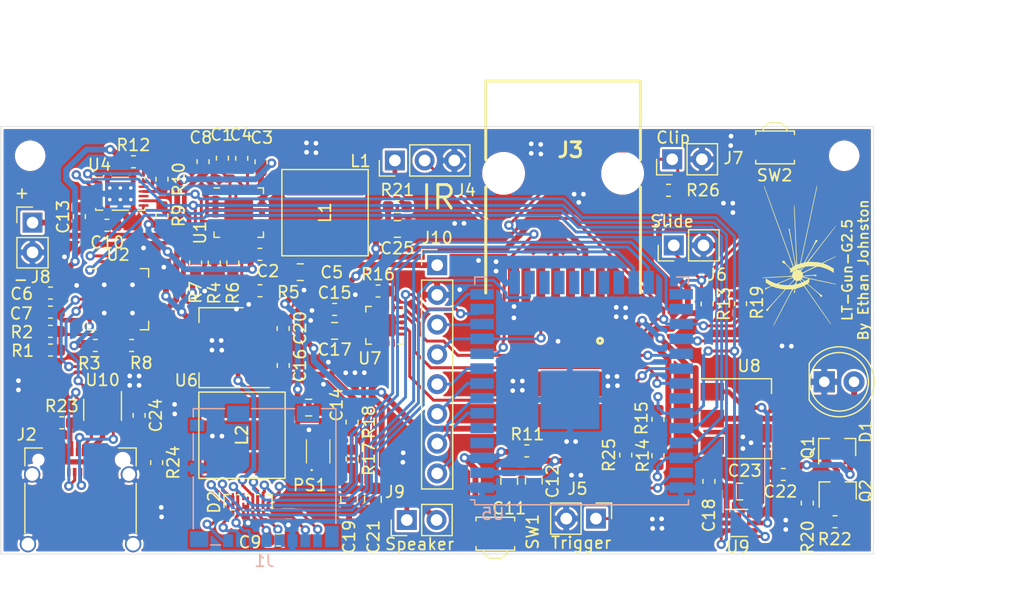
<source format=kicad_pcb>
(kicad_pcb (version 20171130) (host pcbnew 5.1.5)

  (general
    (thickness 1.6)
    (drawings 14)
    (tracks 1041)
    (zones 0)
    (modules 82)
    (nets 97)
  )

  (page A4)
  (layers
    (0 F.Cu signal)
    (31 B.Cu signal)
    (32 B.Adhes user)
    (33 F.Adhes user)
    (34 B.Paste user)
    (35 F.Paste user)
    (36 B.SilkS user)
    (37 F.SilkS user)
    (38 B.Mask user)
    (39 F.Mask user)
    (40 Dwgs.User user)
    (41 Cmts.User user)
    (42 Eco1.User user)
    (43 Eco2.User user)
    (44 Edge.Cuts user)
    (45 Margin user)
    (46 B.CrtYd user)
    (47 F.CrtYd user)
    (48 B.Fab user hide)
    (49 F.Fab user hide)
  )

  (setup
    (last_trace_width 0.5)
    (user_trace_width 0.4)
    (user_trace_width 0.5)
    (trace_clearance 0.161)
    (zone_clearance 0.204)
    (zone_45_only no)
    (trace_min 0.2)
    (via_size 0.8)
    (via_drill 0.4)
    (via_min_size 0.4)
    (via_min_drill 0.3)
    (uvia_size 0.3)
    (uvia_drill 0.1)
    (uvias_allowed no)
    (uvia_min_size 0.2)
    (uvia_min_drill 0.1)
    (edge_width 0.05)
    (segment_width 0.2)
    (pcb_text_width 0.3)
    (pcb_text_size 1.5 1.5)
    (mod_edge_width 0.12)
    (mod_text_size 1 1)
    (mod_text_width 0.15)
    (pad_size 3.25 3.25)
    (pad_drill 3.25)
    (pad_to_mask_clearance 0.051)
    (solder_mask_min_width 0.25)
    (aux_axis_origin 0 0)
    (visible_elements FFFFFF7F)
    (pcbplotparams
      (layerselection 0x010f0_ffffffff)
      (usegerberextensions false)
      (usegerberattributes false)
      (usegerberadvancedattributes false)
      (creategerberjobfile false)
      (excludeedgelayer true)
      (linewidth 0.100000)
      (plotframeref false)
      (viasonmask false)
      (mode 1)
      (useauxorigin false)
      (hpglpennumber 1)
      (hpglpenspeed 20)
      (hpglpendiameter 15.000000)
      (psnegative false)
      (psa4output false)
      (plotreference true)
      (plotvalue true)
      (plotinvisibletext false)
      (padsonsilk false)
      (subtractmaskfromsilk false)
      (outputformat 1)
      (mirror false)
      (drillshape 0)
      (scaleselection 1)
      (outputdirectory "Gerber/"))
  )

  (net 0 "")
  (net 1 "Net-(C1-Pad2)")
  (net 2 "Net-(C1-Pad1)")
  (net 3 GND)
  (net 4 /MON_VSYS)
  (net 5 /USB_VBUS)
  (net 6 "Net-(C4-Pad2)")
  (net 7 /BATT_LOAD)
  (net 8 +3V3)
  (net 9 /CHG_LDO)
  (net 10 +BATT)
  (net 11 "Net-(C13-Pad2)")
  (net 12 +5V)
  (net 13 /IR_SUPPLY)
  (net 14 "Net-(D1-Pad2)")
  (net 15 "Net-(J2-PadB8)")
  (net 16 "Net-(J2-PadA7)")
  (net 17 "Net-(J2-PadA6)")
  (net 18 "Net-(J2-PadB5)")
  (net 19 "Net-(J2-PadA8)")
  (net 20 "Net-(J2-PadA5)")
  (net 21 /IRRECV)
  (net 22 /PER_1)
  (net 23 "Net-(J4-Pad1)")
  (net 24 /TRIGGER)
  (net 25 /SLIDE)
  (net 26 /CLIP)
  (net 27 /SPEAKER_N)
  (net 28 /SPEAKER_P)
  (net 29 /PER_6)
  (net 30 /PER_5)
  (net 31 /PER_4)
  (net 32 /PER_3)
  (net 33 /PER_2)
  (net 34 "Net-(L2-Pad2)")
  (net 35 "Net-(PS1-Pad4)")
  (net 36 "Net-(Q1-Pad1)")
  (net 37 "Net-(Q2-Pad1)")
  (net 38 "Net-(R1-Pad1)")
  (net 39 "Net-(R3-Pad2)")
  (net 40 "Net-(R4-Pad1)")
  (net 41 "Net-(R5-Pad2)")
  (net 42 /CHG_INT)
  (net 43 "Net-(R8-Pad2)")
  (net 44 "Net-(R10-Pad2)")
  (net 45 "Net-(R11-Pad2)")
  (net 46 "Net-(R12-Pad2)")
  (net 47 /SCL)
  (net 48 /SDA)
  (net 49 "Net-(R16-Pad2)")
  (net 50 /IRTRIG)
  (net 51 "Net-(U1-Pad7)")
  (net 52 "Net-(U2-Pad28)")
  (net 53 "Net-(U2-Pad27)")
  (net 54 /UART_TX)
  (net 55 /UART_RX)
  (net 56 "Net-(U2-Pad24)")
  (net 57 "Net-(U2-Pad23)")
  (net 58 "Net-(U2-Pad22)")
  (net 59 "Net-(U2-Pad21)")
  (net 60 "Net-(U2-Pad20)")
  (net 61 "Net-(U2-Pad19)")
  (net 62 "Net-(U2-Pad18)")
  (net 63 "Net-(U2-Pad17)")
  (net 64 "Net-(U2-Pad16)")
  (net 65 "Net-(U2-Pad15)")
  (net 66 "Net-(U2-Pad14)")
  (net 67 "Net-(U2-Pad13)")
  (net 68 "Net-(U2-Pad12)")
  (net 69 "Net-(U2-Pad10)")
  (net 70 /USB_DM)
  (net 71 /USB_DP)
  (net 72 "Net-(U2-Pad2)")
  (net 73 "Net-(U2-Pad1)")
  (net 74 /SD_8)
  (net 75 /SD_7)
  (net 76 /SD_5)
  (net 77 /SD_2)
  (net 78 /SD_1)
  (net 79 /SD_3)
  (net 80 "Net-(U4-Pad9)")
  (net 81 "Net-(U4-Pad11)")
  (net 82 "Net-(U4-Pad4)")
  (net 83 "Net-(U5-Pad32)")
  (net 84 /A_BCLK)
  (net 85 /A_LRCK)
  (net 86 /A_DIN)
  (net 87 "Net-(U5-Pad22)")
  (net 88 "Net-(U5-Pad21)")
  (net 89 "Net-(U5-Pad20)")
  (net 90 "Net-(U5-Pad19)")
  (net 91 "Net-(U5-Pad18)")
  (net 92 "Net-(U5-Pad17)")
  (net 93 "Net-(U5-Pad5)")
  (net 94 "Net-(U5-Pad4)")
  (net 95 "Net-(U8-Pad1)")
  (net 96 "Net-(D2-Pad8)")

  (net_class Default "This is the default net class."
    (clearance 0.161)
    (trace_width 0.25)
    (via_dia 0.8)
    (via_drill 0.4)
    (uvia_dia 0.3)
    (uvia_drill 0.1)
    (add_net +3V3)
    (add_net +5V)
    (add_net +BATT)
    (add_net /A_BCLK)
    (add_net /A_DIN)
    (add_net /A_LRCK)
    (add_net /BATT_LOAD)
    (add_net /CHG_INT)
    (add_net /CHG_LDO)
    (add_net /CLIP)
    (add_net /IRRECV)
    (add_net /IRTRIG)
    (add_net /IR_SUPPLY)
    (add_net /MON_VSYS)
    (add_net /PER_1)
    (add_net /PER_2)
    (add_net /PER_3)
    (add_net /PER_4)
    (add_net /PER_5)
    (add_net /PER_6)
    (add_net /SCL)
    (add_net /SDA)
    (add_net /SD_1)
    (add_net /SD_2)
    (add_net /SD_3)
    (add_net /SD_5)
    (add_net /SD_7)
    (add_net /SD_8)
    (add_net /SLIDE)
    (add_net /SPEAKER_N)
    (add_net /SPEAKER_P)
    (add_net /TRIGGER)
    (add_net /UART_RX)
    (add_net /UART_TX)
    (add_net /USB_DM)
    (add_net /USB_DP)
    (add_net /USB_VBUS)
    (add_net GND)
    (add_net "Net-(C1-Pad1)")
    (add_net "Net-(C1-Pad2)")
    (add_net "Net-(C13-Pad2)")
    (add_net "Net-(C4-Pad2)")
    (add_net "Net-(D1-Pad2)")
    (add_net "Net-(D2-Pad8)")
    (add_net "Net-(J2-PadA5)")
    (add_net "Net-(J2-PadA6)")
    (add_net "Net-(J2-PadA7)")
    (add_net "Net-(J2-PadA8)")
    (add_net "Net-(J2-PadB5)")
    (add_net "Net-(J2-PadB8)")
    (add_net "Net-(J4-Pad1)")
    (add_net "Net-(L2-Pad2)")
    (add_net "Net-(PS1-Pad4)")
    (add_net "Net-(Q1-Pad1)")
    (add_net "Net-(Q2-Pad1)")
    (add_net "Net-(R1-Pad1)")
    (add_net "Net-(R10-Pad2)")
    (add_net "Net-(R11-Pad2)")
    (add_net "Net-(R12-Pad2)")
    (add_net "Net-(R16-Pad2)")
    (add_net "Net-(R3-Pad2)")
    (add_net "Net-(R4-Pad1)")
    (add_net "Net-(R5-Pad2)")
    (add_net "Net-(R8-Pad2)")
    (add_net "Net-(U1-Pad7)")
    (add_net "Net-(U2-Pad1)")
    (add_net "Net-(U2-Pad10)")
    (add_net "Net-(U2-Pad12)")
    (add_net "Net-(U2-Pad13)")
    (add_net "Net-(U2-Pad14)")
    (add_net "Net-(U2-Pad15)")
    (add_net "Net-(U2-Pad16)")
    (add_net "Net-(U2-Pad17)")
    (add_net "Net-(U2-Pad18)")
    (add_net "Net-(U2-Pad19)")
    (add_net "Net-(U2-Pad2)")
    (add_net "Net-(U2-Pad20)")
    (add_net "Net-(U2-Pad21)")
    (add_net "Net-(U2-Pad22)")
    (add_net "Net-(U2-Pad23)")
    (add_net "Net-(U2-Pad24)")
    (add_net "Net-(U2-Pad27)")
    (add_net "Net-(U2-Pad28)")
    (add_net "Net-(U4-Pad11)")
    (add_net "Net-(U4-Pad4)")
    (add_net "Net-(U4-Pad9)")
    (add_net "Net-(U5-Pad17)")
    (add_net "Net-(U5-Pad18)")
    (add_net "Net-(U5-Pad19)")
    (add_net "Net-(U5-Pad20)")
    (add_net "Net-(U5-Pad21)")
    (add_net "Net-(U5-Pad22)")
    (add_net "Net-(U5-Pad32)")
    (add_net "Net-(U5-Pad4)")
    (add_net "Net-(U5-Pad5)")
    (add_net "Net-(U8-Pad1)")
  )

  (net_class +3.3v ""
    (clearance 0.161)
    (trace_width 0.4)
    (via_dia 0.8)
    (via_drill 0.4)
    (uvia_dia 0.3)
    (uvia_drill 0.1)
  )

  (net_class +5v ""
    (clearance 0.161)
    (trace_width 0.5)
    (via_dia 0.8)
    (via_drill 0.4)
    (uvia_dia 0.3)
    (uvia_drill 0.1)
  )

  (net_class USB_VBUS ""
    (clearance 0.161)
    (trace_width 0.5)
    (via_dia 0.8)
    (via_drill 0.4)
    (uvia_dia 0.3)
    (uvia_drill 0.1)
  )

  (module PL_Footprints:USB_C_Receptacle_Amphenol_12401610E4-2A_CircularHoles (layer F.Cu) (tedit 5E6F5599) (tstamp 5E6ECC71)
    (at 72 122.92)
    (descr "USB TYPE C, RA RCPT PCB, SMT, https://www.amphenolcanada.com/StockAvailabilityPrice.aspx?From=&PartNum=12401610E4%7e2A")
    (tags "USB C Type-C Receptacle SMD")
    (path /5E63725F)
    (attr smd)
    (fp_text reference J2 (at -4.6 -6.52) (layer F.SilkS)
      (effects (font (size 1 1) (thickness 0.15)))
    )
    (fp_text value USB_C_Receptacle_USB2.0 (at 0 6.14) (layer F.Fab)
      (effects (font (size 1 1) (thickness 0.15)))
    )
    (fp_line (start -4.75 -2.35) (end -4.75 1.89) (layer F.SilkS) (width 0.12))
    (fp_line (start 4.75 -5.37) (end 4.75 -3.85) (layer F.SilkS) (width 0.12))
    (fp_line (start 4.75 -2.35) (end 4.75 1.89) (layer F.SilkS) (width 0.12))
    (fp_line (start -4.6 5.23) (end -4.6 -5.22) (layer F.Fab) (width 0.1))
    (fp_line (start -4.6 -5.22) (end 4.6 -5.22) (layer F.Fab) (width 0.1))
    (fp_line (start -4.75 -5.37) (end -3.25 -5.37) (layer F.SilkS) (width 0.12))
    (fp_line (start -4.75 -5.37) (end -4.75 -3.85) (layer F.SilkS) (width 0.12))
    (fp_line (start 3.25 -5.37) (end 4.75 -5.37) (layer F.SilkS) (width 0.12))
    (fp_line (start -4.6 5.23) (end 4.6 5.23) (layer F.Fab) (width 0.1))
    (fp_line (start 4.6 5.23) (end 4.6 -5.22) (layer F.Fab) (width 0.1))
    (fp_line (start -5.69 -5.87) (end 5.69 -5.87) (layer F.CrtYd) (width 0.05))
    (fp_line (start 5.69 -5.87) (end 5.69 5.73) (layer F.CrtYd) (width 0.05))
    (fp_line (start 5.69 5.73) (end -5.69 5.73) (layer F.CrtYd) (width 0.05))
    (fp_line (start -5.69 5.73) (end -5.69 -5.87) (layer F.CrtYd) (width 0.05))
    (fp_text user %R (at 0 0) (layer F.Fab)
      (effects (font (size 1 1) (thickness 0.1)))
    )
    (pad B12 smd rect (at -3 -3.32) (size 0.3 0.7) (layers F.Cu F.Paste F.Mask)
      (net 3 GND))
    (pad B11 smd rect (at -2.5 -3.32) (size 0.3 0.7) (layers F.Cu F.Paste F.Mask))
    (pad B10 smd rect (at -2 -3.32) (size 0.3 0.7) (layers F.Cu F.Paste F.Mask))
    (pad B9 smd rect (at -1.5 -3.32) (size 0.3 0.7) (layers F.Cu F.Paste F.Mask)
      (net 5 /USB_VBUS))
    (pad B8 smd rect (at -1 -3.32) (size 0.3 0.7) (layers F.Cu F.Paste F.Mask)
      (net 15 "Net-(J2-PadB8)"))
    (pad B7 smd rect (at -0.5 -3.32) (size 0.3 0.7) (layers F.Cu F.Paste F.Mask)
      (net 16 "Net-(J2-PadA7)"))
    (pad B6 smd rect (at 0 -3.32) (size 0.3 0.7) (layers F.Cu F.Paste F.Mask)
      (net 17 "Net-(J2-PadA6)"))
    (pad B5 smd rect (at 0.5 -3.32) (size 0.3 0.7) (layers F.Cu F.Paste F.Mask)
      (net 18 "Net-(J2-PadB5)"))
    (pad B4 smd rect (at 1 -3.32) (size 0.3 0.7) (layers F.Cu F.Paste F.Mask)
      (net 5 /USB_VBUS))
    (pad B3 smd rect (at 1.5 -3.32) (size 0.3 0.7) (layers F.Cu F.Paste F.Mask))
    (pad B2 smd rect (at 2 -3.32) (size 0.3 0.7) (layers F.Cu F.Paste F.Mask))
    (pad "" np_thru_hole circle (at -3.6 -4.36) (size 0.65 0.65) (drill 0.65) (layers *.Cu *.Mask))
    (pad "" np_thru_hole circle (at 3.6 -4.36) (size 0.95 0.95) (drill 0.95) (layers *.Cu *.Mask))
    (pad S1 thru_hole circle (at -4.49 2.84) (size 1.4 1.4) (drill 1.1) (layers *.Cu *.Mask)
      (net 3 GND))
    (pad S1 thru_hole circle (at 4.49 2.84) (size 1.4 1.4) (drill 1.1) (layers *.Cu *.Mask)
      (net 3 GND))
    (pad S1 thru_hole circle (at 4.13 -3.11) (size 1.4 1.4) (drill 1.1) (layers *.Cu *.Mask)
      (net 3 GND))
    (pad B1 smd rect (at 2.5 -3.32) (size 0.3 0.7) (layers F.Cu F.Paste F.Mask)
      (net 3 GND))
    (pad A11 smd rect (at 2.25 -5.02) (size 0.3 0.7) (layers F.Cu F.Paste F.Mask))
    (pad A8 smd rect (at 0.75 -5.02) (size 0.3 0.7) (layers F.Cu F.Paste F.Mask)
      (net 19 "Net-(J2-PadA8)"))
    (pad A9 smd rect (at 1.25 -5.02) (size 0.3 0.7) (layers F.Cu F.Paste F.Mask)
      (net 5 /USB_VBUS))
    (pad A10 smd rect (at 1.75 -5.02) (size 0.3 0.7) (layers F.Cu F.Paste F.Mask))
    (pad A12 smd rect (at 2.75 -5.02) (size 0.3 0.7) (layers F.Cu F.Paste F.Mask)
      (net 3 GND))
    (pad A7 smd rect (at 0.25 -5.02) (size 0.3 0.7) (layers F.Cu F.Paste F.Mask)
      (net 16 "Net-(J2-PadA7)"))
    (pad A6 smd rect (at -0.25 -5.02) (size 0.3 0.7) (layers F.Cu F.Paste F.Mask)
      (net 17 "Net-(J2-PadA6)"))
    (pad A5 smd rect (at -0.75 -5.02) (size 0.3 0.7) (layers F.Cu F.Paste F.Mask)
      (net 20 "Net-(J2-PadA5)"))
    (pad A4 smd rect (at -1.25 -5.02) (size 0.3 0.7) (layers F.Cu F.Paste F.Mask)
      (net 5 /USB_VBUS))
    (pad A3 smd rect (at -1.75 -5.02) (size 0.3 0.7) (layers F.Cu F.Paste F.Mask))
    (pad A2 smd rect (at -2.25 -5.02) (size 0.3 0.7) (layers F.Cu F.Paste F.Mask))
    (pad A1 smd rect (at -2.75 -5.02) (size 0.3 0.7) (layers F.Cu F.Paste F.Mask)
      (net 3 GND))
    (pad S1 thru_hole circle (at -4.13 -3.11) (size 1.4 1.4) (drill 1.1) (layers *.Cu *.Mask)
      (net 3 GND))
    (model ${KISYS3DMOD}/Connector_USB.3dshapes/USB_C_Receptacle_Amphenol_12401610E4-2A.wrl
      (at (xyz 0 0 0))
      (scale (xyz 1 1 1))
      (rotate (xyz 0 0 0))
    )
    (model ${PL_Models}/12401610E4#2A.STEP
      (offset (xyz 0 -5.25 1.6))
      (scale (xyz 1 1 1))
      (rotate (xyz -90 0 0))
    )
  )

  (module PL_Footprints:Logo (layer F.Cu) (tedit 0) (tstamp 5E738CE5)
    (at 133.33 101.17 270)
    (fp_text reference G*** (at 0 0 90) (layer F.SilkS) hide
      (effects (font (size 1.524 1.524) (thickness 0.3)))
    )
    (fp_text value LOGO (at 0.75 0 90) (layer F.SilkS) hide
      (effects (font (size 1.524 1.524) (thickness 0.3)))
    )
    (fp_poly (pts (xy -2.562638 -3.151412) (xy -2.48986 -3.099478) (xy -2.375824 -3.015083) (xy -2.224913 -2.901556)
      (xy -2.041508 -2.762225) (xy -1.829991 -2.600419) (xy -1.594743 -2.419466) (xy -1.340147 -2.222694)
      (xy -1.072784 -2.015146) (xy -0.802488 -1.804887) (xy -0.546775 -1.605996) (xy -0.310101 -1.42194)
      (xy -0.096923 -1.256182) (xy 0.0883 -1.112188) (xy 0.241114 -0.993422) (xy 0.357059 -0.903351)
      (xy 0.431678 -0.845438) (xy 0.460375 -0.823256) (xy 0.475651 -0.841899) (xy 0.487553 -0.921799)
      (xy 0.495849 -1.06079) (xy 0.499266 -1.185494) (xy 0.505781 -1.358187) (xy 0.509679 -1.412875)
      (xy 0.85528 -1.412875) (xy 0.867939 -0.981) (xy 0.874841 -0.817557) (xy 0.884837 -0.673762)
      (xy 0.896701 -0.563219) (xy 0.909204 -0.499532) (xy 0.911957 -0.493089) (xy 0.953366 -0.443716)
      (xy 1.026209 -0.376335) (xy 1.113668 -0.30437) (xy 1.198929 -0.241249) (xy 1.265174 -0.200396)
      (xy 1.288891 -0.192154) (xy 1.327252 -0.208802) (xy 1.982722 -0.208802) (xy 1.999758 -0.175218)
      (xy 2.037237 -0.148533) (xy 2.08718 -0.15744) (xy 2.163264 -0.205951) (xy 2.199693 -0.233888)
      (xy 2.236779 -0.276153) (xy 2.231897 -0.329041) (xy 2.218409 -0.361424) (xy 2.183094 -0.423594)
      (xy 2.147514 -0.437072) (xy 2.099839 -0.399932) (xy 2.045665 -0.333301) (xy 1.994464 -0.257544)
      (xy 1.982722 -0.208802) (xy 1.327252 -0.208802) (xy 1.335401 -0.212338) (xy 1.373038 -0.246063)
      (xy 1.388011 -0.269148) (xy 1.392055 -0.300087) (xy 1.382085 -0.346924) (xy 1.355018 -0.417708)
      (xy 1.307771 -0.520485) (xy 1.23726 -0.663302) (xy 1.140403 -0.854205) (xy 1.138849 -0.85725)
      (xy 0.85528 -1.412875) (xy 0.509679 -1.412875) (xy 0.517926 -1.528551) (xy 0.533853 -1.674922)
      (xy 0.548499 -1.762125) (xy 0.590591 -1.952625) (xy 0.293424 -2.551359) (xy 0.205901 -2.729893)
      (xy 0.130107 -2.888736) (xy 0.06995 -3.019335) (xy 0.029342 -3.113139) (xy 0.012191 -3.161597)
      (xy 0.01232 -3.166154) (xy 0.030663 -3.144154) (xy 0.072418 -3.073415) (xy 0.133079 -2.962232)
      (xy 0.208139 -2.818897) (xy 0.293092 -2.651705) (xy 0.307457 -2.622983) (xy 0.393806 -2.451546)
      (xy 0.470954 -2.301401) (xy 0.534356 -2.181146) (xy 0.579467 -2.099381) (xy 0.601744 -2.064703)
      (xy 0.602828 -2.064095) (xy 0.620853 -2.091736) (xy 0.653942 -2.164678) (xy 0.695655 -2.268471)
      (xy 0.705451 -2.294282) (xy 0.768381 -2.44208) (xy 0.849381 -2.606034) (xy 0.928397 -2.746375)
      (xy 1.065016 -2.968625) (xy 1.42874 -2.987669) (xy 1.331827 -2.844072) (xy 1.22673 -2.666635)
      (xy 1.12649 -2.458034) (xy 1.036889 -2.234439) (xy 0.963707 -2.01202) (xy 0.912728 -1.806944)
      (xy 0.889732 -1.635382) (xy 0.889 -1.605689) (xy 0.900975 -1.536649) (xy 0.938131 -1.429099)
      (xy 1.002313 -1.278621) (xy 1.095364 -1.080796) (xy 1.178315 -0.912479) (xy 1.266123 -0.737147)
      (xy 1.344198 -0.582064) (xy 1.408154 -0.455875) (xy 1.453606 -0.367225) (xy 1.476168 -0.324756)
      (xy 1.47767 -0.322417) (xy 1.512263 -0.320558) (xy 1.577292 -0.331118) (xy 1.666875 -0.350779)
      (xy 1.642174 -0.834202) (xy 1.631456 -1.007026) (xy 1.618416 -1.160498) (xy 1.604398 -1.281922)
      (xy 1.590748 -1.358606) (xy 1.584789 -1.375676) (xy 1.572839 -1.441097) (xy 1.600965 -1.492087)
      (xy 1.65471 -1.506864) (xy 1.669196 -1.502841) (xy 1.706286 -1.460542) (xy 1.711951 -1.397368)
      (xy 1.683546 -1.349868) (xy 1.667531 -1.309235) (xy 1.664504 -1.230327) (xy 1.667106 -1.197182)
      (xy 1.674666 -1.111001) (xy 1.683964 -0.98043) (xy 1.693721 -0.824506) (xy 1.701191 -0.690563)
      (xy 1.710624 -0.545182) (xy 1.721775 -0.426289) (xy 1.733241 -0.346268) (xy 1.743471 -0.3175)
      (xy 1.752869 -0.34285) (xy 1.830622 -0.34285) (xy 1.837112 -0.295514) (xy 1.850401 -0.279577)
      (xy 1.889281 -0.260013) (xy 1.922942 -0.266129) (xy 1.966488 -0.306455) (xy 2.026686 -0.379139)
      (xy 2.084394 -0.455022) (xy 2.120768 -0.510683) (xy 2.12725 -0.526622) (xy 2.111616 -0.565308)
      (xy 2.072963 -0.633471) (xy 2.023659 -0.71178) (xy 1.976072 -0.780903) (xy 1.942572 -0.82151)
      (xy 1.93605 -0.825444) (xy 1.922554 -0.7967) (xy 1.900949 -0.720034) (xy 1.875138 -0.609877)
      (xy 1.865576 -0.564841) (xy 1.839911 -0.428875) (xy 1.830622 -0.34285) (xy 1.752869 -0.34285)
      (xy 1.754605 -0.34753) (xy 1.777347 -0.433447) (xy 1.810256 -0.568993) (xy 1.851892 -0.747912)
      (xy 1.900813 -0.963944) (xy 1.955581 -1.210832) (xy 2.014755 -1.482319) (xy 2.059532 -1.690688)
      (xy 2.137678 -2.05513) (xy 2.203951 -2.360961) (xy 2.259223 -2.611777) (xy 2.304363 -2.811174)
      (xy 2.340242 -2.962749) (xy 2.36773 -3.070098) (xy 2.387697 -3.136819) (xy 2.401015 -3.166508)
      (xy 2.408554 -3.162761) (xy 2.410851 -3.142332) (xy 2.404839 -3.104047) (xy 2.387242 -3.012303)
      (xy 2.359871 -2.875715) (xy 2.324537 -2.702893) (xy 2.283049 -2.502452) (xy 2.237219 -2.283005)
      (xy 2.188858 -2.053163) (xy 2.139776 -1.82154) (xy 2.091783 -1.596749) (xy 2.046692 -1.387402)
      (xy 2.006311 -1.202112) (xy 1.972452 -1.049493) (xy 1.952146 -0.960438) (xy 1.947374 -0.918047)
      (xy 1.968446 -0.896897) (xy 2.029776 -0.889681) (xy 2.093094 -0.889) (xy 2.19799 -0.88268)
      (xy 2.261626 -0.858907) (xy 2.299344 -0.819479) (xy 2.338912 -0.773117) (xy 2.360478 -0.763916)
      (xy 2.479515 -0.898821) (xy 2.609188 -1.048013) (xy 2.743205 -1.204006) (xy 2.875276 -1.359313)
      (xy 2.999111 -1.506448) (xy 3.10842 -1.637924) (xy 3.196913 -1.746253) (xy 3.258298 -1.82395)
      (xy 3.286286 -1.863527) (xy 3.287193 -1.86689) (xy 3.282393 -1.907413) (xy 3.316011 -1.954838)
      (xy 3.369022 -1.988998) (xy 3.407335 -1.99424) (xy 3.465339 -1.96332) (xy 3.482248 -1.907893)
      (xy 3.460014 -1.850134) (xy 3.40059 -1.812215) (xy 3.391111 -1.810062) (xy 3.345981 -1.787908)
      (xy 3.278076 -1.732157) (xy 3.183598 -1.639) (xy 3.05875 -1.504626) (xy 2.899735 -1.325224)
      (xy 2.843424 -1.260465) (xy 2.709633 -1.105518) (xy 2.591041 -0.967146) (xy 2.493577 -0.852354)
      (xy 2.423171 -0.768146) (xy 2.385753 -0.721527) (xy 2.38125 -0.714593) (xy 2.396184 -0.679078)
      (xy 2.43199 -0.615749) (xy 2.475171 -0.546433) (xy 2.512233 -0.492962) (xy 2.528598 -0.476251)
      (xy 2.556379 -0.493962) (xy 2.631721 -0.545043) (xy 2.750186 -0.626416) (xy 2.907338 -0.735004)
      (xy 3.098739 -0.867729) (xy 3.319952 -1.021512) (xy 3.566541 -1.193277) (xy 3.834066 -1.379944)
      (xy 4.118092 -1.578437) (xy 4.179566 -1.621438) (xy 4.466392 -1.82171) (xy 4.737696 -2.010379)
      (xy 4.989042 -2.18441) (xy 5.215998 -2.34077) (xy 5.414128 -2.476426) (xy 5.579 -2.588344)
      (xy 5.706179 -2.673491) (xy 5.791231 -2.728833) (xy 5.829722 -2.751338) (xy 5.831488 -2.751596)
      (xy 5.832511 -2.746539) (xy 5.826037 -2.737017) (xy 5.808658 -2.720598) (xy 5.776964 -2.694849)
      (xy 5.727546 -2.657338) (xy 5.656996 -2.605632) (xy 5.561904 -2.537299) (xy 5.438863 -2.449906)
      (xy 5.284461 -2.341021) (xy 5.095292 -2.208212) (xy 4.867945 -2.049045) (xy 4.599013 -1.861088)
      (xy 4.285085 -1.64191) (xy 3.922753 -1.389077) (xy 3.889375 -1.365789) (xy 3.631072 -1.185575)
      (xy 3.388989 -1.016669) (xy 3.168033 -0.862496) (xy 2.973108 -0.726477) (xy 2.80912 -0.612037)
      (xy 2.680974 -0.522599) (xy 2.593576 -0.461585) (xy 2.551832 -0.43242) (xy 2.548928 -0.430381)
      (xy 2.556366 -0.400934) (xy 2.582604 -0.328932) (xy 2.619329 -0.236471) (xy 2.669271 -0.101485)
      (xy 2.714396 0.0422) (xy 2.735177 0.12202) (xy 2.780805 0.250472) (xy 2.849969 0.322422)
      (xy 2.948819 0.342442) (xy 3.018743 0.332827) (xy 3.093147 0.332246) (xy 3.133909 0.360753)
      (xy 3.127999 0.406472) (xy 3.115725 0.421224) (xy 3.06623 0.43974) (xy 3.008954 0.421108)
      (xy 2.919729 0.386121) (xy 2.863568 0.370258) (xy 2.810374 0.36748) (xy 2.797498 0.403878)
      (xy 2.800068 0.4326) (xy 2.807675 0.452878) (xy 2.82867 0.477651) (xy 2.867391 0.509417)
      (xy 2.928178 0.550672) (xy 3.015369 0.603914) (xy 3.133302 0.671641) (xy 3.286318 0.756348)
      (xy 3.478755 0.860535) (xy 3.714952 0.986697) (xy 3.999247 1.137332) (xy 4.302125 1.297105)
      (xy 4.648097 1.479342) (xy 4.942077 1.634188) (xy 5.188228 1.763902) (xy 5.39071 1.870742)
      (xy 5.553684 1.956967) (xy 5.681313 2.024835) (xy 5.777759 2.076606) (xy 5.847181 2.114536)
      (xy 5.893743 2.140886) (xy 5.921605 2.157912) (xy 5.934929 2.167875) (xy 5.937877 2.173031)
      (xy 5.934611 2.17564) (xy 5.929291 2.17796) (xy 5.927586 2.179247) (xy 5.897455 2.167772)
      (xy 5.816445 2.129233) (xy 5.689783 2.066302) (xy 5.522696 1.981652) (xy 5.320411 1.877953)
      (xy 5.088156 1.75788) (xy 4.831159 1.624104) (xy 4.554646 1.479297) (xy 4.424679 1.410951)
      (xy 4.139234 1.260653) (xy 3.869655 1.118713) (xy 3.621378 0.987992) (xy 3.399836 0.871351)
      (xy 3.210463 0.771651) (xy 3.058694 0.691754) (xy 2.949963 0.63452) (xy 2.889705 0.60281)
      (xy 2.880162 0.597794) (xy 2.85307 0.58813) (xy 2.837013 0.601321) (xy 2.829885 0.648203)
      (xy 2.829583 0.739609) (xy 2.832537 0.842939) (xy 2.841625 1.117843) (xy 3.674599 1.867212)
      (xy 3.907391 2.075735) (xy 4.098158 2.2444) (xy 4.251235 2.376744) (xy 4.370958 2.4763)
      (xy 4.461663 2.546605) (xy 4.527685 2.591193) (xy 4.57336 2.6136) (xy 4.595349 2.617977)
      (xy 4.660048 2.629654) (xy 4.682007 2.67344) (xy 4.683125 2.69875) (xy 4.662213 2.766864)
      (xy 4.612106 2.792004) (xy 4.551745 2.772606) (xy 4.503188 2.713585) (xy 4.470029 2.672866)
      (xy 4.395165 2.595621) (xy 4.284438 2.487412) (xy 4.143691 2.353802) (xy 3.978767 2.200356)
      (xy 3.795506 2.032635) (xy 3.651662 1.902727) (xy 2.84245 1.176013) (xy 2.800763 1.469069)
      (xy 2.769337 1.643195) (xy 2.724521 1.834599) (xy 2.675189 2.005993) (xy 2.667507 2.028959)
      (xy 2.575938 2.295794) (xy 2.657885 2.505209) (xy 2.708715 2.618871) (xy 2.762503 2.713821)
      (xy 2.806604 2.768473) (xy 2.850215 2.815842) (xy 2.84151 2.853847) (xy 2.835821 2.860001)
      (xy 2.778549 2.883816) (xy 2.726547 2.860976) (xy 2.706777 2.803328) (xy 2.706779 2.803301)
      (xy 2.698022 2.747284) (xy 2.671489 2.660839) (xy 2.634611 2.562502) (xy 2.594819 2.470805)
      (xy 2.559546 2.404283) (xy 2.537554 2.38125) (xy 2.508359 2.406472) (xy 2.495808 2.431377)
      (xy 2.468832 2.483061) (xy 2.417782 2.567624) (xy 2.362323 2.653627) (xy 2.248075 2.82575)
      (xy 1.906384 2.82575) (xy 2.031677 2.631898) (xy 2.090143 2.531241) (xy 2.155225 2.403269)
      (xy 2.220189 2.263379) (xy 2.278298 2.126967) (xy 2.322819 2.009429) (xy 2.347017 1.926162)
      (xy 2.3495 1.905332) (xy 2.3379 1.867191) (xy 2.305469 1.779524) (xy 2.25576 1.651438)
      (xy 2.192325 1.492039) (xy 2.118715 1.310434) (xy 2.092104 1.245496) (xy 2.014999 1.057814)
      (xy 1.945622 0.888856) (xy 1.887767 0.747863) (xy 1.845225 0.64408) (xy 1.821789 0.58675)
      (xy 1.818902 0.579619) (xy 1.785808 0.555489) (xy 1.770437 0.560298) (xy 1.76241 0.568243)
      (xy 1.756254 0.584543) (xy 1.752156 0.614401) (xy 1.750303 0.663019) (xy 1.75088 0.735597)
      (xy 1.754075 0.837339) (xy 1.760075 0.973446) (xy 1.769066 1.149119) (xy 1.781234 1.369562)
      (xy 1.796767 1.639974) (xy 1.81585 1.96556) (xy 1.828583 2.181135) (xy 1.842927 2.437597)
      (xy 1.853792 2.660908) (xy 1.861162 2.847261) (xy 1.86502 2.992845) (xy 1.86535 3.093852)
      (xy 1.862137 3.146472) (xy 1.855364 3.146897) (xy 1.845014 3.091317) (xy 1.832 2.9845)
      (xy 1.82443 2.898237) (xy 1.814408 2.759103) (xy 1.802594 2.57765) (xy 1.78965 2.364433)
      (xy 1.776236 2.130002) (xy 1.763014 1.88491) (xy 1.762406 1.87325) (xy 1.74557 1.552064)
      (xy 1.731292 1.288583) (xy 1.718897 1.077094) (xy 1.707711 0.911883) (xy 1.697061 0.787237)
      (xy 1.686272 0.697443) (xy 1.67467 0.636789) (xy 1.66158 0.599561) (xy 1.64633 0.580046)
      (xy 1.628244 0.57253) (xy 1.608785 0.571304) (xy 1.529323 0.556459) (xy 1.455503 0.527088)
      (xy 1.445491 0.523875) (xy 1.848776 0.523875) (xy 1.905138 0.66675) (xy 2.012785 0.936515)
      (xy 2.110985 1.176489) (xy 2.197551 1.381683) (xy 2.270293 1.547113) (xy 2.327021 1.667791)
      (xy 2.365547 1.738731) (xy 2.383189 1.755628) (xy 2.399396 1.713676) (xy 2.419749 1.626808)
      (xy 2.440081 1.513063) (xy 2.44178 1.502043) (xy 2.460247 1.345749) (xy 2.472477 1.175034)
      (xy 2.475587 1.057543) (xy 2.474674 0.841375) (xy 2.236037 0.626655) (xy 2.127701 0.530003)
      (xy 2.055234 0.470218) (xy 2.007391 0.441597) (xy 1.972924 0.438434) (xy 1.94059 0.455024)
      (xy 1.923087 0.467905) (xy 1.848776 0.523875) (xy 1.445491 0.523875) (xy 1.373654 0.500824)
      (xy 1.331291 0.520641) (xy 1.334506 0.578606) (xy 1.36879 0.639971) (xy 1.433073 0.730249)
      (xy 1.268515 0.730249) (xy 1.194854 0.731872) (xy 1.137357 0.741916) (xy 1.082802 0.768145)
      (xy 1.017969 0.818323) (xy 0.929635 0.900213) (xy 0.853603 0.97388) (xy 0.722934 1.108118)
      (xy 0.639118 1.210534) (xy 0.604191 1.278582) (xy 0.60325 1.287493) (xy 0.581934 1.366352)
      (xy 0.529895 1.413637) (xy 0.464993 1.415365) (xy 0.449776 1.40763) (xy 0.392358 1.344088)
      (xy 0.387319 1.274074) (xy 0.42968 1.217429) (xy 0.503298 1.194329) (xy 0.55119 1.171571)
      (xy 0.631129 1.112976) (xy 0.730827 1.028167) (xy 0.810622 0.953682) (xy 1.054914 0.71674)
      (xy 0.998707 0.61237) (xy 0.953605 0.544347) (xy 0.913885 0.509421) (xy 0.907812 0.508182)
      (xy 0.874017 0.518866) (xy 0.784345 0.549962) (xy 0.642572 0.600109) (xy 0.452471 0.667945)
      (xy 0.217818 0.752111) (xy -0.057614 0.851244) (xy -0.37005 0.963983) (xy -0.715716 1.088969)
      (xy -1.090837 1.224838) (xy -1.491639 1.370231) (xy -1.914347 1.523786) (xy -2.355187 1.684143)
      (xy -2.555875 1.757213) (xy -3.003085 1.919935) (xy -3.433544 2.076262) (xy -3.843505 2.224851)
      (xy -4.229225 2.364357) (xy -4.586958 2.493436) (xy -4.912959 2.610743) (xy -5.203483 2.714934)
      (xy -5.454785 2.804664) (xy -5.66312 2.878589) (xy -5.824743 2.935365) (xy -5.935909 2.973647)
      (xy -5.992873 2.99209) (xy -5.999831 2.993554) (xy -5.992 2.969533) (xy -5.977654 2.958961)
      (xy -5.943496 2.945445) (xy -5.853424 2.911693) (xy -5.711229 2.859089) (xy -5.520704 2.789019)
      (xy -5.285639 2.702866) (xy -5.009827 2.602016) (xy -4.69706 2.487854) (xy -4.351128 2.361763)
      (xy -3.975824 2.225128) (xy -3.574939 2.079335) (xy -3.152265 1.925768) (xy -2.711594 1.765811)
      (xy -2.526382 1.698625) (xy -2.080215 1.536658) (xy -1.651048 1.380569) (xy -1.24262 1.231734)
      (xy -0.85867 1.091527) (xy -0.502936 0.961325) (xy -0.179159 0.842502) (xy 0.108922 0.736434)
      (xy 0.357569 0.644496) (xy 0.563041 0.568064) (xy 0.7216 0.508513) (xy 0.829506 0.467217)
      (xy 0.883021 0.445554) (xy 0.888379 0.44263) (xy 0.872235 0.405979) (xy 0.862199 0.390755)
      (xy 1.225164 0.390755) (xy 1.235145 0.438398) (xy 1.238725 0.445389) (xy 1.276944 0.487928)
      (xy 1.304884 0.490187) (xy 1.316321 0.453324) (xy 1.299404 0.425798) (xy 1.251296 0.385033)
      (xy 1.225164 0.390755) (xy 0.862199 0.390755) (xy 0.84532 0.365151) (xy 0.833326 0.351753)
      (xy 0.815628 0.341918) (xy 0.786863 0.336344) (xy 0.741672 0.335727) (xy 0.67469 0.340764)
      (xy 0.580558 0.352153) (xy 0.453912 0.370591) (xy 0.28939 0.396774) (xy 0.081632 0.431401)
      (xy -0.174726 0.475167) (xy -0.485044 0.52877) (xy -0.699944 0.566044) (xy -1.001575 0.618941)
      (xy -1.284649 0.669633) (xy -1.542895 0.716923) (xy -1.77004 0.759611) (xy -1.959812 0.796502)
      (xy -2.105939 0.826396) (xy -2.202147 0.848097) (xy -2.242166 0.860406) (xy -2.242374 0.860568)
      (xy -2.295916 0.879106) (xy -2.318036 0.872948) (xy -2.345945 0.83515) (xy -2.320141 0.79971)
      (xy -2.249998 0.776229) (xy -2.220302 0.77285) (xy -2.17017 0.76617) (xy -2.065365 0.749882)
      (xy -1.913764 0.725334) (xy -1.72324 0.693872) (xy -1.50167 0.656843) (xy -1.256928 0.615594)
      (xy -0.996891 0.571472) (xy -0.729433 0.525824) (xy -0.46243 0.479996) (xy -0.203757 0.435337)
      (xy 0.03871 0.393192) (xy 0.257096 0.354909) (xy 0.443526 0.321834) (xy 0.590125 0.295315)
      (xy 0.689016 0.276698) (xy 0.715408 0.271188) (xy 1.156775 0.271188) (xy 1.16225 0.298971)
      (xy 1.191689 0.338861) (xy 1.223222 0.347966) (xy 1.226707 0.339337) (xy 2.046225 0.339337)
      (xy 2.053238 0.378541) (xy 2.087704 0.428351) (xy 2.157044 0.500685) (xy 2.226615 0.567596)
      (xy 2.319788 0.653835) (xy 2.396209 0.720317) (xy 2.444007 0.756893) (xy 2.452687 0.760894)
      (xy 2.472489 0.735451) (xy 2.4765 0.702931) (xy 2.472281 0.635625) (xy 2.461707 0.537732)
      (xy 2.45693 0.501088) (xy 2.439184 0.411113) (xy 2.405465 0.355546) (xy 2.337712 0.310533)
      (xy 2.297331 0.290281) (xy 2.194095 0.243207) (xy 2.130999 0.227206) (xy 2.092492 0.242835)
      (xy 2.063026 0.290653) (xy 2.059247 0.298827) (xy 2.046225 0.339337) (xy 1.226707 0.339337)
      (xy 1.23369 0.322049) (xy 1.230973 0.311546) (xy 1.192116 0.266514) (xy 1.180681 0.261268)
      (xy 1.156775 0.271188) (xy 0.715408 0.271188) (xy 0.726904 0.268788) (xy 0.774793 0.2462)
      (xy 0.774529 0.223325) (xy 0.734744 0.215815) (xy 0.642456 0.212242) (xy 0.508542 0.212615)
      (xy 0.343878 0.216944) (xy 0.206375 0.222811) (xy 0.020063 0.231719) (xy -0.213345 0.242426)
      (xy -0.4775 0.254209) (xy -0.756047 0.266346) (xy -1.032636 0.278111) (xy -1.2065 0.285335)
      (xy -1.484014 0.296951) (xy -1.804831 0.310733) (xy -2.148826 0.325793) (xy -2.495875 0.341245)
      (xy -2.825855 0.356201) (xy -3.059053 0.366981) (xy -3.399886 0.38259) (xy -3.681676 0.39473)
      (xy -3.90878 0.403499) (xy -4.085555 0.40899) (xy -4.216357 0.411299) (xy -4.305544 0.410522)
      (xy -4.357472 0.406753) (xy -4.376498 0.40009) (xy -4.375129 0.395794) (xy -4.359332 0.391048)
      (xy -4.318582 0.385752) (xy -4.24924 0.379717) (xy -4.147667 0.372754) (xy -4.010224 0.364675)
      (xy -3.833271 0.355292) (xy -3.613169 0.344415) (xy -3.346279 0.331857) (xy -3.028963 0.317428)
      (xy -2.65758 0.300941) (xy -2.228491 0.282206) (xy -1.952625 0.270274) (xy -1.436895 0.24795)
      (xy -0.982393 0.228105) (xy -0.5869 0.210635) (xy -0.248196 0.195436) (xy 0.035936 0.182403)
      (xy 0.267717 0.171432) (xy 0.449365 0.162419) (xy 0.5831 0.155261) (xy 0.671141 0.149853)
      (xy 0.715706 0.14609) (xy 0.722438 0.144747) (xy 0.718129 0.113255) (xy 0.697636 0.043297)
      (xy 0.689557 0.019236) (xy 1.050249 0.019236) (xy 1.06762 0.078336) (xy 1.107436 0.116631)
      (xy 1.160447 0.111821) (xy 1.197508 0.068127) (xy 1.199755 0.059197) (xy 1.181165 0.012637)
      (xy 1.128682 -0.007474) (xy 1.065823 -0.011158) (xy 1.050249 0.019236) (xy 0.689557 0.019236)
      (xy 0.687587 0.013372) (xy 0.644671 -0.110586) (xy 0.507858 -0.139847) (xy 0.990477 -0.139847)
      (xy 1.026184 -0.092428) (xy 1.086883 -0.058613) (xy 1.105999 -0.054232) (xy 1.171063 -0.043104)
      (xy 1.198562 -0.036508) (xy 1.204172 -0.050461) (xy 2.078563 -0.050461) (xy 2.085165 0.009335)
      (xy 2.114029 0.110458) (xy 2.163346 0.17151) (xy 2.248221 0.204149) (xy 2.355427 0.217926)
      (xy 2.38243 0.215506) (xy 2.392134 0.193831) (xy 2.38428 0.139897) (xy 2.358606 0.040697)
      (xy 2.351358 0.014452) (xy 2.319814 -0.092881) (xy 2.292643 -0.17403) (xy 2.275821 -0.211262)
      (xy 2.241201 -0.20648) (xy 2.178205 -0.171994) (xy 2.161901 -0.160816) (xy 2.098179 -0.105922)
      (xy 2.078563 -0.050461) (xy 1.204172 -0.050461) (xy 1.206288 -0.055723) (xy 1.2065 -0.062685)
      (xy 1.182066 -0.094339) (xy 1.1248 -0.134245) (xy 1.058753 -0.168797) (xy 1.007977 -0.184392)
      (xy 0.996427 -0.181511) (xy 0.990477 -0.139847) (xy 0.507858 -0.139847) (xy -2.654227 -0.816139)
      (xy -3.101698 -0.911806) (xy -3.531726 -1.003673) (xy -3.94024 -1.090873) (xy -4.32317 -1.172542)
      (xy -4.676443 -1.247814) (xy -4.995989 -1.315822) (xy -5.277737 -1.3757) (xy -5.517616 -1.426583)
      (xy -5.711553 -1.467605) (xy -5.85548 -1.4979) (xy -5.945323 -1.516602) (xy -5.976938 -1.522846)
      (xy -6.000662 -1.547692) (xy -6.00075 -1.549941) (xy -5.971383 -1.551939) (xy -5.889767 -1.541738)
      (xy -5.76563 -1.52096) (xy -5.608702 -1.491227) (xy -5.437188 -1.455969) (xy -5.142485 -1.393241)
      (xy -4.817847 -1.324102) (xy -4.468177 -1.249598) (xy -4.098373 -1.170775) (xy -3.713337 -1.08868)
      (xy -3.317968 -1.004359) (xy -2.917168 -0.918857) (xy -2.515836 -0.833222) (xy -2.118873 -0.748499)
      (xy -1.731179 -0.665735) (xy -1.357655 -0.585976) (xy -1.003201 -0.510268) (xy -0.672717 -0.439657)
      (xy -0.371103 -0.375189) (xy -0.103261 -0.317911) (xy 0.12591 -0.26887) (xy 0.311509 -0.22911)
      (xy 0.448636 -0.199679) (xy 0.53239 -0.181622) (xy 0.557531 -0.176104) (xy 0.596456 -0.17109)
      (xy 0.609932 -0.190903) (xy 0.60179 -0.250113) (xy 0.590359 -0.300987) (xy 0.579259 -0.348833)
      (xy 0.935833 -0.348833) (xy 0.941964 -0.322609) (xy 0.978048 -0.27394) (xy 1.05137 -0.219011)
      (xy 1.089804 -0.197579) (xy 1.191471 -0.149142) (xy 1.239449 -0.133687) (xy 1.234099 -0.152016)
      (xy 1.17578 -0.204934) (xy 1.115035 -0.254) (xy 1.018273 -0.32928) (xy 0.961975 -0.367871)
      (xy 0.937405 -0.373235) (xy 0.935833 -0.348833) (xy 0.579259 -0.348833) (xy 0.55778 -0.441406)
      (xy -0.329415 -0.92556) (xy -0.549626 -1.044405) (xy -0.755097 -1.152771) (xy -0.938425 -1.24695)
      (xy -1.092207 -1.323232) (xy -1.209038 -1.377907) (xy -1.281516 -1.407266) (xy -1.298868 -1.411295)
      (xy -1.360912 -1.424948) (xy -1.380621 -1.474696) (xy -1.381125 -1.49225) (xy -1.358944 -1.559364)
      (xy -1.307449 -1.586579) (xy -1.249219 -1.570602) (xy -1.209963 -1.517233) (xy -1.184415 -1.485007)
      (xy -1.124457 -1.437674) (xy -1.026025 -1.372735) (xy -0.885055 -1.287694) (xy -0.697483 -1.180051)
      (xy -0.459247 -1.047308) (xy -0.330311 -0.976465) (xy -0.118468 -0.861078) (xy 0.074943 -0.756889)
      (xy 0.24307 -0.667498) (xy 0.379059 -0.596505) (xy 0.476056 -0.547511) (xy 0.527207 -0.524115)
      (xy 0.533372 -0.522789) (xy 0.535961 -0.559075) (xy 0.52506 -0.629577) (xy 0.524473 -0.632278)
      (xy 0.513777 -0.657407) (xy 0.488921 -0.691136) (xy 0.446386 -0.736388) (xy 0.382652 -0.796085)
      (xy 0.294199 -0.87315) (xy 0.177508 -0.970507) (xy 0.029059 -1.091077) (xy -0.154668 -1.237783)
      (xy -0.377192 -1.413548) (xy -0.642033 -1.621295) (xy -0.95271 -1.863947) (xy -1.051106 -1.940657)
      (xy -1.324716 -2.154329) (xy -1.582486 -2.356473) (xy -1.820204 -2.543733) (xy -2.03366 -2.712749)
      (xy -2.218643 -2.860164) (xy -2.370941 -2.98262) (xy -2.486343 -3.076759) (xy -2.560638 -3.139224)
      (xy -2.589614 -3.166656) (xy -2.589778 -3.167556) (xy -2.562638 -3.151412)) (layer F.SilkS) (width 0.01))
  )

  (module MountingHole:MountingHole_2.2mm_M2 (layer F.Cu) (tedit 56D1B4CB) (tstamp 5E7384FC)
    (at 67.7 92.6)
    (descr "Mounting Hole 2.2mm, no annular, M2")
    (tags "mounting hole 2.2mm no annular m2")
    (attr virtual)
    (fp_text reference REF** (at 0 -3.2) (layer F.SilkS) hide
      (effects (font (size 1 1) (thickness 0.15)))
    )
    (fp_text value MountingHole_2.2mm_M2 (at 0 3.2) (layer F.Fab)
      (effects (font (size 1 1) (thickness 0.15)))
    )
    (fp_circle (center 0 0) (end 2.45 0) (layer F.CrtYd) (width 0.05))
    (fp_circle (center 0 0) (end 2.2 0) (layer Cmts.User) (width 0.15))
    (fp_text user %R (at 0.3 0) (layer F.Fab)
      (effects (font (size 1 1) (thickness 0.15)))
    )
    (pad 1 np_thru_hole circle (at 0 0) (size 2.2 2.2) (drill 2.2) (layers *.Cu *.Mask))
  )

  (module MountingHole:MountingHole_2.2mm_M2 (layer F.Cu) (tedit 5E6FD23C) (tstamp 5E73C021)
    (at 137.2 92.6)
    (descr "Mounting Hole 2.2mm, no annular, M2")
    (tags "mounting hole 2.2mm no annular m2")
    (attr virtual)
    (fp_text reference REF** (at 0 -3.2) (layer F.SilkS) hide
      (effects (font (size 1 1) (thickness 0.15)))
    )
    (fp_text value MountingHole_2.2mm_M2 (at 0 3.2) (layer F.Fab)
      (effects (font (size 1 1) (thickness 0.15)))
    )
    (fp_circle (center 0 0) (end 2.45 0) (layer F.CrtYd) (width 0.05))
    (fp_circle (center 0 0) (end 2.2 0) (layer Cmts.User) (width 0.15))
    (fp_text user %R (at 0.3 0) (layer F.Fab)
      (effects (font (size 1 1) (thickness 0.15)))
    )
    (pad "" np_thru_hole circle (at 0 0) (size 2.2 2.2) (drill 2.2) (layers *.Cu *.Mask))
  )

  (module Package_DFN_QFN:UDFN-9_1.0x3.8mm_P0.5mm (layer F.Cu) (tedit 5CD213F6) (tstamp 5E737031)
    (at 86.3 122.18 90)
    (descr "9-pin UDFN package, 1.0x3.8mm, (Ref: https://katalog.we-online.de/pbs/datasheet/824014881.pdf)")
    (tags "UDFN SMD")
    (path /5EA22CBE)
    (attr smd)
    (fp_text reference D2 (at 0 -2.9 90) (layer F.SilkS)
      (effects (font (size 1 1) (thickness 0.15)))
    )
    (fp_text value DT1240A-08LP3810 (at 0 2.9 90) (layer F.Fab)
      (effects (font (size 1 1) (thickness 0.15)))
    )
    (fp_text user %R (at 0 0) (layer F.Fab)
      (effects (font (size 0.3 0.3) (thickness 0.05)))
    )
    (fp_line (start 1.03 2.15) (end 1.03 -2.15) (layer F.CrtYd) (width 0.05))
    (fp_line (start -1.03 2.15) (end 1.03 2.15) (layer F.CrtYd) (width 0.05))
    (fp_line (start -1.03 -2.15) (end -1.03 2.15) (layer F.CrtYd) (width 0.05))
    (fp_line (start 1.03 -2.15) (end -1.03 -2.15) (layer F.CrtYd) (width 0.05))
    (fp_line (start -0.65 -1.35) (end -0.65 -1.15) (layer F.SilkS) (width 0.12))
    (fp_line (start 0.65 -0.95) (end 0.65 -0.75) (layer F.SilkS) (width 0.12))
    (fp_line (start -0.65 -0.45) (end -0.65 -0.35) (layer F.SilkS) (width 0.12))
    (fp_line (start -0.65 1.15) (end -0.65 1.35) (layer F.SilkS) (width 0.12))
    (fp_line (start 0.65 0.75) (end 0.65 0.95) (layer F.SilkS) (width 0.12))
    (fp_line (start -0.65 0.35) (end -0.65 0.45) (layer F.SilkS) (width 0.12))
    (fp_line (start 0.65 -0.05) (end 0.65 0.05) (layer F.SilkS) (width 0.12))
    (fp_line (start 0.65 2.05) (end -0.55 2.05) (layer F.SilkS) (width 0.12))
    (fp_line (start 0.65 1.65) (end 0.65 2.05) (layer F.SilkS) (width 0.12))
    (fp_line (start 0.65 -2.05) (end -0.45 -2.05) (layer F.SilkS) (width 0.12))
    (fp_line (start 0.65 -1.65) (end 0.65 -2.05) (layer F.SilkS) (width 0.12))
    (fp_line (start -0.1 -1.9) (end -0.5 -1.5) (layer F.Fab) (width 0.1))
    (fp_line (start 0.5 1.9) (end 0.5 -1.9) (layer F.Fab) (width 0.1))
    (fp_line (start -0.5 1.9) (end 0.5 1.9) (layer F.Fab) (width 0.1))
    (fp_line (start -0.5 -1.5) (end -0.5 1.9) (layer F.Fab) (width 0.1))
    (fp_line (start 0.5 -1.9) (end -0.1 -1.9) (layer F.Fab) (width 0.1))
    (pad 9 smd rect (at 0.475 -1.3 90) (size 0.6 0.2) (layers F.Cu F.Paste F.Mask)
      (net 77 /SD_2))
    (pad 8 smd rect (at 0.475 -0.4 90) (size 0.6 0.2) (layers F.Cu F.Paste F.Mask)
      (net 96 "Net-(D2-Pad8)"))
    (pad 7 smd rect (at 0.475 0.4 90) (size 0.6 0.2) (layers F.Cu F.Paste F.Mask)
      (net 8 +3V3))
    (pad 6 smd rect (at 0.475 1.3 90) (size 0.6 0.2) (layers F.Cu F.Paste F.Mask)
      (net 75 /SD_7))
    (pad 5 smd rect (at -0.475 1.7 90) (size 0.6 0.2) (layers F.Cu F.Paste F.Mask)
      (net 74 /SD_8))
    (pad 4 smd rect (at -0.475 0.8 90) (size 0.6 0.2) (layers F.Cu F.Paste F.Mask)
      (net 76 /SD_5))
    (pad 3 smd rect (at -0.475 0 90) (size 0.6 0.2) (layers F.Cu F.Paste F.Mask)
      (net 3 GND))
    (pad 2 smd rect (at -0.475 -0.8 90) (size 0.6 0.2) (layers F.Cu F.Paste F.Mask)
      (net 79 /SD_3))
    (pad 1 smd rect (at -0.475 -1.7 90) (size 0.6 0.2) (layers F.Cu F.Paste F.Mask)
      (net 78 /SD_1))
    (model ${KISYS3DMOD}/Package_DFN_QFN.3dshapes/UDFN-9_1.0x3.8mm_P0.5mm.wrl
      (at (xyz 0 0 0))
      (scale (xyz 1 1 1))
      (rotate (xyz 0 0 0))
    )
  )

  (module PL_Footprints:TPS61022RWUR (layer F.Cu) (tedit 5E6CF1CB) (tstamp 5E6EA8B5)
    (at 92.2884 117.8347 90)
    (descr TPS61022RWUR-2)
    (tags "Power Supply")
    (path /5EB00D82)
    (attr smd)
    (fp_text reference PS1 (at -2.8829 -0.7112) (layer F.SilkS)
      (effects (font (size 1 1) (thickness 0.15)))
    )
    (fp_text value TPS61022RWUR (at 0 -2.54 90) (layer F.SilkS) hide
      (effects (font (size 1 1) (thickness 0.15)))
    )
    (fp_arc (start -1.6 -0.55) (end -1.6 -0.5) (angle -180) (layer F.SilkS) (width 0.1))
    (fp_arc (start -1.6 -0.55) (end -1.6 -0.6) (angle -180) (layer F.SilkS) (width 0.1))
    (fp_line (start -1.6 -0.5) (end -1.6 -0.5) (layer F.SilkS) (width 0.1))
    (fp_line (start -1.6 -0.6) (end -1.6 -0.6) (layer F.SilkS) (width 0.1))
    (fp_line (start -1 1) (end 1 1) (layer F.SilkS) (width 0.1))
    (fp_line (start -1 -1) (end 1 -1) (layer F.SilkS) (width 0.1))
    (fp_line (start -2.2 2) (end -2.2 -2) (layer F.CrtYd) (width 0.1))
    (fp_line (start 2.2 2) (end -2.2 2) (layer F.CrtYd) (width 0.1))
    (fp_line (start 2.2 -2) (end 2.2 2) (layer F.CrtYd) (width 0.1))
    (fp_line (start -2.2 -2) (end 2.2 -2) (layer F.CrtYd) (width 0.1))
    (fp_line (start -1 1) (end -1 -1) (layer F.Fab) (width 0.2))
    (fp_line (start 1 1) (end -1 1) (layer F.Fab) (width 0.2))
    (fp_line (start 1 -1) (end 1 1) (layer F.Fab) (width 0.2))
    (fp_line (start -1 -1) (end 1 -1) (layer F.Fab) (width 0.2))
    (fp_text user %R (at 0.0127 -1.6764 90) (layer F.Fab)
      (effects (font (size 1 1) (thickness 0.15)))
    )
    (pad 7 smd rect (at 0.975 -0.75 180) (size 0.25 0.45) (layers F.Cu F.Paste F.Mask)
      (net 7 /BATT_LOAD))
    (pad 6 smd rect (at 0.975 -0.25 180) (size 0.25 0.45) (layers F.Cu F.Paste F.Mask)
      (net 3 GND))
    (pad 5 smd rect (at 0.975 0.25 180) (size 0.25 0.45) (layers F.Cu F.Paste F.Mask)
      (net 7 /BATT_LOAD))
    (pad 4 smd rect (at 0.975 0.75 180) (size 0.25 0.45) (layers F.Cu F.Paste F.Mask)
      (net 35 "Net-(PS1-Pad4)"))
    (pad 3 smd rect (at -0.625 0.55 180) (size 0.35 1.15) (layers F.Cu F.Paste F.Mask)
      (net 12 +5V))
    (pad 2 smd rect (at -0.475 0 180) (size 0.2 1.45) (layers F.Cu F.Paste F.Mask)
      (net 34 "Net-(L2-Pad2)"))
    (pad 1 smd rect (at -0.625 -0.55 180) (size 0.35 1.15) (layers F.Cu F.Paste F.Mask)
      (net 3 GND))
    (model TPS61022RWUR.stp
      (at (xyz 0 0 0))
      (scale (xyz 1 1 1))
      (rotate (xyz 0 0 0))
    )
    (model ${PL_Models}/TPS61230ARNS.STEP
      (at (xyz 0 0 0))
      (scale (xyz 1 1 1))
      (rotate (xyz -90 0 90))
    )
  )

  (module Package_TO_SOT_SMD:SOT-23-6 (layer F.Cu) (tedit 5A02FF57) (tstamp 5E6ECD72)
    (at 73.882 114.284 270)
    (descr "6-pin SOT-23 package")
    (tags SOT-23-6)
    (path /5FBDE810)
    (attr smd)
    (fp_text reference U10 (at -2.54 0 180) (layer F.SilkS)
      (effects (font (size 1 1) (thickness 0.15)))
    )
    (fp_text value USBLC6-2SC6 (at 7.6454 6.985 270) (layer F.Fab)
      (effects (font (size 1 1) (thickness 0.15)))
    )
    (fp_line (start 0.9 -1.55) (end 0.9 1.55) (layer F.Fab) (width 0.1))
    (fp_line (start 0.9 1.55) (end -0.9 1.55) (layer F.Fab) (width 0.1))
    (fp_line (start -0.9 -0.9) (end -0.9 1.55) (layer F.Fab) (width 0.1))
    (fp_line (start 0.9 -1.55) (end -0.25 -1.55) (layer F.Fab) (width 0.1))
    (fp_line (start -0.9 -0.9) (end -0.25 -1.55) (layer F.Fab) (width 0.1))
    (fp_line (start -1.9 -1.8) (end -1.9 1.8) (layer F.CrtYd) (width 0.05))
    (fp_line (start -1.9 1.8) (end 1.9 1.8) (layer F.CrtYd) (width 0.05))
    (fp_line (start 1.9 1.8) (end 1.9 -1.8) (layer F.CrtYd) (width 0.05))
    (fp_line (start 1.9 -1.8) (end -1.9 -1.8) (layer F.CrtYd) (width 0.05))
    (fp_line (start 0.9 -1.61) (end -1.55 -1.61) (layer F.SilkS) (width 0.12))
    (fp_line (start -0.9 1.61) (end 0.9 1.61) (layer F.SilkS) (width 0.12))
    (fp_text user %R (at 0 0) (layer F.Fab)
      (effects (font (size 0.5 0.5) (thickness 0.075)))
    )
    (pad 5 smd rect (at 1.1 0 270) (size 1.06 0.65) (layers F.Cu F.Paste F.Mask)
      (net 5 /USB_VBUS))
    (pad 6 smd rect (at 1.1 -0.95 270) (size 1.06 0.65) (layers F.Cu F.Paste F.Mask)
      (net 17 "Net-(J2-PadA6)"))
    (pad 4 smd rect (at 1.1 0.95 270) (size 1.06 0.65) (layers F.Cu F.Paste F.Mask)
      (net 16 "Net-(J2-PadA7)"))
    (pad 3 smd rect (at -1.1 0.95 270) (size 1.06 0.65) (layers F.Cu F.Paste F.Mask)
      (net 70 /USB_DM))
    (pad 2 smd rect (at -1.1 0 270) (size 1.06 0.65) (layers F.Cu F.Paste F.Mask)
      (net 3 GND))
    (pad 1 smd rect (at -1.1 -0.95 270) (size 1.06 0.65) (layers F.Cu F.Paste F.Mask)
      (net 71 /USB_DP))
    (model ${KISYS3DMOD}/Package_TO_SOT_SMD.3dshapes/SOT-23-6.wrl
      (at (xyz 0 0 0))
      (scale (xyz 1 1 1))
      (rotate (xyz 0 0 0))
    )
  )

  (module Package_TO_SOT_SMD:Texas_R-PDSO-G6 (layer F.Cu) (tedit 5A02FF57) (tstamp 5E7592C4)
    (at 128.2595 123.95)
    (descr "R-PDSO-G6, http://www.ti.com/lit/ds/slis144b/slis144b.pdf")
    (tags "R-PDSO-G6 SC-70-6")
    (path /5E6DCCFD)
    (attr smd)
    (fp_text reference U9 (at -0.127 2.032) (layer F.SilkS)
      (effects (font (size 1 1) (thickness 0.15)))
    )
    (fp_text value TPL0401B-10-Q1 (at -2.6035 2.921 270) (layer F.Fab)
      (effects (font (size 1 1) (thickness 0.15)))
    )
    (fp_line (start -0.175 -1.1) (end -0.675 -0.6) (layer F.Fab) (width 0.1))
    (fp_line (start 0.675 1.1) (end -0.675 1.1) (layer F.Fab) (width 0.1))
    (fp_line (start 0.675 -1.1) (end 0.675 1.1) (layer F.Fab) (width 0.1))
    (fp_line (start -1.6 1.4) (end 1.6 1.4) (layer F.CrtYd) (width 0.05))
    (fp_line (start -0.675 -0.6) (end -0.675 1.1) (layer F.Fab) (width 0.1))
    (fp_line (start 0.675 -1.1) (end -0.175 -1.1) (layer F.Fab) (width 0.1))
    (fp_line (start -1.6 -1.4) (end 1.6 -1.4) (layer F.CrtYd) (width 0.05))
    (fp_line (start -1.6 -1.4) (end -1.6 1.4) (layer F.CrtYd) (width 0.05))
    (fp_line (start 1.6 1.4) (end 1.6 -1.4) (layer F.CrtYd) (width 0.05))
    (fp_line (start -0.7 1.16) (end 0.7 1.16) (layer F.SilkS) (width 0.12))
    (fp_line (start 0.7 -1.16) (end -1.2 -1.16) (layer F.SilkS) (width 0.12))
    (fp_text user %R (at 0 0 90) (layer F.Fab)
      (effects (font (size 0.5 0.5) (thickness 0.075)))
    )
    (pad 6 smd rect (at 1.1 -0.65) (size 0.9 0.4) (layers F.Cu F.Paste F.Mask)
      (net 13 /IR_SUPPLY))
    (pad 4 smd rect (at 1.1 0.65) (size 0.9 0.4) (layers F.Cu F.Paste F.Mask)
      (net 48 /SDA))
    (pad 2 smd rect (at -1.1 0) (size 0.9 0.4) (layers F.Cu F.Paste F.Mask)
      (net 3 GND))
    (pad 5 smd rect (at 1.1 0) (size 0.9 0.4) (layers F.Cu F.Paste F.Mask)
      (net 95 "Net-(U8-Pad1)"))
    (pad 3 smd rect (at -1.1 0.65) (size 0.9 0.4) (layers F.Cu F.Paste F.Mask)
      (net 47 /SCL))
    (pad 1 smd rect (at -1.1 -0.65) (size 0.9 0.4) (layers F.Cu F.Paste F.Mask)
      (net 12 +5V))
    (model ${KISYS3DMOD}/Package_TO_SOT_SMD.3dshapes/SOT-363_SC-70-6.wrl
      (at (xyz 0 0 0))
      (scale (xyz 1 1 1))
      (rotate (xyz 0 0 0))
    )
  )

  (module Package_TO_SOT_SMD:SOT-223-3_TabPin2 (layer F.Cu) (tedit 5A02FF57) (tstamp 5E6DAC83)
    (at 129.085 115.047)
    (descr "module CMS SOT223 4 pins")
    (tags "CMS SOT")
    (path /5E6D4B3F)
    (attr smd)
    (fp_text reference U8 (at 0 -4.5) (layer F.SilkS)
      (effects (font (size 1 1) (thickness 0.15)))
    )
    (fp_text value AMS1117 (at 5.207 -1.397 90) (layer F.Fab)
      (effects (font (size 1 1) (thickness 0.15)))
    )
    (fp_line (start 1.85 -3.35) (end 1.85 3.35) (layer F.Fab) (width 0.1))
    (fp_line (start -1.85 3.35) (end 1.85 3.35) (layer F.Fab) (width 0.1))
    (fp_line (start -4.1 -3.41) (end 1.91 -3.41) (layer F.SilkS) (width 0.12))
    (fp_line (start -0.85 -3.35) (end 1.85 -3.35) (layer F.Fab) (width 0.1))
    (fp_line (start -1.85 3.41) (end 1.91 3.41) (layer F.SilkS) (width 0.12))
    (fp_line (start -1.85 -2.35) (end -1.85 3.35) (layer F.Fab) (width 0.1))
    (fp_line (start -1.85 -2.35) (end -0.85 -3.35) (layer F.Fab) (width 0.1))
    (fp_line (start -4.4 -3.6) (end -4.4 3.6) (layer F.CrtYd) (width 0.05))
    (fp_line (start -4.4 3.6) (end 4.4 3.6) (layer F.CrtYd) (width 0.05))
    (fp_line (start 4.4 3.6) (end 4.4 -3.6) (layer F.CrtYd) (width 0.05))
    (fp_line (start 4.4 -3.6) (end -4.4 -3.6) (layer F.CrtYd) (width 0.05))
    (fp_line (start 1.91 -3.41) (end 1.91 -2.15) (layer F.SilkS) (width 0.12))
    (fp_line (start 1.91 3.41) (end 1.91 2.15) (layer F.SilkS) (width 0.12))
    (fp_text user %R (at 0 0 90) (layer F.Fab)
      (effects (font (size 0.8 0.8) (thickness 0.12)))
    )
    (pad 1 smd rect (at -3.15 -2.3) (size 2 1.5) (layers F.Cu F.Paste F.Mask)
      (net 95 "Net-(U8-Pad1)"))
    (pad 3 smd rect (at -3.15 2.3) (size 2 1.5) (layers F.Cu F.Paste F.Mask)
      (net 12 +5V))
    (pad 2 smd rect (at -3.15 0) (size 2 1.5) (layers F.Cu F.Paste F.Mask)
      (net 13 /IR_SUPPLY))
    (pad 2 smd rect (at 3.15 0) (size 2 3.8) (layers F.Cu F.Paste F.Mask)
      (net 13 /IR_SUPPLY))
    (model ${KISYS3DMOD}/Package_TO_SOT_SMD.3dshapes/SOT-223.wrl
      (at (xyz 0 0 0))
      (scale (xyz 1 1 1))
      (rotate (xyz 0 0 0))
    )
  )

  (module PL_Footprints:MAX98357AETE+T (layer F.Cu) (tedit 5E6CEE15) (tstamp 5E751B15)
    (at 97.9674 107.0754 270)
    (descr "QFN, 16 Pin (https://www.nxp.com/docs/en/package-information/98ASA00525D.pdf), generated with kicad-footprint-generator ipc_dfn_qfn_generator.py")
    (tags "QFN DFN_QFN")
    (path /5E6B7B60)
    (attr smd)
    (fp_text reference U7 (at 2.8246 1.2674 180) (layer F.SilkS)
      (effects (font (size 1 1) (thickness 0.15)))
    )
    (fp_text value MAX98357A (at 3.0226 2.8194 90) (layer F.Fab)
      (effects (font (size 1 1) (thickness 0.15)))
    )
    (fp_line (start 1.135 -1.61) (end 1.61 -1.61) (layer F.SilkS) (width 0.12))
    (fp_line (start 1.61 -1.61) (end 1.61 -1.135) (layer F.SilkS) (width 0.12))
    (fp_line (start -1.135 1.61) (end -1.61 1.61) (layer F.SilkS) (width 0.12))
    (fp_line (start -1.61 1.61) (end -1.61 1.135) (layer F.SilkS) (width 0.12))
    (fp_line (start 1.135 1.61) (end 1.61 1.61) (layer F.SilkS) (width 0.12))
    (fp_line (start 1.61 1.61) (end 1.61 1.135) (layer F.SilkS) (width 0.12))
    (fp_line (start -1.135 -1.61) (end -1.61 -1.61) (layer F.SilkS) (width 0.12))
    (fp_line (start -0.75 -1.5) (end 1.5 -1.5) (layer F.Fab) (width 0.1))
    (fp_line (start 1.5 -1.5) (end 1.5 1.5) (layer F.Fab) (width 0.1))
    (fp_line (start 1.5 1.5) (end -1.5 1.5) (layer F.Fab) (width 0.1))
    (fp_line (start -1.5 1.5) (end -1.5 -0.75) (layer F.Fab) (width 0.1))
    (fp_line (start -1.5 -0.75) (end -0.75 -1.5) (layer F.Fab) (width 0.1))
    (fp_line (start -2.1 -2.1) (end -2.1 2.1) (layer F.CrtYd) (width 0.05))
    (fp_line (start -2.1 2.1) (end 2.1 2.1) (layer F.CrtYd) (width 0.05))
    (fp_line (start 2.1 2.1) (end 2.1 -2.1) (layer F.CrtYd) (width 0.05))
    (fp_line (start 2.1 -2.1) (end -2.1 -2.1) (layer F.CrtYd) (width 0.05))
    (fp_text user %R (at 0 0 90) (layer F.Fab)
      (effects (font (size 0.75 0.75) (thickness 0.11)))
    )
    (pad 17 smd roundrect (at 0 0 270) (size 1.9 1.9) (layers F.Cu F.Mask) (roundrect_rratio 0.131579)
      (net 3 GND))
    (pad "" smd roundrect (at -0.475 -0.475 270) (size 0.77 0.77) (layers F.Paste) (roundrect_rratio 0.25))
    (pad "" smd roundrect (at -0.475 0.475 270) (size 0.77 0.77) (layers F.Paste) (roundrect_rratio 0.25))
    (pad "" smd roundrect (at 0.475 -0.475 270) (size 0.77 0.77) (layers F.Paste) (roundrect_rratio 0.25))
    (pad "" smd roundrect (at 0.475 0.475 270) (size 0.77 0.77) (layers F.Paste) (roundrect_rratio 0.25))
    (pad 1 smd roundrect (at -1.5125 -0.75 270) (size 0.675 0.25) (layers F.Cu F.Paste F.Mask) (roundrect_rratio 0.25)
      (net 86 /A_DIN))
    (pad 2 smd roundrect (at -1.5125 -0.25 270) (size 0.675 0.25) (layers F.Cu F.Paste F.Mask) (roundrect_rratio 0.25)
      (net 49 "Net-(R16-Pad2)"))
    (pad 3 smd roundrect (at -1.5125 0.25 270) (size 0.675 0.25) (layers F.Cu F.Paste F.Mask) (roundrect_rratio 0.25)
      (net 3 GND))
    (pad 4 smd roundrect (at -1.5125 0.75 270) (size 0.675 0.25) (layers F.Cu F.Paste F.Mask) (roundrect_rratio 0.25)
      (net 12 +5V))
    (pad 5 smd roundrect (at -0.75 1.5125 270) (size 0.25 0.675) (layers F.Cu F.Paste F.Mask) (roundrect_rratio 0.25))
    (pad 6 smd roundrect (at -0.25 1.5125 270) (size 0.25 0.675) (layers F.Cu F.Paste F.Mask) (roundrect_rratio 0.25))
    (pad 7 smd roundrect (at 0.25 1.5125 270) (size 0.25 0.675) (layers F.Cu F.Paste F.Mask) (roundrect_rratio 0.25)
      (net 12 +5V))
    (pad 8 smd roundrect (at 0.75 1.5125 270) (size 0.25 0.675) (layers F.Cu F.Paste F.Mask) (roundrect_rratio 0.25)
      (net 12 +5V))
    (pad 9 smd roundrect (at 1.5125 0.75 270) (size 0.675 0.25) (layers F.Cu F.Paste F.Mask) (roundrect_rratio 0.25)
      (net 28 /SPEAKER_P))
    (pad 10 smd roundrect (at 1.5125 0.25 270) (size 0.675 0.25) (layers F.Cu F.Paste F.Mask) (roundrect_rratio 0.25)
      (net 27 /SPEAKER_N))
    (pad 11 smd roundrect (at 1.5125 -0.25 270) (size 0.675 0.25) (layers F.Cu F.Paste F.Mask) (roundrect_rratio 0.25)
      (net 3 GND))
    (pad 12 smd roundrect (at 1.5125 -0.75 270) (size 0.675 0.25) (layers F.Cu F.Paste F.Mask) (roundrect_rratio 0.25))
    (pad 13 smd roundrect (at 0.75 -1.5125 270) (size 0.25 0.675) (layers F.Cu F.Paste F.Mask) (roundrect_rratio 0.25))
    (pad 14 smd roundrect (at 0.25 -1.5125 270) (size 0.25 0.675) (layers F.Cu F.Paste F.Mask) (roundrect_rratio 0.25)
      (net 85 /A_LRCK))
    (pad 15 smd roundrect (at -0.25 -1.5125 270) (size 0.25 0.675) (layers F.Cu F.Paste F.Mask) (roundrect_rratio 0.25)
      (net 3 GND))
    (pad 16 smd roundrect (at -0.75 -1.5125 270) (size 0.25 0.675) (layers F.Cu F.Paste F.Mask) (roundrect_rratio 0.25)
      (net 84 /A_BCLK))
    (model ${KISYS3DMOD}/Package_DFN_QFN.3dshapes/QFN-16-1EP_3x3mm_P0.5mm_EP1.9x1.9mm.wrl
      (at (xyz 0 0 0))
      (scale (xyz 1 1 1))
      (rotate (xyz 0 0 0))
    )
    (model ${PL_Models}/MAX98357AETE+T.stp
      (at (xyz 0 0 0))
      (scale (xyz 1 1 1))
      (rotate (xyz 0 0 0))
    )
  )

  (module Package_TO_SOT_SMD:SOT-223-3_TabPin2 (layer F.Cu) (tedit 5A02FF57) (tstamp 5E6EA96B)
    (at 84.0272 108.9844 180)
    (descr "module CMS SOT223 4 pins")
    (tags "CMS SOT")
    (path /5E6971C4)
    (attr smd)
    (fp_text reference U6 (at 2.9972 -2.794) (layer F.SilkS)
      (effects (font (size 1 1) (thickness 0.15)))
    )
    (fp_text value AP7361C-33E (at 5.2832 1.6764 270) (layer F.Fab)
      (effects (font (size 1 1) (thickness 0.15)))
    )
    (fp_line (start 1.85 -3.35) (end 1.85 3.35) (layer F.Fab) (width 0.1))
    (fp_line (start -1.85 3.35) (end 1.85 3.35) (layer F.Fab) (width 0.1))
    (fp_line (start -4.1 -3.41) (end 1.91 -3.41) (layer F.SilkS) (width 0.12))
    (fp_line (start -0.85 -3.35) (end 1.85 -3.35) (layer F.Fab) (width 0.1))
    (fp_line (start -1.85 3.41) (end 1.91 3.41) (layer F.SilkS) (width 0.12))
    (fp_line (start -1.85 -2.35) (end -1.85 3.35) (layer F.Fab) (width 0.1))
    (fp_line (start -1.85 -2.35) (end -0.85 -3.35) (layer F.Fab) (width 0.1))
    (fp_line (start -4.4 -3.6) (end -4.4 3.6) (layer F.CrtYd) (width 0.05))
    (fp_line (start -4.4 3.6) (end 4.4 3.6) (layer F.CrtYd) (width 0.05))
    (fp_line (start 4.4 3.6) (end 4.4 -3.6) (layer F.CrtYd) (width 0.05))
    (fp_line (start 4.4 -3.6) (end -4.4 -3.6) (layer F.CrtYd) (width 0.05))
    (fp_line (start 1.91 -3.41) (end 1.91 -2.15) (layer F.SilkS) (width 0.12))
    (fp_line (start 1.91 3.41) (end 1.91 2.15) (layer F.SilkS) (width 0.12))
    (fp_text user %R (at 0 0 90) (layer F.Fab)
      (effects (font (size 0.8 0.8) (thickness 0.12)))
    )
    (pad 1 smd rect (at -3.15 -2.3 180) (size 2 1.5) (layers F.Cu F.Paste F.Mask)
      (net 12 +5V))
    (pad 3 smd rect (at -3.15 2.3 180) (size 2 1.5) (layers F.Cu F.Paste F.Mask)
      (net 8 +3V3))
    (pad 2 smd rect (at -3.15 0 180) (size 2 1.5) (layers F.Cu F.Paste F.Mask)
      (net 3 GND))
    (pad 2 smd rect (at 3.15 0 180) (size 2 3.8) (layers F.Cu F.Paste F.Mask)
      (net 3 GND))
    (model ${KISYS3DMOD}/Package_TO_SOT_SMD.3dshapes/SOT-223.wrl
      (at (xyz 0 0 0))
      (scale (xyz 1 1 1))
      (rotate (xyz 0 0 0))
    )
  )

  (module RF_Module:ESP32-WROOM-32U (layer B.Cu) (tedit 5B5B4734) (tstamp 5E7365D1)
    (at 114.7816 112.676)
    (descr "Single 2.4 GHz Wi-Fi and Bluetooth combo chip with U.FL connector, https://www.espressif.com/sites/default/files/documentation/esp32-wroom-32d_esp32-wroom-32u_datasheet_en.pdf")
    (tags "Single 2.4 GHz Wi-Fi and Bluetooth combo  chip")
    (path /5E5504D1)
    (attr smd)
    (fp_text reference U5 (at -7.58 10.5 -180) (layer B.SilkS)
      (effects (font (size 1 1) (thickness 0.15)) (justify mirror))
    )
    (fp_text value ESP32-WROOM-32U (at 1.9304 10.668) (layer B.Fab)
      (effects (font (size 1 1) (thickness 0.15)) (justify mirror))
    )
    (fp_line (start -9.12 9.3) (end -9.5 9.3) (layer B.SilkS) (width 0.12))
    (fp_line (start -9.12 9.72) (end -9.12 9.3) (layer B.SilkS) (width 0.12))
    (fp_line (start 9.12 9.72) (end 9.12 9.3) (layer B.SilkS) (width 0.12))
    (fp_line (start -9.12 9.72) (end 9.12 9.72) (layer B.SilkS) (width 0.12))
    (fp_line (start 9.12 -9.72) (end 8.12 -9.72) (layer B.SilkS) (width 0.12))
    (fp_line (start 9.12 -9.1) (end 9.12 -9.72) (layer B.SilkS) (width 0.12))
    (fp_line (start -9.12 -9.72) (end -8.12 -9.72) (layer B.SilkS) (width 0.12))
    (fp_line (start -9.12 -9.1) (end -9.12 -9.72) (layer B.SilkS) (width 0.12))
    (fp_line (start 9.75 9.85) (end -9.75 9.85) (layer B.CrtYd) (width 0.05))
    (fp_line (start -9 8) (end -8.5 8.5) (layer B.Fab) (width 0.1))
    (fp_line (start -8.5 8.5) (end -9 9) (layer B.Fab) (width 0.1))
    (fp_line (start -9 8) (end -9 -9.6) (layer B.Fab) (width 0.1))
    (fp_line (start 9.75 9.85) (end 9.75 -10.5) (layer B.CrtYd) (width 0.05))
    (fp_line (start -9.75 -10.5) (end 9.75 -10.5) (layer B.CrtYd) (width 0.05))
    (fp_line (start -9.75 -10.5) (end -9.75 9.85) (layer B.CrtYd) (width 0.05))
    (fp_line (start -9 9.6) (end 9 9.6) (layer B.Fab) (width 0.1))
    (fp_line (start -9 9.6) (end -9 9) (layer B.Fab) (width 0.1))
    (fp_line (start -9 -9.6) (end 9 -9.6) (layer B.Fab) (width 0.1))
    (fp_line (start 9 -9.6) (end 9 9.6) (layer B.Fab) (width 0.1))
    (fp_text user %R (at 0 0) (layer B.Fab)
      (effects (font (size 1 1) (thickness 0.15)) (justify mirror))
    )
    (pad 38 smd rect (at 8.5 8.255) (size 2 0.9) (layers B.Cu B.Paste B.Mask)
      (net 3 GND))
    (pad 37 smd rect (at 8.5 6.985) (size 2 0.9) (layers B.Cu B.Paste B.Mask)
      (net 24 /TRIGGER))
    (pad 36 smd rect (at 8.5 5.715) (size 2 0.9) (layers B.Cu B.Paste B.Mask)
      (net 47 /SCL))
    (pad 35 smd rect (at 8.5 4.445) (size 2 0.9) (layers B.Cu B.Paste B.Mask)
      (net 55 /UART_RX))
    (pad 34 smd rect (at 8.5 3.175) (size 2 0.9) (layers B.Cu B.Paste B.Mask)
      (net 54 /UART_TX))
    (pad 33 smd rect (at 8.5 1.905) (size 2 0.9) (layers B.Cu B.Paste B.Mask)
      (net 48 /SDA))
    (pad 32 smd rect (at 8.5 0.635) (size 2 0.9) (layers B.Cu B.Paste B.Mask)
      (net 83 "Net-(U5-Pad32)"))
    (pad 31 smd rect (at 8.5 -0.635) (size 2 0.9) (layers B.Cu B.Paste B.Mask)
      (net 84 /A_BCLK))
    (pad 30 smd rect (at 8.5 -1.905) (size 2 0.9) (layers B.Cu B.Paste B.Mask)
      (net 85 /A_LRCK))
    (pad 29 smd rect (at 8.5 -3.175) (size 2 0.9) (layers B.Cu B.Paste B.Mask)
      (net 86 /A_DIN))
    (pad 28 smd rect (at 8.5 -4.445) (size 2 0.9) (layers B.Cu B.Paste B.Mask)
      (net 50 /IRTRIG))
    (pad 27 smd rect (at 8.5 -5.715) (size 2 0.9) (layers B.Cu B.Paste B.Mask)
      (net 21 /IRRECV))
    (pad 26 smd rect (at 8.5 -6.985) (size 2 0.9) (layers B.Cu B.Paste B.Mask)
      (net 74 /SD_8))
    (pad 25 smd rect (at 8.5 -8.255) (size 2 0.9) (layers B.Cu B.Paste B.Mask)
      (net 25 /SLIDE))
    (pad 24 smd rect (at 5.715 -9.255 270) (size 2 0.9) (layers B.Cu B.Paste B.Mask)
      (net 75 /SD_7))
    (pad 23 smd rect (at 4.445 -9.255 270) (size 2 0.9) (layers B.Cu B.Paste B.Mask)
      (net 79 /SD_3))
    (pad 22 smd rect (at 3.175 -9.255 270) (size 2 0.9) (layers B.Cu B.Paste B.Mask)
      (net 87 "Net-(U5-Pad22)"))
    (pad 21 smd rect (at 1.905 -9.255 270) (size 2 0.9) (layers B.Cu B.Paste B.Mask)
      (net 88 "Net-(U5-Pad21)"))
    (pad 20 smd rect (at 0.635 -9.255 270) (size 2 0.9) (layers B.Cu B.Paste B.Mask)
      (net 89 "Net-(U5-Pad20)"))
    (pad 19 smd rect (at -0.635 -9.255 270) (size 2 0.9) (layers B.Cu B.Paste B.Mask)
      (net 90 "Net-(U5-Pad19)"))
    (pad 18 smd rect (at -1.905 -9.255 270) (size 2 0.9) (layers B.Cu B.Paste B.Mask)
      (net 91 "Net-(U5-Pad18)"))
    (pad 17 smd rect (at -3.175 -9.255 270) (size 2 0.9) (layers B.Cu B.Paste B.Mask)
      (net 92 "Net-(U5-Pad17)"))
    (pad 16 smd rect (at -4.445 -9.255 270) (size 2 0.9) (layers B.Cu B.Paste B.Mask)
      (net 77 /SD_2))
    (pad 15 smd rect (at -5.715 -9.255 90) (size 2 0.9) (layers B.Cu B.Paste B.Mask)
      (net 3 GND))
    (pad 14 smd rect (at -8.5 -8.255) (size 2 0.9) (layers B.Cu B.Paste B.Mask)
      (net 78 /SD_1))
    (pad 13 smd rect (at -8.5 -6.985) (size 2 0.9) (layers B.Cu B.Paste B.Mask)
      (net 76 /SD_5))
    (pad 12 smd rect (at -8.5 -5.715) (size 2 0.9) (layers B.Cu B.Paste B.Mask)
      (net 22 /PER_1))
    (pad 11 smd rect (at -8.5 -4.445) (size 2 0.9) (layers B.Cu B.Paste B.Mask)
      (net 33 /PER_2))
    (pad 10 smd rect (at -8.5 -3.175) (size 2 0.9) (layers B.Cu B.Paste B.Mask)
      (net 26 /CLIP))
    (pad 9 smd rect (at -8.5 -1.905) (size 2 0.9) (layers B.Cu B.Paste B.Mask)
      (net 32 /PER_3))
    (pad 8 smd rect (at -8.5 -0.635) (size 2 0.9) (layers B.Cu B.Paste B.Mask)
      (net 31 /PER_4))
    (pad 7 smd rect (at -8.5 0.635) (size 2 0.9) (layers B.Cu B.Paste B.Mask)
      (net 30 /PER_5))
    (pad 6 smd rect (at -8.5 1.905) (size 2 0.9) (layers B.Cu B.Paste B.Mask)
      (net 29 /PER_6))
    (pad 5 smd rect (at -8.5 3.175) (size 2 0.9) (layers B.Cu B.Paste B.Mask)
      (net 93 "Net-(U5-Pad5)"))
    (pad 4 smd rect (at -8.5 4.445) (size 2 0.9) (layers B.Cu B.Paste B.Mask)
      (net 94 "Net-(U5-Pad4)"))
    (pad 3 smd rect (at -8.5 5.715) (size 2 0.9) (layers B.Cu B.Paste B.Mask)
      (net 45 "Net-(R11-Pad2)"))
    (pad 2 smd rect (at -8.5 6.985) (size 2 0.9) (layers B.Cu B.Paste B.Mask)
      (net 8 +3V3))
    (pad 1 smd rect (at -8.5 8.255) (size 2 0.9) (layers B.Cu B.Paste B.Mask)
      (net 3 GND))
    (pad 39 smd rect (at -1 0.755) (size 5 5) (layers B.Cu B.Paste B.Mask)
      (net 3 GND))
    (model ${KISYS3DMOD}/RF_Module.3dshapes/ESP32-WROOM-32U.wrl
      (at (xyz 0 0 0))
      (scale (xyz 1 1 1))
      (rotate (xyz 0 0 0))
    )
  )

  (module Package_SON:Texas_S-PDSO-N12 (layer F.Cu) (tedit 5A02F1D8) (tstamp 5E7382BE)
    (at 75.3966 95.8457)
    (descr http://www.ti.com/lit/ds/symlink/bq27441-g1.pdf)
    (tags "SON thermal pads")
    (path /5E55FFC6)
    (attr smd)
    (fp_text reference U4 (at -1.778 -2.4765) (layer F.SilkS)
      (effects (font (size 1 1) (thickness 0.15)))
    )
    (fp_text value BQ27441-G1 (at -1.6764 -5.6261 180) (layer F.Fab)
      (effects (font (size 1 1) (thickness 0.15)))
    )
    (fp_line (start -2.6 1.83) (end 2.61 1.83) (layer F.CrtYd) (width 0.05))
    (fp_line (start 2.61 1.82) (end 2.61 -1.83) (layer F.CrtYd) (width 0.05))
    (fp_line (start -2.6 1.83) (end -2.6 -1.83) (layer F.CrtYd) (width 0.05))
    (fp_line (start -2.6 -1.83) (end 2.61 -1.83) (layer F.CrtYd) (width 0.05))
    (fp_line (start -2.000701 -0.417393) (end -1.120701 -1.297393) (layer F.Fab) (width 0.1))
    (fp_line (start 2.1 -1.4) (end 2.1 -1.25) (layer F.SilkS) (width 0.12))
    (fp_line (start -2.1 1.4) (end -2.1 1.25) (layer F.SilkS) (width 0.12))
    (fp_line (start -1.5 1.4) (end -2.1 1.4) (layer F.SilkS) (width 0.12))
    (fp_line (start -2.000701 -0.417393) (end -2 1.3) (layer F.Fab) (width 0.1))
    (fp_line (start -2 1.3) (end 2 1.3) (layer F.Fab) (width 0.1))
    (fp_line (start 0.7 -1.4) (end -0.7 -1.4) (layer F.SilkS) (width 0.12))
    (fp_line (start 0.7 1.4) (end -0.7 1.4) (layer F.SilkS) (width 0.12))
    (fp_line (start 1.5 -1.4) (end 2.1 -1.4) (layer F.SilkS) (width 0.12))
    (fp_line (start 2.1 1.4) (end 1.5 1.4) (layer F.SilkS) (width 0.12))
    (fp_line (start -1.120701 -1.297393) (end 1.999299 -1.297393) (layer F.Fab) (width 0.1))
    (fp_line (start 2 1.3) (end 1.999299 -1.297393) (layer F.Fab) (width 0.1))
    (fp_line (start -1.500701 -1.397393) (end -2.400701 -1.397393) (layer F.SilkS) (width 0.12))
    (fp_line (start 2.1 1.4) (end 2.1 1.25) (layer F.SilkS) (width 0.12))
    (fp_text user %R (at -0.000701 0.002607) (layer F.Fab)
      (effects (font (size 1 1) (thickness 0.15)))
    )
    (pad 13 smd rect (at -1.1 1.365 270) (size 0.575 0.4) (layers F.Cu F.Paste F.Mask)
      (net 3 GND))
    (pad 13 smd rect (at -1.1 -1.365 270) (size 0.575 0.4) (layers F.Cu F.Paste F.Mask)
      (net 3 GND))
    (pad 13 smd rect (at 1.1 -1.365 270) (size 0.575 0.4) (layers F.Cu F.Paste F.Mask)
      (net 3 GND))
    (pad 13 smd rect (at 1.1 1.365 270) (size 0.575 0.4) (layers F.Cu F.Paste F.Mask)
      (net 3 GND))
    (pad 13 smd rect (at 0.65 0.4875 90) (size 0.975 1.3) (layers F.Cu F.Paste)
      (net 3 GND) (solder_paste_margin -0.1))
    (pad 13 smd rect (at -0.65 0.4875 90) (size 0.975 1.3) (layers F.Cu F.Paste)
      (net 3 GND) (solder_paste_margin -0.1))
    (pad 13 smd rect (at -0.65 -0.4875 90) (size 0.975 1.3) (layers F.Cu F.Paste)
      (net 3 GND) (solder_paste_margin -0.1))
    (pad 13 smd rect (at 0.65 -0.4875 90) (size 0.975 1.3) (layers F.Cu F.Paste)
      (net 3 GND) (solder_paste_margin -0.1))
    (pad 13 smd rect (at 0 0 270) (size 1.95 2.6) (layers B.Cu F.Mask)
      (net 3 GND))
    (pad 13 thru_hole circle (at 0 0.5) (size 0.6 0.6) (drill 0.3) (layers *.Cu)
      (net 3 GND))
    (pad 13 thru_hole circle (at 0 -0.5) (size 0.6 0.6) (drill 0.3) (layers *.Cu)
      (net 3 GND))
    (pad 13 thru_hole circle (at -0.9 -0.5) (size 0.6 0.6) (drill 0.3) (layers *.Cu)
      (net 3 GND))
    (pad 13 thru_hole circle (at 0.9 -0.5) (size 0.6 0.6) (drill 0.3) (layers *.Cu)
      (net 3 GND))
    (pad 13 thru_hole circle (at 0.9 0.5) (size 0.6 0.6) (drill 0.3) (layers *.Cu)
      (net 3 GND))
    (pad 13 thru_hole circle (at -0.9 0.5) (size 0.6 0.6) (drill 0.3) (layers *.Cu)
      (net 3 GND))
    (pad 7 smd rect (at 2.3 1) (size 0.2 0.2) (layers F.Cu F.Paste F.Mask)
      (net 4 /MON_VSYS) (solder_mask_margin 0.05))
    (pad 8 smd rect (at 2.3 0.6) (size 0.2 0.2) (layers F.Cu F.Paste F.Mask)
      (net 10 +BATT) (solder_mask_margin 0.05))
    (pad 9 smd rect (at 2.3 0.2) (size 0.2 0.2) (layers F.Cu F.Paste F.Mask)
      (net 80 "Net-(U4-Pad9)") (solder_mask_margin 0.05))
    (pad 10 smd rect (at 2.3 -0.2) (size 0.2 0.2) (layers F.Cu F.Paste F.Mask)
      (net 44 "Net-(R10-Pad2)") (solder_mask_margin 0.05))
    (pad 11 smd rect (at 2.3 -0.6) (size 0.2 0.2) (layers F.Cu F.Paste F.Mask)
      (net 81 "Net-(U4-Pad11)") (solder_mask_margin 0.05))
    (pad 12 smd rect (at 2.3 -1) (size 0.2 0.2) (layers F.Cu F.Paste F.Mask)
      (net 46 "Net-(R12-Pad2)") (solder_mask_margin 0.05))
    (pad 1 smd rect (at -2.3 -1) (size 0.2 0.2) (layers F.Cu F.Paste F.Mask)
      (net 48 /SDA) (solder_mask_margin 0.05))
    (pad 2 smd rect (at -2.3 -0.6) (size 0.2 0.2) (layers F.Cu F.Paste F.Mask)
      (net 47 /SCL) (solder_mask_margin 0.05))
    (pad 6 smd rect (at -2.3 1) (size 0.2 0.2) (layers F.Cu F.Paste F.Mask)
      (net 10 +BATT) (solder_mask_margin 0.05))
    (pad 5 smd rect (at -2.3 0.6) (size 0.2 0.2) (layers F.Cu F.Paste F.Mask)
      (net 11 "Net-(C13-Pad2)") (solder_mask_margin 0.05))
    (pad 4 smd rect (at -2.3 0.2) (size 0.2 0.2) (layers F.Cu F.Paste F.Mask)
      (net 82 "Net-(U4-Pad4)") (solder_mask_margin 0.05))
    (pad 7 smd oval (at 1.975 1) (size 0.85 0.2) (layers F.Cu F.Paste F.Mask)
      (net 4 /MON_VSYS) (solder_mask_margin 0.05))
    (pad 8 smd oval (at 1.975 0.6) (size 0.85 0.2) (layers F.Cu F.Paste F.Mask)
      (net 10 +BATT) (solder_mask_margin 0.05))
    (pad 9 smd oval (at 1.975 0.2) (size 0.85 0.2) (layers F.Cu F.Paste F.Mask)
      (net 80 "Net-(U4-Pad9)") (solder_mask_margin 0.05))
    (pad 10 smd oval (at 1.975 -0.2) (size 0.85 0.2) (layers F.Cu F.Paste F.Mask)
      (net 44 "Net-(R10-Pad2)") (solder_mask_margin 0.05))
    (pad 11 smd oval (at 1.975 -0.6) (size 0.85 0.2) (layers F.Cu F.Paste F.Mask)
      (net 81 "Net-(U4-Pad11)") (solder_mask_margin 0.05))
    (pad 12 smd oval (at 1.975 -1) (size 0.85 0.2) (layers F.Cu F.Paste F.Mask)
      (net 46 "Net-(R12-Pad2)") (solder_mask_margin 0.05))
    (pad 6 smd oval (at -1.975 1) (size 0.85 0.2) (layers F.Cu F.Paste F.Mask)
      (net 10 +BATT) (solder_mask_margin 0.05))
    (pad 5 smd oval (at -1.975 0.6) (size 0.85 0.2) (layers F.Cu F.Paste F.Mask)
      (net 11 "Net-(C13-Pad2)") (solder_mask_margin 0.05))
    (pad 4 smd oval (at -1.975 0.2) (size 0.85 0.2) (layers F.Cu F.Paste F.Mask)
      (net 82 "Net-(U4-Pad4)") (solder_mask_margin 0.05))
    (pad 1 smd oval (at -1.975 -1) (size 0.85 0.2) (layers F.Cu F.Paste F.Mask)
      (net 48 /SDA) (solder_mask_margin 0.05))
    (pad 2 smd oval (at -1.975 -0.6) (size 0.85 0.2) (layers F.Cu F.Paste F.Mask)
      (net 47 /SCL) (solder_mask_margin 0.05))
    (pad 3 smd oval (at -1.975 -0.2) (size 0.85 0.2) (layers F.Cu F.Paste F.Mask)
      (net 3 GND) (solder_mask_margin 0.05))
    (pad 3 smd rect (at -2.3 -0.2) (size 0.2 0.2) (layers F.Cu F.Paste F.Mask)
      (net 3 GND) (solder_mask_margin 0.05))
    (pad 13 smd rect (at -1.1 -1.3125 270) (size 0.675 0.4) (layers F.Cu F.Mask)
      (net 3 GND))
    (pad 13 smd rect (at 1.1 -1.3125 270) (size 0.675 0.4) (layers F.Cu F.Mask)
      (net 3 GND))
    (pad 13 smd rect (at 1.1 1.3125 270) (size 0.675 0.4) (layers F.Cu F.Mask)
      (net 3 GND))
    (pad 13 smd rect (at -1.1 1.3125 270) (size 0.675 0.4) (layers F.Cu F.Mask)
      (net 3 GND))
    (pad 13 smd rect (at 0 0 270) (size 1.95 2.6) (layers F.Cu F.Mask)
      (net 3 GND))
    (model ${KISYS3DMOD}/Package_SON.3dshapes/Texas_S-PDSO-N12.wrl
      (at (xyz 0 0 0))
      (scale (xyz 1 1 1))
      (rotate (xyz 0 0 0))
    )
  )

  (module Package_DFN_QFN:QFN-28-1EP_5x5mm_P0.5mm_EP3.35x3.35mm (layer F.Cu) (tedit 5C1FD453) (tstamp 5E6DDC55)
    (at 75.2061 104.8479)
    (descr "QFN, 28 Pin (http://ww1.microchip.com/downloads/en/PackagingSpec/00000049BQ.pdf#page=283), generated with kicad-footprint-generator ipc_dfn_qfn_generator.py")
    (tags "QFN DFN_QFN")
    (path /5E67C078)
    (attr smd)
    (fp_text reference U2 (at 0 -3.8) (layer F.SilkS)
      (effects (font (size 1 1) (thickness 0.15)))
    )
    (fp_text value CP2102N-A01-GQFN28 (at 5.48894 5.15874 270) (layer F.Fab)
      (effects (font (size 1 1) (thickness 0.15)))
    )
    (fp_line (start 1.885 -2.61) (end 2.61 -2.61) (layer F.SilkS) (width 0.12))
    (fp_line (start 2.61 -2.61) (end 2.61 -1.885) (layer F.SilkS) (width 0.12))
    (fp_line (start -1.885 2.61) (end -2.61 2.61) (layer F.SilkS) (width 0.12))
    (fp_line (start -2.61 2.61) (end -2.61 1.885) (layer F.SilkS) (width 0.12))
    (fp_line (start 1.885 2.61) (end 2.61 2.61) (layer F.SilkS) (width 0.12))
    (fp_line (start 2.61 2.61) (end 2.61 1.885) (layer F.SilkS) (width 0.12))
    (fp_line (start -1.885 -2.61) (end -2.61 -2.61) (layer F.SilkS) (width 0.12))
    (fp_line (start -1.5 -2.5) (end 2.5 -2.5) (layer F.Fab) (width 0.1))
    (fp_line (start 2.5 -2.5) (end 2.5 2.5) (layer F.Fab) (width 0.1))
    (fp_line (start 2.5 2.5) (end -2.5 2.5) (layer F.Fab) (width 0.1))
    (fp_line (start -2.5 2.5) (end -2.5 -1.5) (layer F.Fab) (width 0.1))
    (fp_line (start -2.5 -1.5) (end -1.5 -2.5) (layer F.Fab) (width 0.1))
    (fp_line (start -3.1 -3.1) (end -3.1 3.1) (layer F.CrtYd) (width 0.05))
    (fp_line (start -3.1 3.1) (end 3.1 3.1) (layer F.CrtYd) (width 0.05))
    (fp_line (start 3.1 3.1) (end 3.1 -3.1) (layer F.CrtYd) (width 0.05))
    (fp_line (start 3.1 -3.1) (end -3.1 -3.1) (layer F.CrtYd) (width 0.05))
    (fp_text user %R (at 0 0) (layer F.Fab)
      (effects (font (size 1 1) (thickness 0.15)))
    )
    (pad 29 smd roundrect (at 0 0) (size 3.35 3.35) (layers F.Cu F.Mask) (roundrect_rratio 0.074627)
      (net 3 GND))
    (pad "" smd roundrect (at -1.12 -1.12) (size 0.9 0.9) (layers F.Paste) (roundrect_rratio 0.25))
    (pad "" smd roundrect (at -1.12 0) (size 0.9 0.9) (layers F.Paste) (roundrect_rratio 0.25))
    (pad "" smd roundrect (at -1.12 1.12) (size 0.9 0.9) (layers F.Paste) (roundrect_rratio 0.25))
    (pad "" smd roundrect (at 0 -1.12) (size 0.9 0.9) (layers F.Paste) (roundrect_rratio 0.25))
    (pad "" smd roundrect (at 0 0) (size 0.9 0.9) (layers F.Paste) (roundrect_rratio 0.25))
    (pad "" smd roundrect (at 0 1.12) (size 0.9 0.9) (layers F.Paste) (roundrect_rratio 0.25))
    (pad "" smd roundrect (at 1.12 -1.12) (size 0.9 0.9) (layers F.Paste) (roundrect_rratio 0.25))
    (pad "" smd roundrect (at 1.12 0) (size 0.9 0.9) (layers F.Paste) (roundrect_rratio 0.25))
    (pad "" smd roundrect (at 1.12 1.12) (size 0.9 0.9) (layers F.Paste) (roundrect_rratio 0.25))
    (pad 1 smd roundrect (at -2.45 -1.5) (size 0.8 0.25) (layers F.Cu F.Paste F.Mask) (roundrect_rratio 0.25)
      (net 73 "Net-(U2-Pad1)"))
    (pad 2 smd roundrect (at -2.45 -1) (size 0.8 0.25) (layers F.Cu F.Paste F.Mask) (roundrect_rratio 0.25)
      (net 72 "Net-(U2-Pad2)"))
    (pad 3 smd roundrect (at -2.45 -0.5) (size 0.8 0.25) (layers F.Cu F.Paste F.Mask) (roundrect_rratio 0.25)
      (net 3 GND))
    (pad 4 smd roundrect (at -2.45 0) (size 0.8 0.25) (layers F.Cu F.Paste F.Mask) (roundrect_rratio 0.25)
      (net 71 /USB_DP))
    (pad 5 smd roundrect (at -2.45 0.5) (size 0.8 0.25) (layers F.Cu F.Paste F.Mask) (roundrect_rratio 0.25)
      (net 70 /USB_DM))
    (pad 6 smd roundrect (at -2.45 1) (size 0.8 0.25) (layers F.Cu F.Paste F.Mask) (roundrect_rratio 0.25)
      (net 8 +3V3))
    (pad 7 smd roundrect (at -2.45 1.5) (size 0.8 0.25) (layers F.Cu F.Paste F.Mask) (roundrect_rratio 0.25)
      (net 8 +3V3))
    (pad 8 smd roundrect (at -1.5 2.45) (size 0.25 0.8) (layers F.Cu F.Paste F.Mask) (roundrect_rratio 0.25)
      (net 38 "Net-(R1-Pad1)"))
    (pad 9 smd roundrect (at -1 2.45) (size 0.25 0.8) (layers F.Cu F.Paste F.Mask) (roundrect_rratio 0.25)
      (net 39 "Net-(R3-Pad2)"))
    (pad 10 smd roundrect (at -0.5 2.45) (size 0.25 0.8) (layers F.Cu F.Paste F.Mask) (roundrect_rratio 0.25)
      (net 69 "Net-(U2-Pad10)"))
    (pad 11 smd roundrect (at 0 2.45) (size 0.25 0.8) (layers F.Cu F.Paste F.Mask) (roundrect_rratio 0.25)
      (net 43 "Net-(R8-Pad2)"))
    (pad 12 smd roundrect (at 0.5 2.45) (size 0.25 0.8) (layers F.Cu F.Paste F.Mask) (roundrect_rratio 0.25)
      (net 68 "Net-(U2-Pad12)"))
    (pad 13 smd roundrect (at 1 2.45) (size 0.25 0.8) (layers F.Cu F.Paste F.Mask) (roundrect_rratio 0.25)
      (net 67 "Net-(U2-Pad13)"))
    (pad 14 smd roundrect (at 1.5 2.45) (size 0.25 0.8) (layers F.Cu F.Paste F.Mask) (roundrect_rratio 0.25)
      (net 66 "Net-(U2-Pad14)"))
    (pad 15 smd roundrect (at 2.45 1.5) (size 0.8 0.25) (layers F.Cu F.Paste F.Mask) (roundrect_rratio 0.25)
      (net 65 "Net-(U2-Pad15)"))
    (pad 16 smd roundrect (at 2.45 1) (size 0.8 0.25) (layers F.Cu F.Paste F.Mask) (roundrect_rratio 0.25)
      (net 64 "Net-(U2-Pad16)"))
    (pad 17 smd roundrect (at 2.45 0.5) (size 0.8 0.25) (layers F.Cu F.Paste F.Mask) (roundrect_rratio 0.25)
      (net 63 "Net-(U2-Pad17)"))
    (pad 18 smd roundrect (at 2.45 0) (size 0.8 0.25) (layers F.Cu F.Paste F.Mask) (roundrect_rratio 0.25)
      (net 62 "Net-(U2-Pad18)"))
    (pad 19 smd roundrect (at 2.45 -0.5) (size 0.8 0.25) (layers F.Cu F.Paste F.Mask) (roundrect_rratio 0.25)
      (net 61 "Net-(U2-Pad19)"))
    (pad 20 smd roundrect (at 2.45 -1) (size 0.8 0.25) (layers F.Cu F.Paste F.Mask) (roundrect_rratio 0.25)
      (net 60 "Net-(U2-Pad20)"))
    (pad 21 smd roundrect (at 2.45 -1.5) (size 0.8 0.25) (layers F.Cu F.Paste F.Mask) (roundrect_rratio 0.25)
      (net 59 "Net-(U2-Pad21)"))
    (pad 22 smd roundrect (at 1.5 -2.45) (size 0.25 0.8) (layers F.Cu F.Paste F.Mask) (roundrect_rratio 0.25)
      (net 58 "Net-(U2-Pad22)"))
    (pad 23 smd roundrect (at 1 -2.45) (size 0.25 0.8) (layers F.Cu F.Paste F.Mask) (roundrect_rratio 0.25)
      (net 57 "Net-(U2-Pad23)"))
    (pad 24 smd roundrect (at 0.5 -2.45) (size 0.25 0.8) (layers F.Cu F.Paste F.Mask) (roundrect_rratio 0.25)
      (net 56 "Net-(U2-Pad24)"))
    (pad 25 smd roundrect (at 0 -2.45) (size 0.25 0.8) (layers F.Cu F.Paste F.Mask) (roundrect_rratio 0.25)
      (net 55 /UART_RX))
    (pad 26 smd roundrect (at -0.5 -2.45) (size 0.25 0.8) (layers F.Cu F.Paste F.Mask) (roundrect_rratio 0.25)
      (net 54 /UART_TX))
    (pad 27 smd roundrect (at -1 -2.45) (size 0.25 0.8) (layers F.Cu F.Paste F.Mask) (roundrect_rratio 0.25)
      (net 53 "Net-(U2-Pad27)"))
    (pad 28 smd roundrect (at -1.5 -2.45) (size 0.25 0.8) (layers F.Cu F.Paste F.Mask) (roundrect_rratio 0.25)
      (net 52 "Net-(U2-Pad28)"))
    (model ${KISYS3DMOD}/Package_DFN_QFN.3dshapes/QFN-28-1EP_5x5mm_P0.5mm_EP3.35x3.35mm.wrl
      (at (xyz 0 0 0))
      (scale (xyz 1 1 1))
      (rotate (xyz 0 0 0))
    )
  )

  (module Package_DFN_QFN:VQFN-24-1EP_4x4mm_P0.5mm_EP2.45x2.45mm (layer F.Cu) (tedit 5C1BF39E) (tstamp 5E738450)
    (at 85.5091 97.4586)
    (descr "VQFN, 24 Pin (http://www.ti.com/lit/ds/symlink/msp430f1101a.pdf), generated with kicad-footprint-generator ipc_dfn_qfn_generator.py")
    (tags "VQFN DFN_QFN")
    (path /5E6B5A0C)
    (attr smd)
    (fp_text reference U1 (at -3.302 1.7145 90) (layer F.SilkS)
      (effects (font (size 1 1) (thickness 0.15)))
    )
    (fp_text value BQ24250RGE (at -4.7879 -1.9558 90) (layer F.Fab)
      (effects (font (size 1 1) (thickness 0.15)))
    )
    (fp_line (start 1.635 -2.11) (end 2.11 -2.11) (layer F.SilkS) (width 0.12))
    (fp_line (start 2.11 -2.11) (end 2.11 -1.635) (layer F.SilkS) (width 0.12))
    (fp_line (start -1.635 2.11) (end -2.11 2.11) (layer F.SilkS) (width 0.12))
    (fp_line (start -2.11 2.11) (end -2.11 1.635) (layer F.SilkS) (width 0.12))
    (fp_line (start 1.635 2.11) (end 2.11 2.11) (layer F.SilkS) (width 0.12))
    (fp_line (start 2.11 2.11) (end 2.11 1.635) (layer F.SilkS) (width 0.12))
    (fp_line (start -1.635 -2.11) (end -2.11 -2.11) (layer F.SilkS) (width 0.12))
    (fp_line (start -1 -2) (end 2 -2) (layer F.Fab) (width 0.1))
    (fp_line (start 2 -2) (end 2 2) (layer F.Fab) (width 0.1))
    (fp_line (start 2 2) (end -2 2) (layer F.Fab) (width 0.1))
    (fp_line (start -2 2) (end -2 -1) (layer F.Fab) (width 0.1))
    (fp_line (start -2 -1) (end -1 -2) (layer F.Fab) (width 0.1))
    (fp_line (start -2.62 -2.62) (end -2.62 2.62) (layer F.CrtYd) (width 0.05))
    (fp_line (start -2.62 2.62) (end 2.62 2.62) (layer F.CrtYd) (width 0.05))
    (fp_line (start 2.62 2.62) (end 2.62 -2.62) (layer F.CrtYd) (width 0.05))
    (fp_line (start 2.62 -2.62) (end -2.62 -2.62) (layer F.CrtYd) (width 0.05))
    (fp_text user %R (at 0 0) (layer F.Fab)
      (effects (font (size 1 1) (thickness 0.15)))
    )
    (pad 25 smd roundrect (at 0 0) (size 2.45 2.45) (layers F.Cu F.Mask) (roundrect_rratio 0.102041)
      (net 3 GND))
    (pad "" smd roundrect (at -0.82 -0.82) (size 0.66 0.66) (layers F.Paste) (roundrect_rratio 0.25))
    (pad "" smd roundrect (at -0.82 0) (size 0.66 0.66) (layers F.Paste) (roundrect_rratio 0.25))
    (pad "" smd roundrect (at -0.82 0.82) (size 0.66 0.66) (layers F.Paste) (roundrect_rratio 0.25))
    (pad "" smd roundrect (at 0 -0.82) (size 0.66 0.66) (layers F.Paste) (roundrect_rratio 0.25))
    (pad "" smd roundrect (at 0 0) (size 0.66 0.66) (layers F.Paste) (roundrect_rratio 0.25))
    (pad "" smd roundrect (at 0 0.82) (size 0.66 0.66) (layers F.Paste) (roundrect_rratio 0.25))
    (pad "" smd roundrect (at 0.82 -0.82) (size 0.66 0.66) (layers F.Paste) (roundrect_rratio 0.25))
    (pad "" smd roundrect (at 0.82 0) (size 0.66 0.66) (layers F.Paste) (roundrect_rratio 0.25))
    (pad "" smd roundrect (at 0.82 0.82) (size 0.66 0.66) (layers F.Paste) (roundrect_rratio 0.25))
    (pad 1 smd roundrect (at -1.9875 -1.25) (size 0.775 0.25) (layers F.Cu F.Paste F.Mask) (roundrect_rratio 0.25)
      (net 3 GND))
    (pad 2 smd roundrect (at -1.9875 -0.75) (size 0.775 0.25) (layers F.Cu F.Paste F.Mask) (roundrect_rratio 0.25)
      (net 3 GND))
    (pad 3 smd roundrect (at -1.9875 -0.25) (size 0.775 0.25) (layers F.Cu F.Paste F.Mask) (roundrect_rratio 0.25)
      (net 3 GND))
    (pad 4 smd roundrect (at -1.9875 0.25) (size 0.775 0.25) (layers F.Cu F.Paste F.Mask) (roundrect_rratio 0.25)
      (net 3 GND))
    (pad 5 smd roundrect (at -1.9875 0.75) (size 0.775 0.25) (layers F.Cu F.Paste F.Mask) (roundrect_rratio 0.25)
      (net 48 /SDA))
    (pad 6 smd roundrect (at -1.9875 1.25) (size 0.775 0.25) (layers F.Cu F.Paste F.Mask) (roundrect_rratio 0.25)
      (net 47 /SCL))
    (pad 7 smd roundrect (at -1.25 1.9875) (size 0.25 0.775) (layers F.Cu F.Paste F.Mask) (roundrect_rratio 0.25)
      (net 51 "Net-(U1-Pad7)"))
    (pad 8 smd roundrect (at -0.75 1.9875) (size 0.25 0.775) (layers F.Cu F.Paste F.Mask) (roundrect_rratio 0.25)
      (net 42 /CHG_INT))
    (pad 9 smd roundrect (at -0.25 1.9875) (size 0.25 0.775) (layers F.Cu F.Paste F.Mask) (roundrect_rratio 0.25)
      (net 40 "Net-(R4-Pad1)"))
    (pad 10 smd roundrect (at 0.25 1.9875) (size 0.25 0.775) (layers F.Cu F.Paste F.Mask) (roundrect_rratio 0.25)
      (net 41 "Net-(R5-Pad2)"))
    (pad 11 smd roundrect (at 0.75 1.9875) (size 0.25 0.775) (layers F.Cu F.Paste F.Mask) (roundrect_rratio 0.25)
      (net 4 /MON_VSYS))
    (pad 12 smd roundrect (at 1.25 1.9875) (size 0.25 0.775) (layers F.Cu F.Paste F.Mask) (roundrect_rratio 0.25)
      (net 4 /MON_VSYS))
    (pad 13 smd roundrect (at 1.9875 1.25) (size 0.775 0.25) (layers F.Cu F.Paste F.Mask) (roundrect_rratio 0.25)
      (net 7 /BATT_LOAD))
    (pad 14 smd roundrect (at 1.9875 0.75) (size 0.775 0.25) (layers F.Cu F.Paste F.Mask) (roundrect_rratio 0.25)
      (net 7 /BATT_LOAD))
    (pad 15 smd roundrect (at 1.9875 0.25) (size 0.775 0.25) (layers F.Cu F.Paste F.Mask) (roundrect_rratio 0.25)
      (net 3 GND))
    (pad 16 smd roundrect (at 1.9875 -0.25) (size 0.775 0.25) (layers F.Cu F.Paste F.Mask) (roundrect_rratio 0.25)
      (net 3 GND))
    (pad 17 smd roundrect (at 1.9875 -0.75) (size 0.775 0.25) (layers F.Cu F.Paste F.Mask) (roundrect_rratio 0.25)
      (net 2 "Net-(C1-Pad1)"))
    (pad 18 smd roundrect (at 1.9875 -1.25) (size 0.775 0.25) (layers F.Cu F.Paste F.Mask) (roundrect_rratio 0.25)
      (net 2 "Net-(C1-Pad1)"))
    (pad 19 smd roundrect (at 1.25 -1.9875) (size 0.25 0.775) (layers F.Cu F.Paste F.Mask) (roundrect_rratio 0.25)
      (net 5 /USB_VBUS))
    (pad 20 smd roundrect (at 0.75 -1.9875) (size 0.25 0.775) (layers F.Cu F.Paste F.Mask) (roundrect_rratio 0.25)
      (net 6 "Net-(C4-Pad2)"))
    (pad 21 smd roundrect (at 0.25 -1.9875) (size 0.25 0.775) (layers F.Cu F.Paste F.Mask) (roundrect_rratio 0.25)
      (net 1 "Net-(C1-Pad2)"))
    (pad 22 smd roundrect (at -0.25 -1.9875) (size 0.25 0.775) (layers F.Cu F.Paste F.Mask) (roundrect_rratio 0.25)
      (net 3 GND))
    (pad 23 smd roundrect (at -0.75 -1.9875) (size 0.25 0.775) (layers F.Cu F.Paste F.Mask) (roundrect_rratio 0.25)
      (net 3 GND))
    (pad 24 smd roundrect (at -1.25 -1.9875) (size 0.25 0.775) (layers F.Cu F.Paste F.Mask) (roundrect_rratio 0.25)
      (net 9 /CHG_LDO))
    (model ${KISYS3DMOD}/Package_DFN_QFN.3dshapes/VQFN-24-1EP_4x4mm_P0.5mm_EP2.45x2.45mm.wrl
      (at (xyz 0 0 0))
      (scale (xyz 1 1 1))
      (rotate (xyz 0 0 0))
    )
  )

  (module PL_Footprints:SW_SPST_B3U-3000P (layer F.Cu) (tedit 5E6CEFB6) (tstamp 5E7366CF)
    (at 131.3 91.89)
    (descr "Ultra-small-sized Tactile Switch with High Contact Reliability, Side-actuated Model, without Ground Terminal, without Boss")
    (tags "Tactile Switch")
    (path /5E8EC21A)
    (attr smd)
    (fp_text reference SW2 (at -0.04 2.38 180) (layer F.SilkS)
      (effects (font (size 1 1) (thickness 0.15)))
    )
    (fp_text value Boot (at 4.1656 -0.762) (layer F.Fab)
      (effects (font (size 1 1) (thickness 0.15)))
    )
    (fp_line (start -1.5 1.25) (end -1.5 -1.25) (layer F.Fab) (width 0.1))
    (fp_line (start 1.5 1.25) (end -1.5 1.25) (layer F.Fab) (width 0.1))
    (fp_line (start 1.5 -1.25) (end 1.5 1.25) (layer F.Fab) (width 0.1))
    (fp_line (start -1.5 -1.25) (end 1.5 -1.25) (layer F.Fab) (width 0.1))
    (fp_line (start 1.65 -1.4) (end 1.65 -1.1) (layer F.SilkS) (width 0.12))
    (fp_line (start -1.65 -1.4) (end 1.65 -1.4) (layer F.SilkS) (width 0.12))
    (fp_line (start -1.65 -1.1) (end -1.65 -1.4) (layer F.SilkS) (width 0.12))
    (fp_line (start 1.65 1.4) (end 1.65 1.1) (layer F.SilkS) (width 0.12))
    (fp_line (start -1.65 1.1) (end -1.65 1.4) (layer F.SilkS) (width 0.12))
    (fp_line (start -2.4 -1.65) (end -2.4 1.65) (layer F.CrtYd) (width 0.05))
    (fp_line (start -1.25 -1.65) (end -2.4 -1.65) (layer F.CrtYd) (width 0.05))
    (fp_line (start 2.4 1.65) (end 2.4 -1.65) (layer F.CrtYd) (width 0.05))
    (fp_line (start -2.4 1.65) (end 2.4 1.65) (layer F.CrtYd) (width 0.05))
    (fp_line (start -1.65 1.4) (end 1.65 1.4) (layer F.SilkS) (width 0.12))
    (fp_line (start 0.85 -1.65) (end 0.85 -1.25) (layer F.Fab) (width 0.1))
    (fp_line (start 0.45 -1.95) (end 0.85 -1.65) (layer F.Fab) (width 0.1))
    (fp_line (start -0.45 -1.95) (end 0.45 -1.95) (layer F.Fab) (width 0.1))
    (fp_line (start -0.85 -1.65) (end -0.45 -1.95) (layer F.Fab) (width 0.1))
    (fp_line (start -0.85 -1.25) (end -0.85 -1.65) (layer F.Fab) (width 0.1))
    (fp_line (start 1 -1.72) (end 1 -1.4) (layer F.SilkS) (width 0.12))
    (fp_line (start 0.5 -2.1) (end 1 -1.72) (layer F.SilkS) (width 0.12))
    (fp_line (start -0.5 -2.1) (end 0.5 -2.1) (layer F.SilkS) (width 0.12))
    (fp_line (start -1 -1.72) (end -1 -1.4) (layer F.SilkS) (width 0.12))
    (fp_line (start -0.5 -2.1) (end -1 -1.72) (layer F.SilkS) (width 0.12))
    (fp_line (start 1.25 -1.65) (end 2.4 -1.65) (layer F.CrtYd) (width 0.05))
    (fp_line (start 1.25 -2.35) (end 1.25 -1.65) (layer F.CrtYd) (width 0.05))
    (fp_line (start -1.25 -2.35) (end 1.25 -2.35) (layer F.CrtYd) (width 0.05))
    (fp_line (start -1.25 -1.65) (end -1.25 -2.35) (layer F.CrtYd) (width 0.05))
    (fp_text user %R (at 0 -3) (layer F.Fab)
      (effects (font (size 1 1) (thickness 0.15)))
    )
    (pad 2 smd rect (at 1.7 0) (size 0.9 1.7) (layers F.Cu F.Paste F.Mask)
      (net 3 GND))
    (pad 1 smd rect (at -1.7 0) (size 0.9 1.7) (layers F.Cu F.Paste F.Mask)
      (net 25 /SLIDE))
    (model ${KISYS3DMOD}/Button_Switch_SMD.3dshapes/SW_SPST_B3U-3000P.wrl
      (at (xyz 0 0 0))
      (scale (xyz 1 1 1))
      (rotate (xyz 0 0 0))
    )
    (model ${PL_Models}/B3U-3000P.STEP
      (at (xyz 0 0 0))
      (scale (xyz 1 1 1))
      (rotate (xyz -90 0 0))
    )
  )

  (module PL_Footprints:SW_SPST_B3U-3000P (layer F.Cu) (tedit 5E6CEFB6) (tstamp 5E736798)
    (at 107.4156 124.868 180)
    (descr "Ultra-small-sized Tactile Switch with High Contact Reliability, Side-actuated Model, without Ground Terminal, without Boss")
    (tags "Tactile Switch")
    (path /5E8F1FE8)
    (attr smd)
    (fp_text reference SW1 (at -3.1844 0.168 90) (layer F.SilkS)
      (effects (font (size 1 1) (thickness 0.15)))
    )
    (fp_text value EN (at 3.6576 -0.762) (layer F.Fab)
      (effects (font (size 1 1) (thickness 0.15)))
    )
    (fp_line (start -1.5 1.25) (end -1.5 -1.25) (layer F.Fab) (width 0.1))
    (fp_line (start 1.5 1.25) (end -1.5 1.25) (layer F.Fab) (width 0.1))
    (fp_line (start 1.5 -1.25) (end 1.5 1.25) (layer F.Fab) (width 0.1))
    (fp_line (start -1.5 -1.25) (end 1.5 -1.25) (layer F.Fab) (width 0.1))
    (fp_line (start 1.65 -1.4) (end 1.65 -1.1) (layer F.SilkS) (width 0.12))
    (fp_line (start -1.65 -1.4) (end 1.65 -1.4) (layer F.SilkS) (width 0.12))
    (fp_line (start -1.65 -1.1) (end -1.65 -1.4) (layer F.SilkS) (width 0.12))
    (fp_line (start 1.65 1.4) (end 1.65 1.1) (layer F.SilkS) (width 0.12))
    (fp_line (start -1.65 1.1) (end -1.65 1.4) (layer F.SilkS) (width 0.12))
    (fp_line (start -2.4 -1.65) (end -2.4 1.65) (layer F.CrtYd) (width 0.05))
    (fp_line (start -1.25 -1.65) (end -2.4 -1.65) (layer F.CrtYd) (width 0.05))
    (fp_line (start 2.4 1.65) (end 2.4 -1.65) (layer F.CrtYd) (width 0.05))
    (fp_line (start -2.4 1.65) (end 2.4 1.65) (layer F.CrtYd) (width 0.05))
    (fp_line (start -1.65 1.4) (end 1.65 1.4) (layer F.SilkS) (width 0.12))
    (fp_line (start 0.85 -1.65) (end 0.85 -1.25) (layer F.Fab) (width 0.1))
    (fp_line (start 0.45 -1.95) (end 0.85 -1.65) (layer F.Fab) (width 0.1))
    (fp_line (start -0.45 -1.95) (end 0.45 -1.95) (layer F.Fab) (width 0.1))
    (fp_line (start -0.85 -1.65) (end -0.45 -1.95) (layer F.Fab) (width 0.1))
    (fp_line (start -0.85 -1.25) (end -0.85 -1.65) (layer F.Fab) (width 0.1))
    (fp_line (start 1 -1.72) (end 1 -1.4) (layer F.SilkS) (width 0.12))
    (fp_line (start 0.5 -2.1) (end 1 -1.72) (layer F.SilkS) (width 0.12))
    (fp_line (start -0.5 -2.1) (end 0.5 -2.1) (layer F.SilkS) (width 0.12))
    (fp_line (start -1 -1.72) (end -1 -1.4) (layer F.SilkS) (width 0.12))
    (fp_line (start -0.5 -2.1) (end -1 -1.72) (layer F.SilkS) (width 0.12))
    (fp_line (start 1.25 -1.65) (end 2.4 -1.65) (layer F.CrtYd) (width 0.05))
    (fp_line (start 1.25 -2.35) (end 1.25 -1.65) (layer F.CrtYd) (width 0.05))
    (fp_line (start -1.25 -2.35) (end 1.25 -2.35) (layer F.CrtYd) (width 0.05))
    (fp_line (start -1.25 -1.65) (end -1.25 -2.35) (layer F.CrtYd) (width 0.05))
    (fp_text user %R (at 0 -3) (layer F.Fab)
      (effects (font (size 1 1) (thickness 0.15)))
    )
    (pad 2 smd rect (at 1.7 0 180) (size 0.9 1.7) (layers F.Cu F.Paste F.Mask)
      (net 45 "Net-(R11-Pad2)"))
    (pad 1 smd rect (at -1.7 0 180) (size 0.9 1.7) (layers F.Cu F.Paste F.Mask)
      (net 3 GND))
    (model ${KISYS3DMOD}/Button_Switch_SMD.3dshapes/SW_SPST_B3U-3000P.wrl
      (at (xyz 0 0 0))
      (scale (xyz 1 1 1))
      (rotate (xyz 0 0 0))
    )
    (model ${PL_Models}/B3U-3000P.STEP
      (at (xyz 0 0 0))
      (scale (xyz 1 1 1))
      (rotate (xyz -90 0 0))
    )
  )

  (module Resistor_SMD:R_0603_1608Metric (layer F.Cu) (tedit 5B301BBD) (tstamp 5E6EE75B)
    (at 122.2 95.55 180)
    (descr "Resistor SMD 0603 (1608 Metric), square (rectangular) end terminal, IPC_7351 nominal, (Body size source: http://www.tortai-tech.com/upload/download/2011102023233369053.pdf), generated with kicad-footprint-generator")
    (tags resistor)
    (path /5EE7973F)
    (attr smd)
    (fp_text reference R26 (at -2.95 0) (layer F.SilkS)
      (effects (font (size 1 1) (thickness 0.15)))
    )
    (fp_text value 10k (at 0.0255 -2.794) (layer F.Fab)
      (effects (font (size 1 1) (thickness 0.15)))
    )
    (fp_text user %R (at 0 0) (layer F.Fab)
      (effects (font (size 0.4 0.4) (thickness 0.06)))
    )
    (fp_line (start 1.48 0.73) (end -1.48 0.73) (layer F.CrtYd) (width 0.05))
    (fp_line (start 1.48 -0.73) (end 1.48 0.73) (layer F.CrtYd) (width 0.05))
    (fp_line (start -1.48 -0.73) (end 1.48 -0.73) (layer F.CrtYd) (width 0.05))
    (fp_line (start -1.48 0.73) (end -1.48 -0.73) (layer F.CrtYd) (width 0.05))
    (fp_line (start -0.162779 0.51) (end 0.162779 0.51) (layer F.SilkS) (width 0.12))
    (fp_line (start -0.162779 -0.51) (end 0.162779 -0.51) (layer F.SilkS) (width 0.12))
    (fp_line (start 0.8 0.4) (end -0.8 0.4) (layer F.Fab) (width 0.1))
    (fp_line (start 0.8 -0.4) (end 0.8 0.4) (layer F.Fab) (width 0.1))
    (fp_line (start -0.8 -0.4) (end 0.8 -0.4) (layer F.Fab) (width 0.1))
    (fp_line (start -0.8 0.4) (end -0.8 -0.4) (layer F.Fab) (width 0.1))
    (pad 2 smd roundrect (at 0.7875 0 180) (size 0.875 0.95) (layers F.Cu F.Paste F.Mask) (roundrect_rratio 0.25)
      (net 8 +3V3))
    (pad 1 smd roundrect (at -0.7875 0 180) (size 0.875 0.95) (layers F.Cu F.Paste F.Mask) (roundrect_rratio 0.25)
      (net 26 /CLIP))
    (model ${KISYS3DMOD}/Resistor_SMD.3dshapes/R_0603_1608Metric.wrl
      (at (xyz 0 0 0))
      (scale (xyz 1 1 1))
      (rotate (xyz 0 0 0))
    )
  )

  (module Resistor_SMD:R_0603_1608Metric (layer F.Cu) (tedit 5B301BBD) (tstamp 5E6EE623)
    (at 118.55 118.15 90)
    (descr "Resistor SMD 0603 (1608 Metric), square (rectangular) end terminal, IPC_7351 nominal, (Body size source: http://www.tortai-tech.com/upload/download/2011102023233369053.pdf), generated with kicad-footprint-generator")
    (tags resistor)
    (path /5EE79DF3)
    (attr smd)
    (fp_text reference R25 (at 0 -1.43 90) (layer F.SilkS)
      (effects (font (size 1 1) (thickness 0.15)))
    )
    (fp_text value 10k (at 0 -2.794 90) (layer F.Fab)
      (effects (font (size 1 1) (thickness 0.15)))
    )
    (fp_text user %R (at 0 0 90) (layer F.Fab)
      (effects (font (size 0.4 0.4) (thickness 0.06)))
    )
    (fp_line (start 1.48 0.73) (end -1.48 0.73) (layer F.CrtYd) (width 0.05))
    (fp_line (start 1.48 -0.73) (end 1.48 0.73) (layer F.CrtYd) (width 0.05))
    (fp_line (start -1.48 -0.73) (end 1.48 -0.73) (layer F.CrtYd) (width 0.05))
    (fp_line (start -1.48 0.73) (end -1.48 -0.73) (layer F.CrtYd) (width 0.05))
    (fp_line (start -0.162779 0.51) (end 0.162779 0.51) (layer F.SilkS) (width 0.12))
    (fp_line (start -0.162779 -0.51) (end 0.162779 -0.51) (layer F.SilkS) (width 0.12))
    (fp_line (start 0.8 0.4) (end -0.8 0.4) (layer F.Fab) (width 0.1))
    (fp_line (start 0.8 -0.4) (end 0.8 0.4) (layer F.Fab) (width 0.1))
    (fp_line (start -0.8 -0.4) (end 0.8 -0.4) (layer F.Fab) (width 0.1))
    (fp_line (start -0.8 0.4) (end -0.8 -0.4) (layer F.Fab) (width 0.1))
    (pad 2 smd roundrect (at 0.7875 0 90) (size 0.875 0.95) (layers F.Cu F.Paste F.Mask) (roundrect_rratio 0.25)
      (net 8 +3V3))
    (pad 1 smd roundrect (at -0.7875 0 90) (size 0.875 0.95) (layers F.Cu F.Paste F.Mask) (roundrect_rratio 0.25)
      (net 24 /TRIGGER))
    (model ${KISYS3DMOD}/Resistor_SMD.3dshapes/R_0603_1608Metric.wrl
      (at (xyz 0 0 0))
      (scale (xyz 1 1 1))
      (rotate (xyz 0 0 0))
    )
  )

  (module Resistor_SMD:R_0603_1608Metric (layer F.Cu) (tedit 5B301BBD) (tstamp 5E6ECCDD)
    (at 78.5 118.8 270)
    (descr "Resistor SMD 0603 (1608 Metric), square (rectangular) end terminal, IPC_7351 nominal, (Body size source: http://www.tortai-tech.com/upload/download/2011102023233369053.pdf), generated with kicad-footprint-generator")
    (tags resistor)
    (path /5E73998B)
    (attr smd)
    (fp_text reference R24 (at 0 -1.43 90) (layer F.SilkS)
      (effects (font (size 1 1) (thickness 0.15)))
    )
    (fp_text value 5.1k (at 3.15966 -1.48082 90) (layer F.Fab)
      (effects (font (size 1 1) (thickness 0.15)))
    )
    (fp_text user %R (at 0 0 90) (layer F.Fab)
      (effects (font (size 0.4 0.4) (thickness 0.06)))
    )
    (fp_line (start 1.48 0.73) (end -1.48 0.73) (layer F.CrtYd) (width 0.05))
    (fp_line (start 1.48 -0.73) (end 1.48 0.73) (layer F.CrtYd) (width 0.05))
    (fp_line (start -1.48 -0.73) (end 1.48 -0.73) (layer F.CrtYd) (width 0.05))
    (fp_line (start -1.48 0.73) (end -1.48 -0.73) (layer F.CrtYd) (width 0.05))
    (fp_line (start -0.162779 0.51) (end 0.162779 0.51) (layer F.SilkS) (width 0.12))
    (fp_line (start -0.162779 -0.51) (end 0.162779 -0.51) (layer F.SilkS) (width 0.12))
    (fp_line (start 0.8 0.4) (end -0.8 0.4) (layer F.Fab) (width 0.1))
    (fp_line (start 0.8 -0.4) (end 0.8 0.4) (layer F.Fab) (width 0.1))
    (fp_line (start -0.8 -0.4) (end 0.8 -0.4) (layer F.Fab) (width 0.1))
    (fp_line (start -0.8 0.4) (end -0.8 -0.4) (layer F.Fab) (width 0.1))
    (pad 2 smd roundrect (at 0.7875 0 270) (size 0.875 0.95) (layers F.Cu F.Paste F.Mask) (roundrect_rratio 0.25)
      (net 18 "Net-(J2-PadB5)"))
    (pad 1 smd roundrect (at -0.7875 0 270) (size 0.875 0.95) (layers F.Cu F.Paste F.Mask) (roundrect_rratio 0.25)
      (net 3 GND))
    (model ${KISYS3DMOD}/Resistor_SMD.3dshapes/R_0603_1608Metric.wrl
      (at (xyz 0 0 0))
      (scale (xyz 1 1 1))
      (rotate (xyz 0 0 0))
    )
  )

  (module Resistor_SMD:R_0603_1608Metric (layer F.Cu) (tedit 5B301BBD) (tstamp 5E6ECD0D)
    (at 70.4 115.4)
    (descr "Resistor SMD 0603 (1608 Metric), square (rectangular) end terminal, IPC_7351 nominal, (Body size source: http://www.tortai-tech.com/upload/download/2011102023233369053.pdf), generated with kicad-footprint-generator")
    (tags resistor)
    (path /5E73883B)
    (attr smd)
    (fp_text reference R23 (at 0 -1.43) (layer F.SilkS)
      (effects (font (size 1 1) (thickness 0.15)))
    )
    (fp_text value 5.1k (at 3.0606 -1.4351) (layer F.Fab)
      (effects (font (size 1 1) (thickness 0.15)))
    )
    (fp_text user %R (at 0 0) (layer F.Fab)
      (effects (font (size 0.4 0.4) (thickness 0.06)))
    )
    (fp_line (start 1.48 0.73) (end -1.48 0.73) (layer F.CrtYd) (width 0.05))
    (fp_line (start 1.48 -0.73) (end 1.48 0.73) (layer F.CrtYd) (width 0.05))
    (fp_line (start -1.48 -0.73) (end 1.48 -0.73) (layer F.CrtYd) (width 0.05))
    (fp_line (start -1.48 0.73) (end -1.48 -0.73) (layer F.CrtYd) (width 0.05))
    (fp_line (start -0.162779 0.51) (end 0.162779 0.51) (layer F.SilkS) (width 0.12))
    (fp_line (start -0.162779 -0.51) (end 0.162779 -0.51) (layer F.SilkS) (width 0.12))
    (fp_line (start 0.8 0.4) (end -0.8 0.4) (layer F.Fab) (width 0.1))
    (fp_line (start 0.8 -0.4) (end 0.8 0.4) (layer F.Fab) (width 0.1))
    (fp_line (start -0.8 -0.4) (end 0.8 -0.4) (layer F.Fab) (width 0.1))
    (fp_line (start -0.8 0.4) (end -0.8 -0.4) (layer F.Fab) (width 0.1))
    (pad 2 smd roundrect (at 0.7875 0) (size 0.875 0.95) (layers F.Cu F.Paste F.Mask) (roundrect_rratio 0.25)
      (net 20 "Net-(J2-PadA5)"))
    (pad 1 smd roundrect (at -0.7875 0) (size 0.875 0.95) (layers F.Cu F.Paste F.Mask) (roundrect_rratio 0.25)
      (net 3 GND))
    (model ${KISYS3DMOD}/Resistor_SMD.3dshapes/R_0603_1608Metric.wrl
      (at (xyz 0 0 0))
      (scale (xyz 1 1 1))
      (rotate (xyz 0 0 0))
    )
  )

  (module Resistor_SMD:R_0603_1608Metric (layer F.Cu) (tedit 5B301BBD) (tstamp 5E6DAA8B)
    (at 136.416 123.848)
    (descr "Resistor SMD 0603 (1608 Metric), square (rectangular) end terminal, IPC_7351 nominal, (Body size source: http://www.tortai-tech.com/upload/download/2011102023233369053.pdf), generated with kicad-footprint-generator")
    (tags resistor)
    (path /5F2D9FAE)
    (attr smd)
    (fp_text reference R22 (at -0.0255 1.486) (layer F.SilkS)
      (effects (font (size 1 1) (thickness 0.15)))
    )
    (fp_text value 100k (at 3.086 1.486) (layer F.Fab)
      (effects (font (size 1 1) (thickness 0.15)))
    )
    (fp_text user %R (at 0 0) (layer F.Fab)
      (effects (font (size 0.4 0.4) (thickness 0.06)))
    )
    (fp_line (start 1.48 0.73) (end -1.48 0.73) (layer F.CrtYd) (width 0.05))
    (fp_line (start 1.48 -0.73) (end 1.48 0.73) (layer F.CrtYd) (width 0.05))
    (fp_line (start -1.48 -0.73) (end 1.48 -0.73) (layer F.CrtYd) (width 0.05))
    (fp_line (start -1.48 0.73) (end -1.48 -0.73) (layer F.CrtYd) (width 0.05))
    (fp_line (start -0.162779 0.51) (end 0.162779 0.51) (layer F.SilkS) (width 0.12))
    (fp_line (start -0.162779 -0.51) (end 0.162779 -0.51) (layer F.SilkS) (width 0.12))
    (fp_line (start 0.8 0.4) (end -0.8 0.4) (layer F.Fab) (width 0.1))
    (fp_line (start 0.8 -0.4) (end 0.8 0.4) (layer F.Fab) (width 0.1))
    (fp_line (start -0.8 -0.4) (end 0.8 -0.4) (layer F.Fab) (width 0.1))
    (fp_line (start -0.8 0.4) (end -0.8 -0.4) (layer F.Fab) (width 0.1))
    (pad 2 smd roundrect (at 0.7875 0) (size 0.875 0.95) (layers F.Cu F.Paste F.Mask) (roundrect_rratio 0.25)
      (net 50 /IRTRIG))
    (pad 1 smd roundrect (at -0.7875 0) (size 0.875 0.95) (layers F.Cu F.Paste F.Mask) (roundrect_rratio 0.25)
      (net 37 "Net-(Q2-Pad1)"))
    (model ${KISYS3DMOD}/Resistor_SMD.3dshapes/R_0603_1608Metric.wrl
      (at (xyz 0 0 0))
      (scale (xyz 1 1 1))
      (rotate (xyz 0 0 0))
    )
  )

  (module Resistor_SMD:R_0603_1608Metric (layer F.Cu) (tedit 5B301BBD) (tstamp 5E6ED1E7)
    (at 99.05 96.95)
    (descr "Resistor SMD 0603 (1608 Metric), square (rectangular) end terminal, IPC_7351 nominal, (Body size source: http://www.tortai-tech.com/upload/download/2011102023233369053.pdf), generated with kicad-footprint-generator")
    (tags resistor)
    (path /5F15F3C6)
    (attr smd)
    (fp_text reference R21 (at 0 -1.43) (layer F.SilkS)
      (effects (font (size 1 1) (thickness 0.15)))
    )
    (fp_text value 100 (at 0 1.43) (layer F.Fab)
      (effects (font (size 1 1) (thickness 0.15)))
    )
    (fp_text user %R (at 0 0) (layer F.Fab)
      (effects (font (size 0.4 0.4) (thickness 0.06)))
    )
    (fp_line (start 1.48 0.73) (end -1.48 0.73) (layer F.CrtYd) (width 0.05))
    (fp_line (start 1.48 -0.73) (end 1.48 0.73) (layer F.CrtYd) (width 0.05))
    (fp_line (start -1.48 -0.73) (end 1.48 -0.73) (layer F.CrtYd) (width 0.05))
    (fp_line (start -1.48 0.73) (end -1.48 -0.73) (layer F.CrtYd) (width 0.05))
    (fp_line (start -0.162779 0.51) (end 0.162779 0.51) (layer F.SilkS) (width 0.12))
    (fp_line (start -0.162779 -0.51) (end 0.162779 -0.51) (layer F.SilkS) (width 0.12))
    (fp_line (start 0.8 0.4) (end -0.8 0.4) (layer F.Fab) (width 0.1))
    (fp_line (start 0.8 -0.4) (end 0.8 0.4) (layer F.Fab) (width 0.1))
    (fp_line (start -0.8 -0.4) (end 0.8 -0.4) (layer F.Fab) (width 0.1))
    (fp_line (start -0.8 0.4) (end -0.8 -0.4) (layer F.Fab) (width 0.1))
    (pad 2 smd roundrect (at 0.7875 0) (size 0.875 0.95) (layers F.Cu F.Paste F.Mask) (roundrect_rratio 0.25)
      (net 23 "Net-(J4-Pad1)"))
    (pad 1 smd roundrect (at -0.7875 0) (size 0.875 0.95) (layers F.Cu F.Paste F.Mask) (roundrect_rratio 0.25)
      (net 12 +5V))
    (model ${KISYS3DMOD}/Resistor_SMD.3dshapes/R_0603_1608Metric.wrl
      (at (xyz 0 0 0))
      (scale (xyz 1 1 1))
      (rotate (xyz 0 0 0))
    )
  )

  (module Resistor_SMD:R_0603_1608Metric (layer F.Cu) (tedit 5B301BBD) (tstamp 5E6DDE32)
    (at 134.05 122.25 90)
    (descr "Resistor SMD 0603 (1608 Metric), square (rectangular) end terminal, IPC_7351 nominal, (Body size source: http://www.tortai-tech.com/upload/download/2011102023233369053.pdf), generated with kicad-footprint-generator")
    (tags resistor)
    (path /5F2B0E6D)
    (attr smd)
    (fp_text reference R20 (at -2.922 0.0225 90) (layer F.SilkS)
      (effects (font (size 1 1) (thickness 0.15)))
    )
    (fp_text value 100k (at 3.264 -1.5875 90) (layer F.Fab)
      (effects (font (size 1 1) (thickness 0.15)))
    )
    (fp_text user %R (at 0 0 90) (layer F.Fab)
      (effects (font (size 0.4 0.4) (thickness 0.06)))
    )
    (fp_line (start 1.48 0.73) (end -1.48 0.73) (layer F.CrtYd) (width 0.05))
    (fp_line (start 1.48 -0.73) (end 1.48 0.73) (layer F.CrtYd) (width 0.05))
    (fp_line (start -1.48 -0.73) (end 1.48 -0.73) (layer F.CrtYd) (width 0.05))
    (fp_line (start -1.48 0.73) (end -1.48 -0.73) (layer F.CrtYd) (width 0.05))
    (fp_line (start -0.162779 0.51) (end 0.162779 0.51) (layer F.SilkS) (width 0.12))
    (fp_line (start -0.162779 -0.51) (end 0.162779 -0.51) (layer F.SilkS) (width 0.12))
    (fp_line (start 0.8 0.4) (end -0.8 0.4) (layer F.Fab) (width 0.1))
    (fp_line (start 0.8 -0.4) (end 0.8 0.4) (layer F.Fab) (width 0.1))
    (fp_line (start -0.8 -0.4) (end 0.8 -0.4) (layer F.Fab) (width 0.1))
    (fp_line (start -0.8 0.4) (end -0.8 -0.4) (layer F.Fab) (width 0.1))
    (pad 2 smd roundrect (at 0.7875 0 90) (size 0.875 0.95) (layers F.Cu F.Paste F.Mask) (roundrect_rratio 0.25)
      (net 36 "Net-(Q1-Pad1)"))
    (pad 1 smd roundrect (at -0.7875 0 90) (size 0.875 0.95) (layers F.Cu F.Paste F.Mask) (roundrect_rratio 0.25)
      (net 12 +5V))
    (model ${KISYS3DMOD}/Resistor_SMD.3dshapes/R_0603_1608Metric.wrl
      (at (xyz 0 0 0))
      (scale (xyz 1 1 1))
      (rotate (xyz 0 0 0))
    )
  )

  (module Resistor_SMD:R_0603_1608Metric (layer F.Cu) (tedit 5B301BBD) (tstamp 5E736723)
    (at 128.35 105.23 90)
    (descr "Resistor SMD 0603 (1608 Metric), square (rectangular) end terminal, IPC_7351 nominal, (Body size source: http://www.tortai-tech.com/upload/download/2011102023233369053.pdf), generated with kicad-footprint-generator")
    (tags resistor)
    (path /5F1053F0)
    (attr smd)
    (fp_text reference R19 (at 0.1 1.4 90) (layer F.SilkS)
      (effects (font (size 1 1) (thickness 0.15)))
    )
    (fp_text value 10k (at 2.8448 -1.3716 90) (layer F.Fab)
      (effects (font (size 1 1) (thickness 0.15)))
    )
    (fp_text user %R (at 0 0 90) (layer F.Fab)
      (effects (font (size 0.4 0.4) (thickness 0.06)))
    )
    (fp_line (start 1.48 0.73) (end -1.48 0.73) (layer F.CrtYd) (width 0.05))
    (fp_line (start 1.48 -0.73) (end 1.48 0.73) (layer F.CrtYd) (width 0.05))
    (fp_line (start -1.48 -0.73) (end 1.48 -0.73) (layer F.CrtYd) (width 0.05))
    (fp_line (start -1.48 0.73) (end -1.48 -0.73) (layer F.CrtYd) (width 0.05))
    (fp_line (start -0.162779 0.51) (end 0.162779 0.51) (layer F.SilkS) (width 0.12))
    (fp_line (start -0.162779 -0.51) (end 0.162779 -0.51) (layer F.SilkS) (width 0.12))
    (fp_line (start 0.8 0.4) (end -0.8 0.4) (layer F.Fab) (width 0.1))
    (fp_line (start 0.8 -0.4) (end 0.8 0.4) (layer F.Fab) (width 0.1))
    (fp_line (start -0.8 -0.4) (end 0.8 -0.4) (layer F.Fab) (width 0.1))
    (fp_line (start -0.8 0.4) (end -0.8 -0.4) (layer F.Fab) (width 0.1))
    (pad 2 smd roundrect (at 0.7875 0 90) (size 0.875 0.95) (layers F.Cu F.Paste F.Mask) (roundrect_rratio 0.25)
      (net 8 +3V3))
    (pad 1 smd roundrect (at -0.7875 0 90) (size 0.875 0.95) (layers F.Cu F.Paste F.Mask) (roundrect_rratio 0.25)
      (net 21 /IRRECV))
    (model ${KISYS3DMOD}/Resistor_SMD.3dshapes/R_0603_1608Metric.wrl
      (at (xyz 0 0 0))
      (scale (xyz 1 1 1))
      (rotate (xyz 0 0 0))
    )
  )

  (module Resistor_SMD:R_0603_1608Metric (layer F.Cu) (tedit 5B301BBD) (tstamp 5E6EA9A5)
    (at 95.184 115.3328 270)
    (descr "Resistor SMD 0603 (1608 Metric), square (rectangular) end terminal, IPC_7351 nominal, (Body size source: http://www.tortai-tech.com/upload/download/2011102023233369053.pdf), generated with kicad-footprint-generator")
    (tags resistor)
    (path /5EB32168)
    (attr smd)
    (fp_text reference R18 (at 0 -1.43 90) (layer F.SilkS)
      (effects (font (size 1 1) (thickness 0.15)))
    )
    (fp_text value 100k (at -0.8128 -2.794 90) (layer F.Fab)
      (effects (font (size 1 1) (thickness 0.15)))
    )
    (fp_text user %R (at 0 0 90) (layer F.Fab)
      (effects (font (size 0.4 0.4) (thickness 0.06)))
    )
    (fp_line (start 1.48 0.73) (end -1.48 0.73) (layer F.CrtYd) (width 0.05))
    (fp_line (start 1.48 -0.73) (end 1.48 0.73) (layer F.CrtYd) (width 0.05))
    (fp_line (start -1.48 -0.73) (end 1.48 -0.73) (layer F.CrtYd) (width 0.05))
    (fp_line (start -1.48 0.73) (end -1.48 -0.73) (layer F.CrtYd) (width 0.05))
    (fp_line (start -0.162779 0.51) (end 0.162779 0.51) (layer F.SilkS) (width 0.12))
    (fp_line (start -0.162779 -0.51) (end 0.162779 -0.51) (layer F.SilkS) (width 0.12))
    (fp_line (start 0.8 0.4) (end -0.8 0.4) (layer F.Fab) (width 0.1))
    (fp_line (start 0.8 -0.4) (end 0.8 0.4) (layer F.Fab) (width 0.1))
    (fp_line (start -0.8 -0.4) (end 0.8 -0.4) (layer F.Fab) (width 0.1))
    (fp_line (start -0.8 0.4) (end -0.8 -0.4) (layer F.Fab) (width 0.1))
    (pad 2 smd roundrect (at 0.7875 0 270) (size 0.875 0.95) (layers F.Cu F.Paste F.Mask) (roundrect_rratio 0.25)
      (net 35 "Net-(PS1-Pad4)"))
    (pad 1 smd roundrect (at -0.7875 0 270) (size 0.875 0.95) (layers F.Cu F.Paste F.Mask) (roundrect_rratio 0.25)
      (net 3 GND))
    (model ${KISYS3DMOD}/Resistor_SMD.3dshapes/R_0603_1608Metric.wrl
      (at (xyz 0 0 0))
      (scale (xyz 1 1 1))
      (rotate (xyz 0 0 0))
    )
  )

  (module Resistor_SMD:R_0603_1608Metric (layer F.Cu) (tedit 5B301BBD) (tstamp 5E6EA9D5)
    (at 95.184 118.4824 270)
    (descr "Resistor SMD 0603 (1608 Metric), square (rectangular) end terminal, IPC_7351 nominal, (Body size source: http://www.tortai-tech.com/upload/download/2011102023233369053.pdf), generated with kicad-footprint-generator")
    (tags resistor)
    (path /5EB30E3C)
    (attr smd)
    (fp_text reference R17 (at 0 -1.43 90) (layer F.SilkS)
      (effects (font (size 1 1) (thickness 0.15)))
    )
    (fp_text value 732k (at -0.1524 -2.794 90) (layer F.Fab)
      (effects (font (size 1 1) (thickness 0.15)))
    )
    (fp_text user %R (at 0 0 90) (layer F.Fab)
      (effects (font (size 0.4 0.4) (thickness 0.06)))
    )
    (fp_line (start 1.48 0.73) (end -1.48 0.73) (layer F.CrtYd) (width 0.05))
    (fp_line (start 1.48 -0.73) (end 1.48 0.73) (layer F.CrtYd) (width 0.05))
    (fp_line (start -1.48 -0.73) (end 1.48 -0.73) (layer F.CrtYd) (width 0.05))
    (fp_line (start -1.48 0.73) (end -1.48 -0.73) (layer F.CrtYd) (width 0.05))
    (fp_line (start -0.162779 0.51) (end 0.162779 0.51) (layer F.SilkS) (width 0.12))
    (fp_line (start -0.162779 -0.51) (end 0.162779 -0.51) (layer F.SilkS) (width 0.12))
    (fp_line (start 0.8 0.4) (end -0.8 0.4) (layer F.Fab) (width 0.1))
    (fp_line (start 0.8 -0.4) (end 0.8 0.4) (layer F.Fab) (width 0.1))
    (fp_line (start -0.8 -0.4) (end 0.8 -0.4) (layer F.Fab) (width 0.1))
    (fp_line (start -0.8 0.4) (end -0.8 -0.4) (layer F.Fab) (width 0.1))
    (pad 2 smd roundrect (at 0.7875 0 270) (size 0.875 0.95) (layers F.Cu F.Paste F.Mask) (roundrect_rratio 0.25)
      (net 12 +5V))
    (pad 1 smd roundrect (at -0.7875 0 270) (size 0.875 0.95) (layers F.Cu F.Paste F.Mask) (roundrect_rratio 0.25)
      (net 35 "Net-(PS1-Pad4)"))
    (model ${KISYS3DMOD}/Resistor_SMD.3dshapes/R_0603_1608Metric.wrl
      (at (xyz 0 0 0))
      (scale (xyz 1 1 1))
      (rotate (xyz 0 0 0))
    )
  )

  (module Resistor_SMD:R_0603_1608Metric (layer F.Cu) (tedit 5B301BBD) (tstamp 5E7376EC)
    (at 97.4 104.15)
    (descr "Resistor SMD 0603 (1608 Metric), square (rectangular) end terminal, IPC_7351 nominal, (Body size source: http://www.tortai-tech.com/upload/download/2011102023233369053.pdf), generated with kicad-footprint-generator")
    (tags resistor)
    (path /5E8E1C50)
    (attr smd)
    (fp_text reference R16 (at 0 -1.43) (layer F.SilkS)
      (effects (font (size 1 1) (thickness 0.15)))
    )
    (fp_text value 100k (at -2.3368 -1.0922 90) (layer F.Fab)
      (effects (font (size 1 1) (thickness 0.15)))
    )
    (fp_text user %R (at 0 0) (layer F.Fab)
      (effects (font (size 0.4 0.4) (thickness 0.06)))
    )
    (fp_line (start 1.48 0.73) (end -1.48 0.73) (layer F.CrtYd) (width 0.05))
    (fp_line (start 1.48 -0.73) (end 1.48 0.73) (layer F.CrtYd) (width 0.05))
    (fp_line (start -1.48 -0.73) (end 1.48 -0.73) (layer F.CrtYd) (width 0.05))
    (fp_line (start -1.48 0.73) (end -1.48 -0.73) (layer F.CrtYd) (width 0.05))
    (fp_line (start -0.162779 0.51) (end 0.162779 0.51) (layer F.SilkS) (width 0.12))
    (fp_line (start -0.162779 -0.51) (end 0.162779 -0.51) (layer F.SilkS) (width 0.12))
    (fp_line (start 0.8 0.4) (end -0.8 0.4) (layer F.Fab) (width 0.1))
    (fp_line (start 0.8 -0.4) (end 0.8 0.4) (layer F.Fab) (width 0.1))
    (fp_line (start -0.8 -0.4) (end 0.8 -0.4) (layer F.Fab) (width 0.1))
    (fp_line (start -0.8 0.4) (end -0.8 -0.4) (layer F.Fab) (width 0.1))
    (pad 2 smd roundrect (at 0.7875 0) (size 0.875 0.95) (layers F.Cu F.Paste F.Mask) (roundrect_rratio 0.25)
      (net 49 "Net-(R16-Pad2)"))
    (pad 1 smd roundrect (at -0.7875 0) (size 0.875 0.95) (layers F.Cu F.Paste F.Mask) (roundrect_rratio 0.25)
      (net 3 GND))
    (model ${KISYS3DMOD}/Resistor_SMD.3dshapes/R_0603_1608Metric.wrl
      (at (xyz 0 0 0))
      (scale (xyz 1 1 1))
      (rotate (xyz 0 0 0))
    )
  )

  (module Resistor_SMD:R_0603_1608Metric (layer F.Cu) (tedit 5B301BBD) (tstamp 5E736753)
    (at 121.3 115.1 90)
    (descr "Resistor SMD 0603 (1608 Metric), square (rectangular) end terminal, IPC_7351 nominal, (Body size source: http://www.tortai-tech.com/upload/download/2011102023233369053.pdf), generated with kicad-footprint-generator")
    (tags resistor)
    (path /5E79F8B0)
    (attr smd)
    (fp_text reference R15 (at 0.1 -1.4 90) (layer F.SilkS)
      (effects (font (size 1 1) (thickness 0.15)))
    )
    (fp_text value 10k (at 3.048 -0.0508 90) (layer F.Fab)
      (effects (font (size 1 1) (thickness 0.15)))
    )
    (fp_text user %R (at 0 0 90) (layer F.Fab)
      (effects (font (size 0.4 0.4) (thickness 0.06)))
    )
    (fp_line (start 1.48 0.73) (end -1.48 0.73) (layer F.CrtYd) (width 0.05))
    (fp_line (start 1.48 -0.73) (end 1.48 0.73) (layer F.CrtYd) (width 0.05))
    (fp_line (start -1.48 -0.73) (end 1.48 -0.73) (layer F.CrtYd) (width 0.05))
    (fp_line (start -1.48 0.73) (end -1.48 -0.73) (layer F.CrtYd) (width 0.05))
    (fp_line (start -0.162779 0.51) (end 0.162779 0.51) (layer F.SilkS) (width 0.12))
    (fp_line (start -0.162779 -0.51) (end 0.162779 -0.51) (layer F.SilkS) (width 0.12))
    (fp_line (start 0.8 0.4) (end -0.8 0.4) (layer F.Fab) (width 0.1))
    (fp_line (start 0.8 -0.4) (end 0.8 0.4) (layer F.Fab) (width 0.1))
    (fp_line (start -0.8 -0.4) (end 0.8 -0.4) (layer F.Fab) (width 0.1))
    (fp_line (start -0.8 0.4) (end -0.8 -0.4) (layer F.Fab) (width 0.1))
    (pad 2 smd roundrect (at 0.7875 0 90) (size 0.875 0.95) (layers F.Cu F.Paste F.Mask) (roundrect_rratio 0.25)
      (net 48 /SDA))
    (pad 1 smd roundrect (at -0.7875 0 90) (size 0.875 0.95) (layers F.Cu F.Paste F.Mask) (roundrect_rratio 0.25)
      (net 8 +3V3))
    (model ${KISYS3DMOD}/Resistor_SMD.3dshapes/R_0603_1608Metric.wrl
      (at (xyz 0 0 0))
      (scale (xyz 1 1 1))
      (rotate (xyz 0 0 0))
    )
  )

  (module Resistor_SMD:R_0603_1608Metric (layer F.Cu) (tedit 5B301BBD) (tstamp 5E73681C)
    (at 121.3 118.2 270)
    (descr "Resistor SMD 0603 (1608 Metric), square (rectangular) end terminal, IPC_7351 nominal, (Body size source: http://www.tortai-tech.com/upload/download/2011102023233369053.pdf), generated with kicad-footprint-generator")
    (tags resistor)
    (path /5E798003)
    (attr smd)
    (fp_text reference R14 (at 0 1.3 90) (layer F.SilkS)
      (effects (font (size 1 1) (thickness 0.15)))
    )
    (fp_text value 10k (at 3.048 -0.1016 90) (layer F.Fab)
      (effects (font (size 1 1) (thickness 0.15)))
    )
    (fp_text user %R (at 0 0 90) (layer F.Fab)
      (effects (font (size 0.4 0.4) (thickness 0.06)))
    )
    (fp_line (start 1.48 0.73) (end -1.48 0.73) (layer F.CrtYd) (width 0.05))
    (fp_line (start 1.48 -0.73) (end 1.48 0.73) (layer F.CrtYd) (width 0.05))
    (fp_line (start -1.48 -0.73) (end 1.48 -0.73) (layer F.CrtYd) (width 0.05))
    (fp_line (start -1.48 0.73) (end -1.48 -0.73) (layer F.CrtYd) (width 0.05))
    (fp_line (start -0.162779 0.51) (end 0.162779 0.51) (layer F.SilkS) (width 0.12))
    (fp_line (start -0.162779 -0.51) (end 0.162779 -0.51) (layer F.SilkS) (width 0.12))
    (fp_line (start 0.8 0.4) (end -0.8 0.4) (layer F.Fab) (width 0.1))
    (fp_line (start 0.8 -0.4) (end 0.8 0.4) (layer F.Fab) (width 0.1))
    (fp_line (start -0.8 -0.4) (end 0.8 -0.4) (layer F.Fab) (width 0.1))
    (fp_line (start -0.8 0.4) (end -0.8 -0.4) (layer F.Fab) (width 0.1))
    (pad 2 smd roundrect (at 0.7875 0 270) (size 0.875 0.95) (layers F.Cu F.Paste F.Mask) (roundrect_rratio 0.25)
      (net 47 /SCL))
    (pad 1 smd roundrect (at -0.7875 0 270) (size 0.875 0.95) (layers F.Cu F.Paste F.Mask) (roundrect_rratio 0.25)
      (net 8 +3V3))
    (model ${KISYS3DMOD}/Resistor_SMD.3dshapes/R_0603_1608Metric.wrl
      (at (xyz 0 0 0))
      (scale (xyz 1 1 1))
      (rotate (xyz 0 0 0))
    )
  )

  (module Resistor_SMD:R_0603_1608Metric (layer F.Cu) (tedit 5B301BBD) (tstamp 5E73668D)
    (at 125.5 105.25 270)
    (descr "Resistor SMD 0603 (1608 Metric), square (rectangular) end terminal, IPC_7351 nominal, (Body size source: http://www.tortai-tech.com/upload/download/2011102023233369053.pdf), generated with kicad-footprint-generator")
    (tags resistor)
    (path /5E8E15F2)
    (attr smd)
    (fp_text reference R13 (at 0 -1.43 90) (layer F.SilkS)
      (effects (font (size 1 1) (thickness 0.15)))
    )
    (fp_text value 10k (at 2.8956 -1.27 90) (layer F.Fab)
      (effects (font (size 1 1) (thickness 0.15)))
    )
    (fp_text user %R (at 0 0 90) (layer F.Fab)
      (effects (font (size 0.4 0.4) (thickness 0.06)))
    )
    (fp_line (start 1.48 0.73) (end -1.48 0.73) (layer F.CrtYd) (width 0.05))
    (fp_line (start 1.48 -0.73) (end 1.48 0.73) (layer F.CrtYd) (width 0.05))
    (fp_line (start -1.48 -0.73) (end 1.48 -0.73) (layer F.CrtYd) (width 0.05))
    (fp_line (start -1.48 0.73) (end -1.48 -0.73) (layer F.CrtYd) (width 0.05))
    (fp_line (start -0.162779 0.51) (end 0.162779 0.51) (layer F.SilkS) (width 0.12))
    (fp_line (start -0.162779 -0.51) (end 0.162779 -0.51) (layer F.SilkS) (width 0.12))
    (fp_line (start 0.8 0.4) (end -0.8 0.4) (layer F.Fab) (width 0.1))
    (fp_line (start 0.8 -0.4) (end 0.8 0.4) (layer F.Fab) (width 0.1))
    (fp_line (start -0.8 -0.4) (end 0.8 -0.4) (layer F.Fab) (width 0.1))
    (fp_line (start -0.8 0.4) (end -0.8 -0.4) (layer F.Fab) (width 0.1))
    (pad 2 smd roundrect (at 0.7875 0 270) (size 0.875 0.95) (layers F.Cu F.Paste F.Mask) (roundrect_rratio 0.25)
      (net 8 +3V3))
    (pad 1 smd roundrect (at -0.7875 0 270) (size 0.875 0.95) (layers F.Cu F.Paste F.Mask) (roundrect_rratio 0.25)
      (net 25 /SLIDE))
    (model ${KISYS3DMOD}/Resistor_SMD.3dshapes/R_0603_1608Metric.wrl
      (at (xyz 0 0 0))
      (scale (xyz 1 1 1))
      (rotate (xyz 0 0 0))
    )
  )

  (module Resistor_SMD:R_0603_1608Metric (layer F.Cu) (tedit 5B301BBD) (tstamp 5E73871E)
    (at 76.5141 93.1152)
    (descr "Resistor SMD 0603 (1608 Metric), square (rectangular) end terminal, IPC_7351 nominal, (Body size source: http://www.tortai-tech.com/upload/download/2011102023233369053.pdf), generated with kicad-footprint-generator")
    (tags resistor)
    (path /5E8FAE8F)
    (attr smd)
    (fp_text reference R12 (at 0 -1.43) (layer F.SilkS)
      (effects (font (size 1 1) (thickness 0.15)))
    )
    (fp_text value 10k (at -2.6923 -1.4986) (layer F.Fab)
      (effects (font (size 1 1) (thickness 0.15)))
    )
    (fp_text user %R (at 0 0) (layer F.Fab)
      (effects (font (size 0.4 0.4) (thickness 0.06)))
    )
    (fp_line (start 1.48 0.73) (end -1.48 0.73) (layer F.CrtYd) (width 0.05))
    (fp_line (start 1.48 -0.73) (end 1.48 0.73) (layer F.CrtYd) (width 0.05))
    (fp_line (start -1.48 -0.73) (end 1.48 -0.73) (layer F.CrtYd) (width 0.05))
    (fp_line (start -1.48 0.73) (end -1.48 -0.73) (layer F.CrtYd) (width 0.05))
    (fp_line (start -0.162779 0.51) (end 0.162779 0.51) (layer F.SilkS) (width 0.12))
    (fp_line (start -0.162779 -0.51) (end 0.162779 -0.51) (layer F.SilkS) (width 0.12))
    (fp_line (start 0.8 0.4) (end -0.8 0.4) (layer F.Fab) (width 0.1))
    (fp_line (start 0.8 -0.4) (end 0.8 0.4) (layer F.Fab) (width 0.1))
    (fp_line (start -0.8 -0.4) (end 0.8 -0.4) (layer F.Fab) (width 0.1))
    (fp_line (start -0.8 0.4) (end -0.8 -0.4) (layer F.Fab) (width 0.1))
    (pad 2 smd roundrect (at 0.7875 0) (size 0.875 0.95) (layers F.Cu F.Paste F.Mask) (roundrect_rratio 0.25)
      (net 46 "Net-(R12-Pad2)"))
    (pad 1 smd roundrect (at -0.7875 0) (size 0.875 0.95) (layers F.Cu F.Paste F.Mask) (roundrect_rratio 0.25)
      (net 8 +3V3))
    (model ${KISYS3DMOD}/Resistor_SMD.3dshapes/R_0603_1608Metric.wrl
      (at (xyz 0 0 0))
      (scale (xyz 1 1 1))
      (rotate (xyz 0 0 0))
    )
  )

  (module Resistor_SMD:R_0603_1608Metric (layer F.Cu) (tedit 5B301BBD) (tstamp 5E73684C)
    (at 110.1 117.8 180)
    (descr "Resistor SMD 0603 (1608 Metric), square (rectangular) end terminal, IPC_7351 nominal, (Body size source: http://www.tortai-tech.com/upload/download/2011102023233369053.pdf), generated with kicad-footprint-generator")
    (tags resistor)
    (path /5E8E4182)
    (attr smd)
    (fp_text reference R11 (at -0.0508 1.4224) (layer F.SilkS)
      (effects (font (size 1 1) (thickness 0.15)))
    )
    (fp_text value 10k (at 0 1.43) (layer F.Fab)
      (effects (font (size 1 1) (thickness 0.15)))
    )
    (fp_text user %R (at 0 0) (layer F.Fab)
      (effects (font (size 0.4 0.4) (thickness 0.06)))
    )
    (fp_line (start 1.48 0.73) (end -1.48 0.73) (layer F.CrtYd) (width 0.05))
    (fp_line (start 1.48 -0.73) (end 1.48 0.73) (layer F.CrtYd) (width 0.05))
    (fp_line (start -1.48 -0.73) (end 1.48 -0.73) (layer F.CrtYd) (width 0.05))
    (fp_line (start -1.48 0.73) (end -1.48 -0.73) (layer F.CrtYd) (width 0.05))
    (fp_line (start -0.162779 0.51) (end 0.162779 0.51) (layer F.SilkS) (width 0.12))
    (fp_line (start -0.162779 -0.51) (end 0.162779 -0.51) (layer F.SilkS) (width 0.12))
    (fp_line (start 0.8 0.4) (end -0.8 0.4) (layer F.Fab) (width 0.1))
    (fp_line (start 0.8 -0.4) (end 0.8 0.4) (layer F.Fab) (width 0.1))
    (fp_line (start -0.8 -0.4) (end 0.8 -0.4) (layer F.Fab) (width 0.1))
    (fp_line (start -0.8 0.4) (end -0.8 -0.4) (layer F.Fab) (width 0.1))
    (pad 2 smd roundrect (at 0.7875 0 180) (size 0.875 0.95) (layers F.Cu F.Paste F.Mask) (roundrect_rratio 0.25)
      (net 45 "Net-(R11-Pad2)"))
    (pad 1 smd roundrect (at -0.7875 0 180) (size 0.875 0.95) (layers F.Cu F.Paste F.Mask) (roundrect_rratio 0.25)
      (net 8 +3V3))
    (model ${KISYS3DMOD}/Resistor_SMD.3dshapes/R_0603_1608Metric.wrl
      (at (xyz 0 0 0))
      (scale (xyz 1 1 1))
      (rotate (xyz 0 0 0))
    )
  )

  (module Resistor_SMD:R_0603_1608Metric (layer F.Cu) (tedit 5B301BBD) (tstamp 5E7386EE)
    (at 78.9526 94.6012 270)
    (descr "Resistor SMD 0603 (1608 Metric), square (rectangular) end terminal, IPC_7351 nominal, (Body size source: http://www.tortai-tech.com/upload/download/2011102023233369053.pdf), generated with kicad-footprint-generator")
    (tags resistor)
    (path /5E8F9744)
    (attr smd)
    (fp_text reference R10 (at 0 -1.43 90) (layer F.SilkS)
      (effects (font (size 1 1) (thickness 0.15)))
    )
    (fp_text value 10k (at -2.8576 -1.397 90) (layer F.Fab)
      (effects (font (size 1 1) (thickness 0.15)))
    )
    (fp_text user %R (at 0 0 90) (layer F.Fab)
      (effects (font (size 0.4 0.4) (thickness 0.06)))
    )
    (fp_line (start 1.48 0.73) (end -1.48 0.73) (layer F.CrtYd) (width 0.05))
    (fp_line (start 1.48 -0.73) (end 1.48 0.73) (layer F.CrtYd) (width 0.05))
    (fp_line (start -1.48 -0.73) (end 1.48 -0.73) (layer F.CrtYd) (width 0.05))
    (fp_line (start -1.48 0.73) (end -1.48 -0.73) (layer F.CrtYd) (width 0.05))
    (fp_line (start -0.162779 0.51) (end 0.162779 0.51) (layer F.SilkS) (width 0.12))
    (fp_line (start -0.162779 -0.51) (end 0.162779 -0.51) (layer F.SilkS) (width 0.12))
    (fp_line (start 0.8 0.4) (end -0.8 0.4) (layer F.Fab) (width 0.1))
    (fp_line (start 0.8 -0.4) (end 0.8 0.4) (layer F.Fab) (width 0.1))
    (fp_line (start -0.8 -0.4) (end 0.8 -0.4) (layer F.Fab) (width 0.1))
    (fp_line (start -0.8 0.4) (end -0.8 -0.4) (layer F.Fab) (width 0.1))
    (pad 2 smd roundrect (at 0.7875 0 270) (size 0.875 0.95) (layers F.Cu F.Paste F.Mask) (roundrect_rratio 0.25)
      (net 44 "Net-(R10-Pad2)"))
    (pad 1 smd roundrect (at -0.7875 0 270) (size 0.875 0.95) (layers F.Cu F.Paste F.Mask) (roundrect_rratio 0.25)
      (net 3 GND))
    (model ${KISYS3DMOD}/Resistor_SMD.3dshapes/R_0603_1608Metric.wrl
      (at (xyz 0 0 0))
      (scale (xyz 1 1 1))
      (rotate (xyz 0 0 0))
    )
  )

  (module Resistor_SMD:R_0603_1608Metric (layer F.Cu) (tedit 5B301BBD) (tstamp 5E7384D2)
    (at 78.9526 97.7127 270)
    (descr "Resistor SMD 0603 (1608 Metric), square (rectangular) end terminal, IPC_7351 nominal, (Body size source: http://www.tortai-tech.com/upload/download/2011102023233369053.pdf), generated with kicad-footprint-generator")
    (tags resistor)
    (path /5E90288C)
    (attr smd)
    (fp_text reference R9 (at 0 -1.43 90) (layer F.SilkS)
      (effects (font (size 1 1) (thickness 0.15)))
    )
    (fp_text value 10M (at 3.0479 -0.0254 90) (layer F.Fab)
      (effects (font (size 1 1) (thickness 0.15)))
    )
    (fp_text user %R (at 0 0 90) (layer F.Fab)
      (effects (font (size 0.4 0.4) (thickness 0.06)))
    )
    (fp_line (start 1.48 0.73) (end -1.48 0.73) (layer F.CrtYd) (width 0.05))
    (fp_line (start 1.48 -0.73) (end 1.48 0.73) (layer F.CrtYd) (width 0.05))
    (fp_line (start -1.48 -0.73) (end 1.48 -0.73) (layer F.CrtYd) (width 0.05))
    (fp_line (start -1.48 0.73) (end -1.48 -0.73) (layer F.CrtYd) (width 0.05))
    (fp_line (start -0.162779 0.51) (end 0.162779 0.51) (layer F.SilkS) (width 0.12))
    (fp_line (start -0.162779 -0.51) (end 0.162779 -0.51) (layer F.SilkS) (width 0.12))
    (fp_line (start 0.8 0.4) (end -0.8 0.4) (layer F.Fab) (width 0.1))
    (fp_line (start 0.8 -0.4) (end 0.8 0.4) (layer F.Fab) (width 0.1))
    (fp_line (start -0.8 -0.4) (end 0.8 -0.4) (layer F.Fab) (width 0.1))
    (fp_line (start -0.8 0.4) (end -0.8 -0.4) (layer F.Fab) (width 0.1))
    (pad 2 smd roundrect (at 0.7875 0 270) (size 0.875 0.95) (layers F.Cu F.Paste F.Mask) (roundrect_rratio 0.25)
      (net 4 /MON_VSYS))
    (pad 1 smd roundrect (at -0.7875 0 270) (size 0.875 0.95) (layers F.Cu F.Paste F.Mask) (roundrect_rratio 0.25)
      (net 10 +BATT))
    (model ${KISYS3DMOD}/Resistor_SMD.3dshapes/R_0603_1608Metric.wrl
      (at (xyz 0 0 0))
      (scale (xyz 1 1 1))
      (rotate (xyz 0 0 0))
    )
  )

  (module Resistor_SMD:R_0603_1608Metric (layer F.Cu) (tedit 5B301BBD) (tstamp 5E6DA99D)
    (at 76.3617 108.7976 180)
    (descr "Resistor SMD 0603 (1608 Metric), square (rectangular) end terminal, IPC_7351 nominal, (Body size source: http://www.tortai-tech.com/upload/download/2011102023233369053.pdf), generated with kicad-footprint-generator")
    (tags resistor)
    (path /5E718BBF)
    (attr smd)
    (fp_text reference R8 (at -0.82052 -1.49606) (layer F.SilkS)
      (effects (font (size 1 1) (thickness 0.15)))
    )
    (fp_text value 10k (at 1.26482 -1.45034) (layer F.Fab)
      (effects (font (size 1 1) (thickness 0.15)))
    )
    (fp_text user %R (at 0 0) (layer F.Fab)
      (effects (font (size 0.4 0.4) (thickness 0.06)))
    )
    (fp_line (start 1.48 0.73) (end -1.48 0.73) (layer F.CrtYd) (width 0.05))
    (fp_line (start 1.48 -0.73) (end 1.48 0.73) (layer F.CrtYd) (width 0.05))
    (fp_line (start -1.48 -0.73) (end 1.48 -0.73) (layer F.CrtYd) (width 0.05))
    (fp_line (start -1.48 0.73) (end -1.48 -0.73) (layer F.CrtYd) (width 0.05))
    (fp_line (start -0.162779 0.51) (end 0.162779 0.51) (layer F.SilkS) (width 0.12))
    (fp_line (start -0.162779 -0.51) (end 0.162779 -0.51) (layer F.SilkS) (width 0.12))
    (fp_line (start 0.8 0.4) (end -0.8 0.4) (layer F.Fab) (width 0.1))
    (fp_line (start 0.8 -0.4) (end 0.8 0.4) (layer F.Fab) (width 0.1))
    (fp_line (start -0.8 -0.4) (end 0.8 -0.4) (layer F.Fab) (width 0.1))
    (fp_line (start -0.8 0.4) (end -0.8 -0.4) (layer F.Fab) (width 0.1))
    (pad 2 smd roundrect (at 0.7875 0 180) (size 0.875 0.95) (layers F.Cu F.Paste F.Mask) (roundrect_rratio 0.25)
      (net 43 "Net-(R8-Pad2)"))
    (pad 1 smd roundrect (at -0.7875 0 180) (size 0.875 0.95) (layers F.Cu F.Paste F.Mask) (roundrect_rratio 0.25)
      (net 3 GND))
    (model ${KISYS3DMOD}/Resistor_SMD.3dshapes/R_0603_1608Metric.wrl
      (at (xyz 0 0 0))
      (scale (xyz 1 1 1))
      (rotate (xyz 0 0 0))
    )
  )

  (module Resistor_SMD:R_0603_1608Metric (layer F.Cu) (tedit 5B301BBD) (tstamp 5E738391)
    (at 81.8261 101.7511 270)
    (descr "Resistor SMD 0603 (1608 Metric), square (rectangular) end terminal, IPC_7351 nominal, (Body size source: http://www.tortai-tech.com/upload/download/2011102023233369053.pdf), generated with kicad-footprint-generator")
    (tags resistor)
    (path /5EAC510D)
    (attr smd)
    (fp_text reference R7 (at 2.5145 0 90) (layer F.SilkS)
      (effects (font (size 1 1) (thickness 0.15)))
    )
    (fp_text value 10k (at 0 1.43 90) (layer F.Fab)
      (effects (font (size 1 1) (thickness 0.15)))
    )
    (fp_text user %R (at 0 0 90) (layer F.Fab)
      (effects (font (size 0.4 0.4) (thickness 0.06)))
    )
    (fp_line (start 1.48 0.73) (end -1.48 0.73) (layer F.CrtYd) (width 0.05))
    (fp_line (start 1.48 -0.73) (end 1.48 0.73) (layer F.CrtYd) (width 0.05))
    (fp_line (start -1.48 -0.73) (end 1.48 -0.73) (layer F.CrtYd) (width 0.05))
    (fp_line (start -1.48 0.73) (end -1.48 -0.73) (layer F.CrtYd) (width 0.05))
    (fp_line (start -0.162779 0.51) (end 0.162779 0.51) (layer F.SilkS) (width 0.12))
    (fp_line (start -0.162779 -0.51) (end 0.162779 -0.51) (layer F.SilkS) (width 0.12))
    (fp_line (start 0.8 0.4) (end -0.8 0.4) (layer F.Fab) (width 0.1))
    (fp_line (start 0.8 -0.4) (end 0.8 0.4) (layer F.Fab) (width 0.1))
    (fp_line (start -0.8 -0.4) (end 0.8 -0.4) (layer F.Fab) (width 0.1))
    (fp_line (start -0.8 0.4) (end -0.8 -0.4) (layer F.Fab) (width 0.1))
    (pad 2 smd roundrect (at 0.7875 0 270) (size 0.875 0.95) (layers F.Cu F.Paste F.Mask) (roundrect_rratio 0.25)
      (net 8 +3V3))
    (pad 1 smd roundrect (at -0.7875 0 270) (size 0.875 0.95) (layers F.Cu F.Paste F.Mask) (roundrect_rratio 0.25)
      (net 42 /CHG_INT))
    (model ${KISYS3DMOD}/Resistor_SMD.3dshapes/R_0603_1608Metric.wrl
      (at (xyz 0 0 0))
      (scale (xyz 1 1 1))
      (rotate (xyz 0 0 0))
    )
  )

  (module Resistor_SMD:R_0603_1608Metric (layer F.Cu) (tedit 5B301BBD) (tstamp 5E738355)
    (at 85.0011 101.7511 270)
    (descr "Resistor SMD 0603 (1608 Metric), square (rectangular) end terminal, IPC_7351 nominal, (Body size source: http://www.tortai-tech.com/upload/download/2011102023233369053.pdf), generated with kicad-footprint-generator")
    (tags resistor)
    (path /5E803A7C)
    (attr smd)
    (fp_text reference R6 (at 2.5655 0 270) (layer F.SilkS)
      (effects (font (size 1 1) (thickness 0.15)))
    )
    (fp_text value 10k (at 0 1.43 90) (layer F.Fab)
      (effects (font (size 1 1) (thickness 0.15)))
    )
    (fp_text user %R (at 0 0 90) (layer F.Fab)
      (effects (font (size 0.4 0.4) (thickness 0.06)))
    )
    (fp_line (start 1.48 0.73) (end -1.48 0.73) (layer F.CrtYd) (width 0.05))
    (fp_line (start 1.48 -0.73) (end 1.48 0.73) (layer F.CrtYd) (width 0.05))
    (fp_line (start -1.48 -0.73) (end 1.48 -0.73) (layer F.CrtYd) (width 0.05))
    (fp_line (start -1.48 0.73) (end -1.48 -0.73) (layer F.CrtYd) (width 0.05))
    (fp_line (start -0.162779 0.51) (end 0.162779 0.51) (layer F.SilkS) (width 0.12))
    (fp_line (start -0.162779 -0.51) (end 0.162779 -0.51) (layer F.SilkS) (width 0.12))
    (fp_line (start 0.8 0.4) (end -0.8 0.4) (layer F.Fab) (width 0.1))
    (fp_line (start 0.8 -0.4) (end 0.8 0.4) (layer F.Fab) (width 0.1))
    (fp_line (start -0.8 -0.4) (end 0.8 -0.4) (layer F.Fab) (width 0.1))
    (fp_line (start -0.8 0.4) (end -0.8 -0.4) (layer F.Fab) (width 0.1))
    (pad 2 smd roundrect (at 0.7875 0 270) (size 0.875 0.95) (layers F.Cu F.Paste F.Mask) (roundrect_rratio 0.25)
      (net 9 /CHG_LDO))
    (pad 1 smd roundrect (at -0.7875 0 270) (size 0.875 0.95) (layers F.Cu F.Paste F.Mask) (roundrect_rratio 0.25)
      (net 40 "Net-(R4-Pad1)"))
    (model ${KISYS3DMOD}/Resistor_SMD.3dshapes/R_0603_1608Metric.wrl
      (at (xyz 0 0 0))
      (scale (xyz 1 1 1))
      (rotate (xyz 0 0 0))
    )
  )

  (module Resistor_SMD:R_0603_1608Metric (layer F.Cu) (tedit 5B301BBD) (tstamp 5E73881D)
    (at 87.3251 104.1261 180)
    (descr "Resistor SMD 0603 (1608 Metric), square (rectangular) end terminal, IPC_7351 nominal, (Body size source: http://www.tortai-tech.com/upload/download/2011102023233369053.pdf), generated with kicad-footprint-generator")
    (tags resistor)
    (path /5E852D80)
    (attr smd)
    (fp_text reference R5 (at -2.4249 -0.1239) (layer F.SilkS)
      (effects (font (size 1 1) (thickness 0.15)))
    )
    (fp_text value 500 (at -0.0255 -2.7051) (layer F.Fab)
      (effects (font (size 1 1) (thickness 0.15)))
    )
    (fp_text user %R (at 0 0) (layer F.Fab)
      (effects (font (size 0.4 0.4) (thickness 0.06)))
    )
    (fp_line (start 1.48 0.73) (end -1.48 0.73) (layer F.CrtYd) (width 0.05))
    (fp_line (start 1.48 -0.73) (end 1.48 0.73) (layer F.CrtYd) (width 0.05))
    (fp_line (start -1.48 -0.73) (end 1.48 -0.73) (layer F.CrtYd) (width 0.05))
    (fp_line (start -1.48 0.73) (end -1.48 -0.73) (layer F.CrtYd) (width 0.05))
    (fp_line (start -0.162779 0.51) (end 0.162779 0.51) (layer F.SilkS) (width 0.12))
    (fp_line (start -0.162779 -0.51) (end 0.162779 -0.51) (layer F.SilkS) (width 0.12))
    (fp_line (start 0.8 0.4) (end -0.8 0.4) (layer F.Fab) (width 0.1))
    (fp_line (start 0.8 -0.4) (end 0.8 0.4) (layer F.Fab) (width 0.1))
    (fp_line (start -0.8 -0.4) (end 0.8 -0.4) (layer F.Fab) (width 0.1))
    (fp_line (start -0.8 0.4) (end -0.8 -0.4) (layer F.Fab) (width 0.1))
    (pad 2 smd roundrect (at 0.7875 0 180) (size 0.875 0.95) (layers F.Cu F.Paste F.Mask) (roundrect_rratio 0.25)
      (net 41 "Net-(R5-Pad2)"))
    (pad 1 smd roundrect (at -0.7875 0 180) (size 0.875 0.95) (layers F.Cu F.Paste F.Mask) (roundrect_rratio 0.25)
      (net 3 GND))
    (model ${KISYS3DMOD}/Resistor_SMD.3dshapes/R_0603_1608Metric.wrl
      (at (xyz 0 0 0))
      (scale (xyz 1 1 1))
      (rotate (xyz 0 0 0))
    )
  )

  (module Resistor_SMD:R_0603_1608Metric (layer F.Cu) (tedit 5B301BBD) (tstamp 5E7385AA)
    (at 83.4136 101.7511 270)
    (descr "Resistor SMD 0603 (1608 Metric), square (rectangular) end terminal, IPC_7351 nominal, (Body size source: http://www.tortai-tech.com/upload/download/2011102023233369053.pdf), generated with kicad-footprint-generator")
    (tags resistor)
    (path /5E802632)
    (attr smd)
    (fp_text reference R4 (at 2.5655 0 90) (layer F.SilkS)
      (effects (font (size 1 1) (thickness 0.15)))
    )
    (fp_text value 10k (at 0 1.43 90) (layer F.Fab)
      (effects (font (size 1 1) (thickness 0.15)))
    )
    (fp_text user %R (at 0 0 90) (layer F.Fab)
      (effects (font (size 0.4 0.4) (thickness 0.06)))
    )
    (fp_line (start 1.48 0.73) (end -1.48 0.73) (layer F.CrtYd) (width 0.05))
    (fp_line (start 1.48 -0.73) (end 1.48 0.73) (layer F.CrtYd) (width 0.05))
    (fp_line (start -1.48 -0.73) (end 1.48 -0.73) (layer F.CrtYd) (width 0.05))
    (fp_line (start -1.48 0.73) (end -1.48 -0.73) (layer F.CrtYd) (width 0.05))
    (fp_line (start -0.162779 0.51) (end 0.162779 0.51) (layer F.SilkS) (width 0.12))
    (fp_line (start -0.162779 -0.51) (end 0.162779 -0.51) (layer F.SilkS) (width 0.12))
    (fp_line (start 0.8 0.4) (end -0.8 0.4) (layer F.Fab) (width 0.1))
    (fp_line (start 0.8 -0.4) (end 0.8 0.4) (layer F.Fab) (width 0.1))
    (fp_line (start -0.8 -0.4) (end 0.8 -0.4) (layer F.Fab) (width 0.1))
    (fp_line (start -0.8 0.4) (end -0.8 -0.4) (layer F.Fab) (width 0.1))
    (pad 2 smd roundrect (at 0.7875 0 270) (size 0.875 0.95) (layers F.Cu F.Paste F.Mask) (roundrect_rratio 0.25)
      (net 3 GND))
    (pad 1 smd roundrect (at -0.7875 0 270) (size 0.875 0.95) (layers F.Cu F.Paste F.Mask) (roundrect_rratio 0.25)
      (net 40 "Net-(R4-Pad1)"))
    (model ${KISYS3DMOD}/Resistor_SMD.3dshapes/R_0603_1608Metric.wrl
      (at (xyz 0 0 0))
      (scale (xyz 1 1 1))
      (rotate (xyz 0 0 0))
    )
  )

  (module Resistor_SMD:R_0603_1608Metric (layer F.Cu) (tedit 5B301BBD) (tstamp 5E6DA948)
    (at 73.2629 108.7976)
    (descr "Resistor SMD 0603 (1608 Metric), square (rectangular) end terminal, IPC_7351 nominal, (Body size source: http://www.tortai-tech.com/upload/download/2011102023233369053.pdf), generated with kicad-footprint-generator")
    (tags resistor)
    (path /5E6F92A5)
    (attr smd)
    (fp_text reference R3 (at -0.51298 1.51892) (layer F.SilkS)
      (effects (font (size 1 1) (thickness 0.15)))
    )
    (fp_text value 2k (at -2.324 1.4859) (layer F.Fab)
      (effects (font (size 1 1) (thickness 0.15)))
    )
    (fp_text user %R (at 0 0) (layer F.Fab)
      (effects (font (size 0.4 0.4) (thickness 0.06)))
    )
    (fp_line (start 1.48 0.73) (end -1.48 0.73) (layer F.CrtYd) (width 0.05))
    (fp_line (start 1.48 -0.73) (end 1.48 0.73) (layer F.CrtYd) (width 0.05))
    (fp_line (start -1.48 -0.73) (end 1.48 -0.73) (layer F.CrtYd) (width 0.05))
    (fp_line (start -1.48 0.73) (end -1.48 -0.73) (layer F.CrtYd) (width 0.05))
    (fp_line (start -0.162779 0.51) (end 0.162779 0.51) (layer F.SilkS) (width 0.12))
    (fp_line (start -0.162779 -0.51) (end 0.162779 -0.51) (layer F.SilkS) (width 0.12))
    (fp_line (start 0.8 0.4) (end -0.8 0.4) (layer F.Fab) (width 0.1))
    (fp_line (start 0.8 -0.4) (end 0.8 0.4) (layer F.Fab) (width 0.1))
    (fp_line (start -0.8 -0.4) (end 0.8 -0.4) (layer F.Fab) (width 0.1))
    (fp_line (start -0.8 0.4) (end -0.8 -0.4) (layer F.Fab) (width 0.1))
    (pad 2 smd roundrect (at 0.7875 0) (size 0.875 0.95) (layers F.Cu F.Paste F.Mask) (roundrect_rratio 0.25)
      (net 39 "Net-(R3-Pad2)"))
    (pad 1 smd roundrect (at -0.7875 0) (size 0.875 0.95) (layers F.Cu F.Paste F.Mask) (roundrect_rratio 0.25)
      (net 8 +3V3))
    (model ${KISYS3DMOD}/Resistor_SMD.3dshapes/R_0603_1608Metric.wrl
      (at (xyz 0 0 0))
      (scale (xyz 1 1 1))
      (rotate (xyz 0 0 0))
    )
  )

  (module Resistor_SMD:R_0603_1608Metric (layer F.Cu) (tedit 5B301BBD) (tstamp 5E6DA937)
    (at 69.4285 107.5982)
    (descr "Resistor SMD 0603 (1608 Metric), square (rectangular) end terminal, IPC_7351 nominal, (Body size source: http://www.tortai-tech.com/upload/download/2011102023233369053.pdf), generated with kicad-footprint-generator")
    (tags resistor)
    (path /5E6D0887)
    (attr smd)
    (fp_text reference R2 (at -2.4385 0.0635) (layer F.SilkS)
      (effects (font (size 1 1) (thickness 0.15)))
    )
    (fp_text value 47.5k (at -5.29092 -0.03302) (layer F.Fab)
      (effects (font (size 1 1) (thickness 0.15)))
    )
    (fp_text user %R (at 0 0) (layer F.Fab)
      (effects (font (size 0.4 0.4) (thickness 0.06)))
    )
    (fp_line (start 1.48 0.73) (end -1.48 0.73) (layer F.CrtYd) (width 0.05))
    (fp_line (start 1.48 -0.73) (end 1.48 0.73) (layer F.CrtYd) (width 0.05))
    (fp_line (start -1.48 -0.73) (end 1.48 -0.73) (layer F.CrtYd) (width 0.05))
    (fp_line (start -1.48 0.73) (end -1.48 -0.73) (layer F.CrtYd) (width 0.05))
    (fp_line (start -0.162779 0.51) (end 0.162779 0.51) (layer F.SilkS) (width 0.12))
    (fp_line (start -0.162779 -0.51) (end 0.162779 -0.51) (layer F.SilkS) (width 0.12))
    (fp_line (start 0.8 0.4) (end -0.8 0.4) (layer F.Fab) (width 0.1))
    (fp_line (start 0.8 -0.4) (end 0.8 0.4) (layer F.Fab) (width 0.1))
    (fp_line (start -0.8 -0.4) (end 0.8 -0.4) (layer F.Fab) (width 0.1))
    (fp_line (start -0.8 0.4) (end -0.8 -0.4) (layer F.Fab) (width 0.1))
    (pad 2 smd roundrect (at 0.7875 0) (size 0.875 0.95) (layers F.Cu F.Paste F.Mask) (roundrect_rratio 0.25)
      (net 38 "Net-(R1-Pad1)"))
    (pad 1 smd roundrect (at -0.7875 0) (size 0.875 0.95) (layers F.Cu F.Paste F.Mask) (roundrect_rratio 0.25)
      (net 3 GND))
    (model ${KISYS3DMOD}/Resistor_SMD.3dshapes/R_0603_1608Metric.wrl
      (at (xyz 0 0 0))
      (scale (xyz 1 1 1))
      (rotate (xyz 0 0 0))
    )
  )

  (module Resistor_SMD:R_0603_1608Metric (layer F.Cu) (tedit 5B301BBD) (tstamp 5E6DA926)
    (at 69.441 109.1857 180)
    (descr "Resistor SMD 0603 (1608 Metric), square (rectangular) end terminal, IPC_7351 nominal, (Body size source: http://www.tortai-tech.com/upload/download/2011102023233369053.pdf), generated with kicad-footprint-generator")
    (tags resistor)
    (path /5E6D11E2)
    (attr smd)
    (fp_text reference R1 (at 2.3875 -0.0635) (layer F.SilkS)
      (effects (font (size 1 1) (thickness 0.15)))
    )
    (fp_text value 22.1k (at 5.42788 -0.02794) (layer F.Fab)
      (effects (font (size 1 1) (thickness 0.15)))
    )
    (fp_text user %R (at 0 0) (layer F.Fab)
      (effects (font (size 0.4 0.4) (thickness 0.06)))
    )
    (fp_line (start 1.48 0.73) (end -1.48 0.73) (layer F.CrtYd) (width 0.05))
    (fp_line (start 1.48 -0.73) (end 1.48 0.73) (layer F.CrtYd) (width 0.05))
    (fp_line (start -1.48 -0.73) (end 1.48 -0.73) (layer F.CrtYd) (width 0.05))
    (fp_line (start -1.48 0.73) (end -1.48 -0.73) (layer F.CrtYd) (width 0.05))
    (fp_line (start -0.162779 0.51) (end 0.162779 0.51) (layer F.SilkS) (width 0.12))
    (fp_line (start -0.162779 -0.51) (end 0.162779 -0.51) (layer F.SilkS) (width 0.12))
    (fp_line (start 0.8 0.4) (end -0.8 0.4) (layer F.Fab) (width 0.1))
    (fp_line (start 0.8 -0.4) (end 0.8 0.4) (layer F.Fab) (width 0.1))
    (fp_line (start -0.8 -0.4) (end 0.8 -0.4) (layer F.Fab) (width 0.1))
    (fp_line (start -0.8 0.4) (end -0.8 -0.4) (layer F.Fab) (width 0.1))
    (pad 2 smd roundrect (at 0.7875 0 180) (size 0.875 0.95) (layers F.Cu F.Paste F.Mask) (roundrect_rratio 0.25)
      (net 5 /USB_VBUS))
    (pad 1 smd roundrect (at -0.7875 0 180) (size 0.875 0.95) (layers F.Cu F.Paste F.Mask) (roundrect_rratio 0.25)
      (net 38 "Net-(R1-Pad1)"))
    (model ${KISYS3DMOD}/Resistor_SMD.3dshapes/R_0603_1608Metric.wrl
      (at (xyz 0 0 0))
      (scale (xyz 1 1 1))
      (rotate (xyz 0 0 0))
    )
  )

  (module Package_TO_SOT_SMD:SOT-23 (layer F.Cu) (tedit 5A02FF57) (tstamp 5E6DA915)
    (at 136.6445 121.2065 90)
    (descr "SOT-23, Standard")
    (tags SOT-23)
    (path /5E725C49)
    (attr smd)
    (fp_text reference Q2 (at 0 2.413 90) (layer F.SilkS)
      (effects (font (size 1 1) (thickness 0.15)))
    )
    (fp_text value BC817 (at -1.5875 4.3815) (layer F.Fab)
      (effects (font (size 1 1) (thickness 0.15)))
    )
    (fp_line (start 0.76 1.58) (end -0.7 1.58) (layer F.SilkS) (width 0.12))
    (fp_line (start 0.76 -1.58) (end -1.4 -1.58) (layer F.SilkS) (width 0.12))
    (fp_line (start -1.7 1.75) (end -1.7 -1.75) (layer F.CrtYd) (width 0.05))
    (fp_line (start 1.7 1.75) (end -1.7 1.75) (layer F.CrtYd) (width 0.05))
    (fp_line (start 1.7 -1.75) (end 1.7 1.75) (layer F.CrtYd) (width 0.05))
    (fp_line (start -1.7 -1.75) (end 1.7 -1.75) (layer F.CrtYd) (width 0.05))
    (fp_line (start 0.76 -1.58) (end 0.76 -0.65) (layer F.SilkS) (width 0.12))
    (fp_line (start 0.76 1.58) (end 0.76 0.65) (layer F.SilkS) (width 0.12))
    (fp_line (start -0.7 1.52) (end 0.7 1.52) (layer F.Fab) (width 0.1))
    (fp_line (start 0.7 -1.52) (end 0.7 1.52) (layer F.Fab) (width 0.1))
    (fp_line (start -0.7 -0.95) (end -0.15 -1.52) (layer F.Fab) (width 0.1))
    (fp_line (start -0.15 -1.52) (end 0.7 -1.52) (layer F.Fab) (width 0.1))
    (fp_line (start -0.7 -0.95) (end -0.7 1.5) (layer F.Fab) (width 0.1))
    (fp_text user %R (at 0 0) (layer F.Fab)
      (effects (font (size 0.5 0.5) (thickness 0.075)))
    )
    (pad 3 smd rect (at 1 0 90) (size 0.9 0.8) (layers F.Cu F.Paste F.Mask)
      (net 36 "Net-(Q1-Pad1)"))
    (pad 2 smd rect (at -1 0.95 90) (size 0.9 0.8) (layers F.Cu F.Paste F.Mask)
      (net 3 GND))
    (pad 1 smd rect (at -1 -0.95 90) (size 0.9 0.8) (layers F.Cu F.Paste F.Mask)
      (net 37 "Net-(Q2-Pad1)"))
    (model ${KISYS3DMOD}/Package_TO_SOT_SMD.3dshapes/SOT-23.wrl
      (at (xyz 0 0 0))
      (scale (xyz 1 1 1))
      (rotate (xyz 0 0 0))
    )
  )

  (module Package_TO_SOT_SMD:SOT-23 (layer F.Cu) (tedit 5A02FF57) (tstamp 5E6DA900)
    (at 136.6 117.5 90)
    (descr "SOT-23, Standard")
    (tags SOT-23)
    (path /5F254D84)
    (attr smd)
    (fp_text reference Q1 (at 0 -2.5 90) (layer F.SilkS)
      (effects (font (size 1 1) (thickness 0.15)))
    )
    (fp_text value AO3401A (at -0.6985 5.207) (layer F.Fab)
      (effects (font (size 1 1) (thickness 0.15)))
    )
    (fp_line (start 0.76 1.58) (end -0.7 1.58) (layer F.SilkS) (width 0.12))
    (fp_line (start 0.76 -1.58) (end -1.4 -1.58) (layer F.SilkS) (width 0.12))
    (fp_line (start -1.7 1.75) (end -1.7 -1.75) (layer F.CrtYd) (width 0.05))
    (fp_line (start 1.7 1.75) (end -1.7 1.75) (layer F.CrtYd) (width 0.05))
    (fp_line (start 1.7 -1.75) (end 1.7 1.75) (layer F.CrtYd) (width 0.05))
    (fp_line (start -1.7 -1.75) (end 1.7 -1.75) (layer F.CrtYd) (width 0.05))
    (fp_line (start 0.76 -1.58) (end 0.76 -0.65) (layer F.SilkS) (width 0.12))
    (fp_line (start 0.76 1.58) (end 0.76 0.65) (layer F.SilkS) (width 0.12))
    (fp_line (start -0.7 1.52) (end 0.7 1.52) (layer F.Fab) (width 0.1))
    (fp_line (start 0.7 -1.52) (end 0.7 1.52) (layer F.Fab) (width 0.1))
    (fp_line (start -0.7 -0.95) (end -0.15 -1.52) (layer F.Fab) (width 0.1))
    (fp_line (start -0.15 -1.52) (end 0.7 -1.52) (layer F.Fab) (width 0.1))
    (fp_line (start -0.7 -0.95) (end -0.7 1.5) (layer F.Fab) (width 0.1))
    (fp_text user %R (at 0 0) (layer F.Fab)
      (effects (font (size 0.5 0.5) (thickness 0.075)))
    )
    (pad 3 smd rect (at 1 0 90) (size 0.9 0.8) (layers F.Cu F.Paste F.Mask)
      (net 14 "Net-(D1-Pad2)"))
    (pad 2 smd rect (at -1 0.95 90) (size 0.9 0.8) (layers F.Cu F.Paste F.Mask)
      (net 13 /IR_SUPPLY))
    (pad 1 smd rect (at -1 -0.95 90) (size 0.9 0.8) (layers F.Cu F.Paste F.Mask)
      (net 36 "Net-(Q1-Pad1)"))
    (model ${KISYS3DMOD}/Package_TO_SOT_SMD.3dshapes/SOT-23.wrl
      (at (xyz 0 0 0))
      (scale (xyz 1 1 1))
      (rotate (xyz 0 0 0))
    )
  )

  (module PL_Footprints:XAL7030-102 (layer F.Cu) (tedit 5E6CE8DF) (tstamp 5E73D782)
    (at 85.786 116.46 270)
    (path /5EB25DED)
    (fp_text reference L2 (at -0.01 0.011 270) (layer F.SilkS)
      (effects (font (size 1 1) (thickness 0.15)))
    )
    (fp_text value 1u (at 4.572 -1.27) (layer F.Fab)
      (effects (font (size 1 1) (thickness 0.15)))
    )
    (fp_line (start -3.556 3.556) (end -3.556 -3.175) (layer F.Fab) (width 0.06))
    (fp_line (start 3.556 3.556) (end -3.556 3.556) (layer F.Fab) (width 0.06))
    (fp_line (start 3.556 -3.556) (end 3.556 3.556) (layer F.Fab) (width 0.06))
    (fp_line (start -3.175 -3.556) (end 3.556 -3.556) (layer F.Fab) (width 0.06))
    (fp_line (start -3.556 -3.175) (end -3.175 -3.556) (layer F.Fab) (width 0.06))
    (fp_line (start -3.683 -3.683) (end -3.683 -3.175) (layer F.SilkS) (width 0.12))
    (fp_line (start -3.175 -3.683) (end -3.683 -3.683) (layer F.SilkS) (width 0.12))
    (fp_line (start 3.683 3.683) (end 3.683 -3.683) (layer F.SilkS) (width 0.12))
    (fp_line (start -3.683 3.683) (end 3.683 3.683) (layer F.SilkS) (width 0.12))
    (fp_line (start -3.683 -3.175) (end -3.683 3.683) (layer F.SilkS) (width 0.12))
    (fp_line (start 3.683 -3.683) (end -3.175 -3.683) (layer F.SilkS) (width 0.12))
    (fp_line (start 3.81 3.81) (end 3.81 -3.81) (layer F.CrtYd) (width 0.03))
    (fp_line (start -3.81 3.81) (end 3.81 3.81) (layer F.CrtYd) (width 0.03))
    (fp_line (start -3.81 -3.81) (end -3.81 3.81) (layer F.CrtYd) (width 0.03))
    (fp_line (start 3.81 -3.81) (end -3.81 -3.81) (layer F.CrtYd) (width 0.03))
    (fp_text user %R (at 0 0 90) (layer F.SilkS)
      (effects (font (size 1 1) (thickness 0.15)))
    )
    (pad 2 smd rect (at 2.36 0 270) (size 1.78 6.5) (layers F.Cu F.Paste F.Mask)
      (net 34 "Net-(L2-Pad2)"))
    (pad 1 smd rect (at -2.36 0 270) (size 1.78 6.5) (layers F.Cu F.Paste F.Mask)
      (net 7 /BATT_LOAD))
    (model ${PL_Models}/Coilcraft-XAL7030-102.STEP
      (offset (xyz 0 0 0.06))
      (scale (xyz 1 1 1))
      (rotate (xyz -90 0 0))
    )
  )

  (module PL_Footprints:XAL7030-102 (layer F.Cu) (tedit 5E6CE8DF) (tstamp 5E73864E)
    (at 92.8751 97.4586 270)
    (path /5E8B553C)
    (fp_text reference L1 (at -4.4086 -3.0249) (layer F.SilkS)
      (effects (font (size 1 1) (thickness 0.15)))
    )
    (fp_text value 1u (at -4.5466 0.9271 180) (layer F.Fab)
      (effects (font (size 1 1) (thickness 0.15)))
    )
    (fp_line (start -3.556 3.556) (end -3.556 -3.175) (layer F.Fab) (width 0.06))
    (fp_line (start 3.556 3.556) (end -3.556 3.556) (layer F.Fab) (width 0.06))
    (fp_line (start 3.556 -3.556) (end 3.556 3.556) (layer F.Fab) (width 0.06))
    (fp_line (start -3.175 -3.556) (end 3.556 -3.556) (layer F.Fab) (width 0.06))
    (fp_line (start -3.556 -3.175) (end -3.175 -3.556) (layer F.Fab) (width 0.06))
    (fp_line (start -3.683 -3.683) (end -3.683 -3.175) (layer F.SilkS) (width 0.12))
    (fp_line (start -3.175 -3.683) (end -3.683 -3.683) (layer F.SilkS) (width 0.12))
    (fp_line (start 3.683 3.683) (end 3.683 -3.683) (layer F.SilkS) (width 0.12))
    (fp_line (start -3.683 3.683) (end 3.683 3.683) (layer F.SilkS) (width 0.12))
    (fp_line (start -3.683 -3.175) (end -3.683 3.683) (layer F.SilkS) (width 0.12))
    (fp_line (start 3.683 -3.683) (end -3.175 -3.683) (layer F.SilkS) (width 0.12))
    (fp_line (start 3.81 3.81) (end 3.81 -3.81) (layer F.CrtYd) (width 0.03))
    (fp_line (start -3.81 3.81) (end 3.81 3.81) (layer F.CrtYd) (width 0.03))
    (fp_line (start -3.81 -3.81) (end -3.81 3.81) (layer F.CrtYd) (width 0.03))
    (fp_line (start 3.81 -3.81) (end -3.81 -3.81) (layer F.CrtYd) (width 0.03))
    (fp_text user %R (at 0 0 90) (layer F.SilkS)
      (effects (font (size 1 1) (thickness 0.15)))
    )
    (pad 2 smd rect (at 2.36 0 270) (size 1.78 6.5) (layers F.Cu F.Paste F.Mask)
      (net 7 /BATT_LOAD))
    (pad 1 smd rect (at -2.36 0 270) (size 1.78 6.5) (layers F.Cu F.Paste F.Mask)
      (net 2 "Net-(C1-Pad1)"))
    (model ${PL_Models}/Coilcraft-XAL7030-102.STEP
      (offset (xyz 0 0 0.06))
      (scale (xyz 1 1 1))
      (rotate (xyz -90 0 0))
    )
  )

  (module Connector_PinHeader_2.54mm:PinHeader_1x08_P2.54mm_Vertical (layer F.Cu) (tedit 59FED5CC) (tstamp 5E6EECA0)
    (at 102.45 101.94)
    (descr "Through hole straight pin header, 1x08, 2.54mm pitch, single row")
    (tags "Through hole pin header THT 1x08 2.54mm single row")
    (path /5EFE7F86)
    (fp_text reference J10 (at 0 -2.33) (layer F.SilkS)
      (effects (font (size 1 1) (thickness 0.15)))
    )
    (fp_text value Peripheral (at 2.7686 15.494 90) (layer F.Fab)
      (effects (font (size 1 1) (thickness 0.15)))
    )
    (fp_text user %R (at 0 8.89 90) (layer F.Fab)
      (effects (font (size 1 1) (thickness 0.15)))
    )
    (fp_line (start 1.8 -1.8) (end -1.8 -1.8) (layer F.CrtYd) (width 0.05))
    (fp_line (start 1.8 19.55) (end 1.8 -1.8) (layer F.CrtYd) (width 0.05))
    (fp_line (start -1.8 19.55) (end 1.8 19.55) (layer F.CrtYd) (width 0.05))
    (fp_line (start -1.8 -1.8) (end -1.8 19.55) (layer F.CrtYd) (width 0.05))
    (fp_line (start -1.33 -1.33) (end 0 -1.33) (layer F.SilkS) (width 0.12))
    (fp_line (start -1.33 0) (end -1.33 -1.33) (layer F.SilkS) (width 0.12))
    (fp_line (start -1.33 1.27) (end 1.33 1.27) (layer F.SilkS) (width 0.12))
    (fp_line (start 1.33 1.27) (end 1.33 19.11) (layer F.SilkS) (width 0.12))
    (fp_line (start -1.33 1.27) (end -1.33 19.11) (layer F.SilkS) (width 0.12))
    (fp_line (start -1.33 19.11) (end 1.33 19.11) (layer F.SilkS) (width 0.12))
    (fp_line (start -1.27 -0.635) (end -0.635 -1.27) (layer F.Fab) (width 0.1))
    (fp_line (start -1.27 19.05) (end -1.27 -0.635) (layer F.Fab) (width 0.1))
    (fp_line (start 1.27 19.05) (end -1.27 19.05) (layer F.Fab) (width 0.1))
    (fp_line (start 1.27 -1.27) (end 1.27 19.05) (layer F.Fab) (width 0.1))
    (fp_line (start -0.635 -1.27) (end 1.27 -1.27) (layer F.Fab) (width 0.1))
    (pad 8 thru_hole oval (at 0 17.78) (size 1.7 1.7) (drill 1) (layers *.Cu *.Mask)
      (net 29 /PER_6))
    (pad 7 thru_hole oval (at 0 15.24) (size 1.7 1.7) (drill 1) (layers *.Cu *.Mask)
      (net 30 /PER_5))
    (pad 6 thru_hole oval (at 0 12.7) (size 1.7 1.7) (drill 1) (layers *.Cu *.Mask)
      (net 31 /PER_4))
    (pad 5 thru_hole oval (at 0 10.16) (size 1.7 1.7) (drill 1) (layers *.Cu *.Mask)
      (net 32 /PER_3))
    (pad 4 thru_hole oval (at 0 7.62) (size 1.7 1.7) (drill 1) (layers *.Cu *.Mask)
      (net 33 /PER_2))
    (pad 3 thru_hole oval (at 0 5.08) (size 1.7 1.7) (drill 1) (layers *.Cu *.Mask)
      (net 22 /PER_1))
    (pad 2 thru_hole oval (at 0 2.54) (size 1.7 1.7) (drill 1) (layers *.Cu *.Mask)
      (net 3 GND))
    (pad 1 thru_hole rect (at 0 0) (size 1.7 1.7) (drill 1) (layers *.Cu *.Mask)
      (net 8 +3V3))
    (model ${KISYS3DMOD}/Connector_PinHeader_2.54mm.3dshapes/PinHeader_1x08_P2.54mm_Vertical.wrl
      (at (xyz 0 0 0))
      (scale (xyz 1 1 1))
      (rotate (xyz 0 0 0))
    )
  )

  (module Connector_PinHeader_2.54mm:PinHeader_1x02_P2.54mm_Vertical (layer F.Cu) (tedit 59FED5CC) (tstamp 5E739BB3)
    (at 99.858 123.6992 90)
    (descr "Through hole straight pin header, 1x02, 2.54mm pitch, single row")
    (tags "Through hole pin header THT 1x02 2.54mm single row")
    (path /5EA57760)
    (fp_text reference J9 (at 2.3992 -1.008) (layer F.SilkS)
      (effects (font (size 1 1) (thickness 0.15)))
    )
    (fp_text value Speaker (at 2.4892 0 180) (layer F.Fab)
      (effects (font (size 1 1) (thickness 0.15)))
    )
    (fp_text user %R (at 0 1.27) (layer F.Fab)
      (effects (font (size 1 1) (thickness 0.15)))
    )
    (fp_line (start 1.8 -1.8) (end -1.8 -1.8) (layer F.CrtYd) (width 0.05))
    (fp_line (start 1.8 4.35) (end 1.8 -1.8) (layer F.CrtYd) (width 0.05))
    (fp_line (start -1.8 4.35) (end 1.8 4.35) (layer F.CrtYd) (width 0.05))
    (fp_line (start -1.8 -1.8) (end -1.8 4.35) (layer F.CrtYd) (width 0.05))
    (fp_line (start -1.33 -1.33) (end 0 -1.33) (layer F.SilkS) (width 0.12))
    (fp_line (start -1.33 0) (end -1.33 -1.33) (layer F.SilkS) (width 0.12))
    (fp_line (start -1.33 1.27) (end 1.33 1.27) (layer F.SilkS) (width 0.12))
    (fp_line (start 1.33 1.27) (end 1.33 3.87) (layer F.SilkS) (width 0.12))
    (fp_line (start -1.33 1.27) (end -1.33 3.87) (layer F.SilkS) (width 0.12))
    (fp_line (start -1.33 3.87) (end 1.33 3.87) (layer F.SilkS) (width 0.12))
    (fp_line (start -1.27 -0.635) (end -0.635 -1.27) (layer F.Fab) (width 0.1))
    (fp_line (start -1.27 3.81) (end -1.27 -0.635) (layer F.Fab) (width 0.1))
    (fp_line (start 1.27 3.81) (end -1.27 3.81) (layer F.Fab) (width 0.1))
    (fp_line (start 1.27 -1.27) (end 1.27 3.81) (layer F.Fab) (width 0.1))
    (fp_line (start -0.635 -1.27) (end 1.27 -1.27) (layer F.Fab) (width 0.1))
    (pad 2 thru_hole oval (at 0 2.54 90) (size 1.7 1.7) (drill 1) (layers *.Cu *.Mask)
      (net 27 /SPEAKER_N))
    (pad 1 thru_hole rect (at 0 0 90) (size 1.7 1.7) (drill 1) (layers *.Cu *.Mask)
      (net 28 /SPEAKER_P))
    (model ${KISYS3DMOD}/Connector_PinHeader_2.54mm.3dshapes/PinHeader_1x02_P2.54mm_Vertical.wrl
      (at (xyz 0 0 0))
      (scale (xyz 1 1 1))
      (rotate (xyz 0 0 0))
    )
  )

  (module Connector_PinHeader_2.54mm:PinHeader_1x02_P2.54mm_Vertical (layer F.Cu) (tedit 59FED5CC) (tstamp 5E738759)
    (at 67.9 98.31)
    (descr "Through hole straight pin header, 1x02, 2.54mm pitch, single row")
    (tags "Through hole pin header THT 1x02 2.54mm single row")
    (path /5E76BAE8)
    (fp_text reference J8 (at 0.7 4.64) (layer F.SilkS)
      (effects (font (size 1 1) (thickness 0.15)))
    )
    (fp_text value BATT (at 0 4.87) (layer F.Fab)
      (effects (font (size 1 1) (thickness 0.15)))
    )
    (fp_line (start -0.635 -1.27) (end 1.27 -1.27) (layer F.Fab) (width 0.1))
    (fp_line (start 1.27 -1.27) (end 1.27 3.81) (layer F.Fab) (width 0.1))
    (fp_line (start 1.27 3.81) (end -1.27 3.81) (layer F.Fab) (width 0.1))
    (fp_line (start -1.27 3.81) (end -1.27 -0.635) (layer F.Fab) (width 0.1))
    (fp_line (start -1.27 -0.635) (end -0.635 -1.27) (layer F.Fab) (width 0.1))
    (fp_line (start -1.33 3.87) (end 1.33 3.87) (layer F.SilkS) (width 0.12))
    (fp_line (start -1.33 1.27) (end -1.33 3.87) (layer F.SilkS) (width 0.12))
    (fp_line (start 1.33 1.27) (end 1.33 3.87) (layer F.SilkS) (width 0.12))
    (fp_line (start -1.33 1.27) (end 1.33 1.27) (layer F.SilkS) (width 0.12))
    (fp_line (start -1.33 0) (end -1.33 -1.33) (layer F.SilkS) (width 0.12))
    (fp_line (start -1.33 -1.33) (end 0 -1.33) (layer F.SilkS) (width 0.12))
    (fp_line (start -1.8 -1.8) (end -1.8 4.35) (layer F.CrtYd) (width 0.05))
    (fp_line (start -1.8 4.35) (end 1.8 4.35) (layer F.CrtYd) (width 0.05))
    (fp_line (start 1.8 4.35) (end 1.8 -1.8) (layer F.CrtYd) (width 0.05))
    (fp_line (start 1.8 -1.8) (end -1.8 -1.8) (layer F.CrtYd) (width 0.05))
    (fp_text user %R (at 0 -2.3368 180) (layer F.Fab)
      (effects (font (size 1 1) (thickness 0.15)))
    )
    (pad 1 thru_hole rect (at 0 0) (size 1.7 1.7) (drill 1) (layers *.Cu *.Mask)
      (net 10 +BATT))
    (pad 2 thru_hole oval (at 0 2.54) (size 1.7 1.7) (drill 1) (layers *.Cu *.Mask)
      (net 3 GND))
    (model ${KISYS3DMOD}/Connector_PinHeader_2.54mm.3dshapes/PinHeader_1x02_P2.54mm_Vertical.wrl
      (at (xyz 0 0 0))
      (scale (xyz 1 1 1))
      (rotate (xyz 0 0 0))
    )
  )

  (module Connector_PinHeader_2.54mm:PinHeader_1x02_P2.54mm_Vertical (layer F.Cu) (tedit 59FED5CC) (tstamp 5E6EE790)
    (at 122.515 92.9008 90)
    (descr "Through hole straight pin header, 1x02, 2.54mm pitch, single row")
    (tags "Through hole pin header THT 1x02 2.54mm single row")
    (path /5E6CD830)
    (fp_text reference J7 (at 0.1008 5.235 180) (layer F.SilkS)
      (effects (font (size 1 1) (thickness 0.15)))
    )
    (fp_text value Clip (at -2.4892 2.921 180) (layer F.Fab)
      (effects (font (size 1 1) (thickness 0.15)))
    )
    (fp_text user %R (at 0 1.27) (layer F.Fab)
      (effects (font (size 1 1) (thickness 0.15)))
    )
    (fp_line (start 1.8 -1.8) (end -1.8 -1.8) (layer F.CrtYd) (width 0.05))
    (fp_line (start 1.8 4.35) (end 1.8 -1.8) (layer F.CrtYd) (width 0.05))
    (fp_line (start -1.8 4.35) (end 1.8 4.35) (layer F.CrtYd) (width 0.05))
    (fp_line (start -1.8 -1.8) (end -1.8 4.35) (layer F.CrtYd) (width 0.05))
    (fp_line (start -1.33 -1.33) (end 0 -1.33) (layer F.SilkS) (width 0.12))
    (fp_line (start -1.33 0) (end -1.33 -1.33) (layer F.SilkS) (width 0.12))
    (fp_line (start -1.33 1.27) (end 1.33 1.27) (layer F.SilkS) (width 0.12))
    (fp_line (start 1.33 1.27) (end 1.33 3.87) (layer F.SilkS) (width 0.12))
    (fp_line (start -1.33 1.27) (end -1.33 3.87) (layer F.SilkS) (width 0.12))
    (fp_line (start -1.33 3.87) (end 1.33 3.87) (layer F.SilkS) (width 0.12))
    (fp_line (start -1.27 -0.635) (end -0.635 -1.27) (layer F.Fab) (width 0.1))
    (fp_line (start -1.27 3.81) (end -1.27 -0.635) (layer F.Fab) (width 0.1))
    (fp_line (start 1.27 3.81) (end -1.27 3.81) (layer F.Fab) (width 0.1))
    (fp_line (start 1.27 -1.27) (end 1.27 3.81) (layer F.Fab) (width 0.1))
    (fp_line (start -0.635 -1.27) (end 1.27 -1.27) (layer F.Fab) (width 0.1))
    (pad 2 thru_hole oval (at 0 2.54 90) (size 1.7 1.7) (drill 1) (layers *.Cu *.Mask)
      (net 3 GND))
    (pad 1 thru_hole rect (at 0 0 90) (size 1.7 1.7) (drill 1) (layers *.Cu *.Mask)
      (net 26 /CLIP))
    (model ${KISYS3DMOD}/Connector_PinHeader_2.54mm.3dshapes/PinHeader_1x02_P2.54mm_Vertical.wrl
      (at (xyz 0 0 0))
      (scale (xyz 1 1 1))
      (rotate (xyz 0 0 0))
    )
  )

  (module Connector_PinHeader_2.54mm:PinHeader_1x02_P2.54mm_Vertical (layer F.Cu) (tedit 59FED5CC) (tstamp 5E73BFAC)
    (at 122.65 100.25 90)
    (descr "Through hole straight pin header, 1x02, 2.54mm pitch, single row")
    (tags "Through hole pin header THT 1x02 2.54mm single row")
    (path /5E6CCEF8)
    (fp_text reference J6 (at -2.5 3.7 180) (layer F.SilkS)
      (effects (font (size 1 1) (thickness 0.15)))
    )
    (fp_text value Slide (at -2.4892 2.413 180) (layer F.Fab)
      (effects (font (size 1 1) (thickness 0.15)))
    )
    (fp_text user %R (at 0 1.27) (layer F.Fab)
      (effects (font (size 1 1) (thickness 0.15)))
    )
    (fp_line (start 1.8 -1.8) (end -1.8 -1.8) (layer F.CrtYd) (width 0.05))
    (fp_line (start 1.8 4.35) (end 1.8 -1.8) (layer F.CrtYd) (width 0.05))
    (fp_line (start -1.8 4.35) (end 1.8 4.35) (layer F.CrtYd) (width 0.05))
    (fp_line (start -1.8 -1.8) (end -1.8 4.35) (layer F.CrtYd) (width 0.05))
    (fp_line (start -1.33 -1.33) (end 0 -1.33) (layer F.SilkS) (width 0.12))
    (fp_line (start -1.33 0) (end -1.33 -1.33) (layer F.SilkS) (width 0.12))
    (fp_line (start -1.33 1.27) (end 1.33 1.27) (layer F.SilkS) (width 0.12))
    (fp_line (start 1.33 1.27) (end 1.33 3.87) (layer F.SilkS) (width 0.12))
    (fp_line (start -1.33 1.27) (end -1.33 3.87) (layer F.SilkS) (width 0.12))
    (fp_line (start -1.33 3.87) (end 1.33 3.87) (layer F.SilkS) (width 0.12))
    (fp_line (start -1.27 -0.635) (end -0.635 -1.27) (layer F.Fab) (width 0.1))
    (fp_line (start -1.27 3.81) (end -1.27 -0.635) (layer F.Fab) (width 0.1))
    (fp_line (start 1.27 3.81) (end -1.27 3.81) (layer F.Fab) (width 0.1))
    (fp_line (start 1.27 -1.27) (end 1.27 3.81) (layer F.Fab) (width 0.1))
    (fp_line (start -0.635 -1.27) (end 1.27 -1.27) (layer F.Fab) (width 0.1))
    (pad 2 thru_hole oval (at 0 2.54 90) (size 1.7 1.7) (drill 1) (layers *.Cu *.Mask)
      (net 3 GND))
    (pad 1 thru_hole rect (at 0 0 90) (size 1.7 1.7) (drill 1) (layers *.Cu *.Mask)
      (net 25 /SLIDE))
    (model ${KISYS3DMOD}/Connector_PinHeader_2.54mm.3dshapes/PinHeader_1x02_P2.54mm_Vertical.wrl
      (at (xyz 0 0 0))
      (scale (xyz 1 1 1))
      (rotate (xyz 0 0 0))
    )
  )

  (module Connector_PinHeader_2.54mm:PinHeader_1x02_P2.54mm_Vertical (layer F.Cu) (tedit 59FED5CC) (tstamp 5E6EE658)
    (at 116.01 123.58 270)
    (descr "Through hole straight pin header, 1x02, 2.54mm pitch, single row")
    (tags "Through hole pin header THT 1x02 2.54mm single row")
    (path /5E6CB2DF)
    (fp_text reference J5 (at -2.5492 1.575 180) (layer F.SilkS)
      (effects (font (size 1 1) (thickness 0.15)))
    )
    (fp_text value Trigger (at -2.4892 2.921 180) (layer F.Fab)
      (effects (font (size 1 1) (thickness 0.15)))
    )
    (fp_text user %R (at 0 1.27) (layer F.Fab)
      (effects (font (size 1 1) (thickness 0.15)))
    )
    (fp_line (start 1.8 -1.8) (end -1.8 -1.8) (layer F.CrtYd) (width 0.05))
    (fp_line (start 1.8 4.35) (end 1.8 -1.8) (layer F.CrtYd) (width 0.05))
    (fp_line (start -1.8 4.35) (end 1.8 4.35) (layer F.CrtYd) (width 0.05))
    (fp_line (start -1.8 -1.8) (end -1.8 4.35) (layer F.CrtYd) (width 0.05))
    (fp_line (start -1.33 -1.33) (end 0 -1.33) (layer F.SilkS) (width 0.12))
    (fp_line (start -1.33 0) (end -1.33 -1.33) (layer F.SilkS) (width 0.12))
    (fp_line (start -1.33 1.27) (end 1.33 1.27) (layer F.SilkS) (width 0.12))
    (fp_line (start 1.33 1.27) (end 1.33 3.87) (layer F.SilkS) (width 0.12))
    (fp_line (start -1.33 1.27) (end -1.33 3.87) (layer F.SilkS) (width 0.12))
    (fp_line (start -1.33 3.87) (end 1.33 3.87) (layer F.SilkS) (width 0.12))
    (fp_line (start -1.27 -0.635) (end -0.635 -1.27) (layer F.Fab) (width 0.1))
    (fp_line (start -1.27 3.81) (end -1.27 -0.635) (layer F.Fab) (width 0.1))
    (fp_line (start 1.27 3.81) (end -1.27 3.81) (layer F.Fab) (width 0.1))
    (fp_line (start 1.27 -1.27) (end 1.27 3.81) (layer F.Fab) (width 0.1))
    (fp_line (start -0.635 -1.27) (end 1.27 -1.27) (layer F.Fab) (width 0.1))
    (pad 2 thru_hole oval (at 0 2.54 270) (size 1.7 1.7) (drill 1) (layers *.Cu *.Mask)
      (net 3 GND))
    (pad 1 thru_hole rect (at 0 0 270) (size 1.7 1.7) (drill 1) (layers *.Cu *.Mask)
      (net 24 /TRIGGER))
    (model ${KISYS3DMOD}/Connector_PinHeader_2.54mm.3dshapes/PinHeader_1x02_P2.54mm_Vertical.wrl
      (at (xyz 0 0 0))
      (scale (xyz 1 1 1))
      (rotate (xyz 0 0 0))
    )
  )

  (module Connector_PinHeader_2.54mm:PinHeader_1x03_P2.54mm_Vertical (layer F.Cu) (tedit 59FED5CC) (tstamp 5E6EE71F)
    (at 98.8396 93.0008 90)
    (descr "Through hole straight pin header, 1x03, 2.54mm pitch, single row")
    (tags "Through hole pin header THT 1x03 2.54mm single row")
    (path /5E6F2CF4)
    (fp_text reference J4 (at -2.5492 6.0604 180) (layer F.SilkS)
      (effects (font (size 1 1) (thickness 0.15)))
    )
    (fp_text value G_IR (at -2.4892 3.4544 180) (layer F.Fab)
      (effects (font (size 1 1) (thickness 0.15)))
    )
    (fp_text user %R (at 0 2.54) (layer F.Fab)
      (effects (font (size 1 1) (thickness 0.15)))
    )
    (fp_line (start 1.8 -1.8) (end -1.8 -1.8) (layer F.CrtYd) (width 0.05))
    (fp_line (start 1.8 6.85) (end 1.8 -1.8) (layer F.CrtYd) (width 0.05))
    (fp_line (start -1.8 6.85) (end 1.8 6.85) (layer F.CrtYd) (width 0.05))
    (fp_line (start -1.8 -1.8) (end -1.8 6.85) (layer F.CrtYd) (width 0.05))
    (fp_line (start -1.33 -1.33) (end 0 -1.33) (layer F.SilkS) (width 0.12))
    (fp_line (start -1.33 0) (end -1.33 -1.33) (layer F.SilkS) (width 0.12))
    (fp_line (start -1.33 1.27) (end 1.33 1.27) (layer F.SilkS) (width 0.12))
    (fp_line (start 1.33 1.27) (end 1.33 6.41) (layer F.SilkS) (width 0.12))
    (fp_line (start -1.33 1.27) (end -1.33 6.41) (layer F.SilkS) (width 0.12))
    (fp_line (start -1.33 6.41) (end 1.33 6.41) (layer F.SilkS) (width 0.12))
    (fp_line (start -1.27 -0.635) (end -0.635 -1.27) (layer F.Fab) (width 0.1))
    (fp_line (start -1.27 6.35) (end -1.27 -0.635) (layer F.Fab) (width 0.1))
    (fp_line (start 1.27 6.35) (end -1.27 6.35) (layer F.Fab) (width 0.1))
    (fp_line (start 1.27 -1.27) (end 1.27 6.35) (layer F.Fab) (width 0.1))
    (fp_line (start -0.635 -1.27) (end 1.27 -1.27) (layer F.Fab) (width 0.1))
    (pad 3 thru_hole oval (at 0 5.08 90) (size 1.7 1.7) (drill 1) (layers *.Cu *.Mask)
      (net 3 GND))
    (pad 2 thru_hole oval (at 0 2.54 90) (size 1.7 1.7) (drill 1) (layers *.Cu *.Mask)
      (net 21 /IRRECV))
    (pad 1 thru_hole rect (at 0 0 90) (size 1.7 1.7) (drill 1) (layers *.Cu *.Mask)
      (net 23 "Net-(J4-Pad1)"))
    (model ${KISYS3DMOD}/Connector_PinHeader_2.54mm.3dshapes/PinHeader_1x03_P2.54mm_Vertical.wrl
      (at (xyz 0 0 0))
      (scale (xyz 1 1 1))
      (rotate (xyz 0 0 0))
    )
  )

  (module PL_Footprints:95501-6669 (layer F.Cu) (tedit 5E6FD242) (tstamp 5E735A3C)
    (at 113.2 94.1 180)
    (descr 95501-6669)
    (tags Connector)
    (path /5E6B6986)
    (fp_text reference J3 (at -0.631 1.994) (layer F.SilkS)
      (effects (font (size 1.27 1.27) (thickness 0.254)))
    )
    (fp_text value IRConnector (at -0.631 1.994) (layer F.SilkS) hide
      (effects (font (size 1.27 1.27) (thickness 0.254)))
    )
    (fp_circle (center -3.154 -14.299) (end -3.154 -14.20708) (layer F.SilkS) (width 0.254))
    (fp_line (start -6.605 7.88) (end -6.605 1.17) (layer F.SilkS) (width 0.254))
    (fp_line (start 6.605 7.88) (end 6.605 1.17) (layer F.SilkS) (width 0.254))
    (fp_line (start 6.605 -10.22) (end 6.605 -1.17) (layer F.SilkS) (width 0.254))
    (fp_line (start -6.605 -10.22) (end -6.605 -1.17) (layer F.SilkS) (width 0.254))
    (fp_line (start 6.605 7.88) (end -6.605 7.88) (layer F.SilkS) (width 0.254))
    (fp_line (start -6.605 7.88) (end -6.605 -10.22) (layer F.Fab) (width 0.254))
    (fp_line (start 6.605 7.88) (end -6.605 7.88) (layer F.Fab) (width 0.254))
    (fp_line (start 6.605 -10.22) (end 6.605 7.88) (layer F.Fab) (width 0.254))
    (fp_line (start -6.605 -10.22) (end 6.605 -10.22) (layer F.Fab) (width 0.254))
    (fp_text user %R (at -0.631 1.994) (layer F.Fab)
      (effects (font (size 1.27 1.27) (thickness 0.254)))
    )
    (pad "" np_thru_hole circle (at 5.08 0 180) (size 3.25 3.25) (drill 3.25) (layers *.Cu *.Mask))
    (pad "" np_thru_hole circle (at -5.08 0 180) (size 3.25 3.25) (drill 3.25) (layers *.Cu *.Mask))
    (pad 6 smd rect (at 3.175 -10.225 180) (size 0.76 6.35) (layers F.Cu F.Paste F.Mask))
    (pad 5 smd rect (at 1.905 -10.225 180) (size 0.76 6.35) (layers F.Cu F.Paste F.Mask)
      (net 33 /PER_2))
    (pad 4 smd rect (at 0.635 -10.225 180) (size 0.76 6.35) (layers F.Cu F.Paste F.Mask)
      (net 3 GND))
    (pad 3 smd rect (at -0.635 -10.225 180) (size 0.76 6.35) (layers F.Cu F.Paste F.Mask)
      (net 21 /IRRECV))
    (pad 2 smd rect (at -1.905 -10.225 180) (size 0.76 6.35) (layers F.Cu F.Paste F.Mask)
      (net 12 +5V))
    (pad 1 smd rect (at -3.175 -10.225 180) (size 0.76 6.35) (layers F.Cu F.Paste F.Mask))
    (model ${PL_Models}/95501-6669.stp
      (offset (xyz 0 -7.85 5.8))
      (scale (xyz 1 1 1))
      (rotate (xyz -90 0 0))
    )
  )

  (module PL_Footprints:microSD_HC_Molex_104031-0811 (layer B.Cu) (tedit 5E6CEB17) (tstamp 5E735985)
    (at 87.695 120.01)
    (descr "1.10mm Pitch microSD Memory Card Connector, Surface Mount, Push-Pull Type, 1.42mm Height, with Detect Switch (https://www.molex.com/pdm_docs/sd/1040310811_sd.pdf)")
    (tags "microSD SD molex")
    (path /5E6C4178)
    (attr smd)
    (fp_text reference J1 (at 0 7.18) (layer B.SilkS)
      (effects (font (size 1 1) (thickness 0.15)) (justify mirror))
    )
    (fp_text value Micro_SD_Card (at 7.62 0.635 -90) (layer B.Fab)
      (effects (font (size 1 1) (thickness 0.15)) (justify mirror))
    )
    (fp_text user %R (at 0 0) (layer B.Fab)
      (effects (font (size 1 1) (thickness 0.15)) (justify mirror))
    )
    (fp_line (start -4.59 5.82) (end -3.73 5.82) (layer B.SilkS) (width 0.12))
    (fp_line (start 6.11 -5.82) (end 6.11 4) (layer B.SilkS) (width 0.12))
    (fp_line (start 4.88 -5.82) (end 6.11 -5.82) (layer B.SilkS) (width 0.12))
    (fp_line (start -1.09 -5.82) (end 2.58 -5.82) (layer B.SilkS) (width 0.12))
    (fp_line (start -6.07 -5.82) (end -3.39 -5.82) (layer B.SilkS) (width 0.12))
    (fp_line (start -6.07 -5.1) (end -6.07 -5.82) (layer B.SilkS) (width 0.12))
    (fp_line (start -6.07 -1.4) (end -6.07 -3.7) (layer B.SilkS) (width 0.12))
    (fp_line (start -6.07 4.45) (end -6.07 0) (layer B.SilkS) (width 0.12))
    (fp_line (start -4.905 9.7) (end 5.095 9.7) (layer B.Fab) (width 0.1))
    (fp_arc (start -4.26 5.2) (end -3.76 5.2) (angle 90) (layer B.Fab) (width 0.1))
    (fp_arc (start -3.26 4.8) (end -3.26 4.3) (angle -90) (layer B.Fab) (width 0.1))
    (fp_arc (start 4.4 4.8) (end 4.4 4.3) (angle 90) (layer B.Fab) (width 0.1))
    (fp_arc (start 5.2 5.4) (end 5.2 5.7) (angle 90) (layer B.Fab) (width 0.1))
    (fp_line (start 4.9 5.4) (end 4.9 4.8) (layer B.Fab) (width 0.1))
    (fp_line (start -5.955 5.7) (end -4.26 5.7) (layer B.Fab) (width 0.1))
    (fp_line (start -3.76 4.8) (end -3.76 5.2) (layer B.Fab) (width 0.1))
    (fp_line (start 4.4 4.3) (end -3.26 4.3) (layer B.Fab) (width 0.1))
    (fp_line (start 5.995 -5.7) (end -5.955 -5.7) (layer B.Fab) (width 0.1))
    (fp_line (start -5.955 5.7) (end -5.955 -5.7) (layer B.Fab) (width 0.1))
    (fp_line (start 5.995 5.7) (end 5.21 5.7) (layer B.Fab) (width 0.1))
    (fp_line (start 5.995 -5.7) (end 5.995 5.7) (layer B.Fab) (width 0.1))
    (fp_line (start 5.595 5.7) (end 5.595 9.2) (layer B.Fab) (width 0.1))
    (fp_line (start -5.405 9.2) (end -5.405 5.7) (layer B.Fab) (width 0.1))
    (fp_line (start 6.84 -6.55) (end -6.84 -6.55) (layer B.CrtYd) (width 0.05))
    (fp_line (start -6.84 -6.55) (end -6.84 6.5) (layer B.CrtYd) (width 0.05))
    (fp_line (start -6.84 6.5) (end 6.84 6.5) (layer B.CrtYd) (width 0.05))
    (fp_line (start 6.84 6.5) (end 6.84 -6.55) (layer B.CrtYd) (width 0.05))
    (fp_arc (start 5.095 9.2) (end 5.595 9.2) (angle 90) (layer B.Fab) (width 0.1))
    (fp_arc (start -4.905 9.2) (end -4.905 9.7) (angle 90) (layer B.Fab) (width 0.1))
    (pad 1 smd rect (at -3.105 5.45) (size 0.85 1.1) (layers B.Cu B.Paste B.Mask)
      (net 78 /SD_1))
    (pad 8 smd rect (at 4.545 5.45) (size 0.75 1.1) (layers B.Cu B.Paste B.Mask)
      (net 74 /SD_8))
    (pad 2 smd rect (at -2.005 5.45) (size 0.85 1.1) (layers B.Cu B.Paste B.Mask)
      (net 77 /SD_2))
    (pad 3 smd rect (at -0.905 5.45) (size 0.85 1.1) (layers B.Cu B.Paste B.Mask)
      (net 79 /SD_3))
    (pad 4 smd rect (at 0.195 5.45) (size 0.85 1.1) (layers B.Cu B.Paste B.Mask)
      (net 8 +3V3))
    (pad 5 smd rect (at 1.295 5.45) (size 0.85 1.1) (layers B.Cu B.Paste B.Mask)
      (net 76 /SD_5))
    (pad 6 smd rect (at 2.395 5.45) (size 0.85 1.1) (layers B.Cu B.Paste B.Mask)
      (net 3 GND))
    (pad 7 smd rect (at 3.495 5.45) (size 0.85 1.1) (layers B.Cu B.Paste B.Mask)
      (net 75 /SD_7))
    (pad 11 smd rect (at 5.755 5.1) (size 1.17 1.8) (layers B.Cu B.Paste B.Mask))
    (pad 11 smd rect (at -5.565 5.325) (size 1.55 1.35) (layers B.Cu B.Paste B.Mask))
    (pad 10 smd rect (at -5.74 -4.4) (size 1.2 1) (layers B.Cu B.Paste B.Mask))
    (pad 9 smd rect (at -5.74 -0.7) (size 1.2 1) (layers B.Cu B.Paste B.Mask)
      (net 3 GND))
    (pad 11 smd rect (at -2.24 -5.375) (size 1.9 1.35) (layers B.Cu B.Paste B.Mask))
    (pad 11 smd rect (at 3.73 -5.375) (size 1.9 1.35) (layers B.Cu B.Paste B.Mask))
    (model ${KISYS3DMOD}/Connector_Card.3dshapes/microSD_HC_Molex_104031-0811.wrl
      (at (xyz 0 0 0))
      (scale (xyz 1 1 1))
      (rotate (xyz 0 0 0))
    )
    (model ${PL_Models}/104031-0811.stp
      (offset (xyz 44.5 -1.5 0.5))
      (scale (xyz 1 1 1))
      (rotate (xyz 0 0 180))
    )
  )

  (module LED_THT:LED_D5.0mm_IRGrey (layer F.Cu) (tedit 5A6C9BB8) (tstamp 5E73B451)
    (at 135.5 111.9)
    (descr "LED, diameter 5.0mm, 2 pins, http://cdn-reichelt.de/documents/datenblatt/A500/LL-504BC2E-009.pdf")
    (tags "LED diameter 5.0mm 2 pins")
    (path /5F27386C)
    (fp_text reference D1 (at 3.55 4.25 270) (layer F.SilkS)
      (effects (font (size 1 1) (thickness 0.15)))
    )
    (fp_text value TSAL6100 (at -2.9845 -0.1905 270) (layer F.Fab)
      (effects (font (size 1 1) (thickness 0.15)))
    )
    (fp_arc (start 1.27 0) (end -1.29 1.54483) (angle -148.9) (layer F.SilkS) (width 0.12))
    (fp_arc (start 1.27 0) (end -1.29 -1.54483) (angle 148.9) (layer F.SilkS) (width 0.12))
    (fp_arc (start 1.27 0) (end -1.23 -1.469694) (angle 299.1) (layer F.Fab) (width 0.1))
    (fp_circle (center 1.27 0) (end 3.77 0) (layer F.SilkS) (width 0.12))
    (fp_circle (center 1.27 0) (end 3.77 0) (layer F.Fab) (width 0.1))
    (fp_line (start 4.5 -3.25) (end -1.95 -3.25) (layer F.CrtYd) (width 0.05))
    (fp_line (start 4.5 3.25) (end 4.5 -3.25) (layer F.CrtYd) (width 0.05))
    (fp_line (start -1.95 3.25) (end 4.5 3.25) (layer F.CrtYd) (width 0.05))
    (fp_line (start -1.95 -3.25) (end -1.95 3.25) (layer F.CrtYd) (width 0.05))
    (fp_line (start -1.29 -1.545) (end -1.29 1.545) (layer F.SilkS) (width 0.12))
    (fp_line (start -1.23 -1.469694) (end -1.23 1.469694) (layer F.Fab) (width 0.1))
    (fp_text user %R (at 1.25 0) (layer F.Fab)
      (effects (font (size 0.8 0.8) (thickness 0.2)))
    )
    (pad 2 thru_hole circle (at 2.54 0) (size 1.8 1.8) (drill 0.9) (layers *.Cu *.Mask)
      (net 14 "Net-(D1-Pad2)"))
    (pad 1 thru_hole rect (at 0 0) (size 1.8 1.8) (drill 0.9) (layers *.Cu *.Mask)
      (net 3 GND))
    (model ${KISYS3DMOD}/LED_THT.3dshapes/LED_D5.0mm_IRGrey.wrl
      (at (xyz 0 0 0))
      (scale (xyz 1 1 1))
      (rotate (xyz 0 0 0))
    )
  )

  (module Capacitor_SMD:C_0805_2012Metric (layer F.Cu) (tedit 5B36C52B) (tstamp 5E6ED100)
    (at 99.05 98.85 180)
    (descr "Capacitor SMD 0805 (2012 Metric), square (rectangular) end terminal, IPC_7351 nominal, (Body size source: https://docs.google.com/spreadsheets/d/1BsfQQcO9C6DZCsRaXUlFlo91Tg2WpOkGARC1WS5S8t0/edit?usp=sharing), generated with kicad-footprint-generator")
    (tags capacitor)
    (path /5F0C292A)
    (attr smd)
    (fp_text reference C25 (at 0 -1.65) (layer F.SilkS)
      (effects (font (size 1 1) (thickness 0.15)))
    )
    (fp_text value 10u (at 0 1.65) (layer F.Fab)
      (effects (font (size 1 1) (thickness 0.15)))
    )
    (fp_text user %R (at 0 0) (layer F.Fab)
      (effects (font (size 0.5 0.5) (thickness 0.08)))
    )
    (fp_line (start 1.68 0.95) (end -1.68 0.95) (layer F.CrtYd) (width 0.05))
    (fp_line (start 1.68 -0.95) (end 1.68 0.95) (layer F.CrtYd) (width 0.05))
    (fp_line (start -1.68 -0.95) (end 1.68 -0.95) (layer F.CrtYd) (width 0.05))
    (fp_line (start -1.68 0.95) (end -1.68 -0.95) (layer F.CrtYd) (width 0.05))
    (fp_line (start -0.258578 0.71) (end 0.258578 0.71) (layer F.SilkS) (width 0.12))
    (fp_line (start -0.258578 -0.71) (end 0.258578 -0.71) (layer F.SilkS) (width 0.12))
    (fp_line (start 1 0.6) (end -1 0.6) (layer F.Fab) (width 0.1))
    (fp_line (start 1 -0.6) (end 1 0.6) (layer F.Fab) (width 0.1))
    (fp_line (start -1 -0.6) (end 1 -0.6) (layer F.Fab) (width 0.1))
    (fp_line (start -1 0.6) (end -1 -0.6) (layer F.Fab) (width 0.1))
    (pad 2 smd roundrect (at 0.9375 0 180) (size 0.975 1.4) (layers F.Cu F.Paste F.Mask) (roundrect_rratio 0.25)
      (net 12 +5V))
    (pad 1 smd roundrect (at -0.9375 0 180) (size 0.975 1.4) (layers F.Cu F.Paste F.Mask) (roundrect_rratio 0.25)
      (net 3 GND))
    (model ${KISYS3DMOD}/Capacitor_SMD.3dshapes/C_0805_2012Metric.wrl
      (at (xyz 0 0 0))
      (scale (xyz 1 1 1))
      (rotate (xyz 0 0 0))
    )
  )

  (module Capacitor_SMD:C_0603_1608Metric (layer F.Cu) (tedit 5B301BBE) (tstamp 5E6ECD3D)
    (at 77 114.7665 270)
    (descr "Capacitor SMD 0603 (1608 Metric), square (rectangular) end terminal, IPC_7351 nominal, (Body size source: http://www.tortai-tech.com/upload/download/2011102023233369053.pdf), generated with kicad-footprint-generator")
    (tags capacitor)
    (path /5FD27AF9)
    (attr smd)
    (fp_text reference C24 (at 0 -1.43 90) (layer F.SilkS)
      (effects (font (size 1 1) (thickness 0.15)))
    )
    (fp_text value 0.1u (at -0.00498 -2.7051 90) (layer F.Fab)
      (effects (font (size 1 1) (thickness 0.15)))
    )
    (fp_text user %R (at 0 0 90) (layer F.Fab)
      (effects (font (size 0.4 0.4) (thickness 0.06)))
    )
    (fp_line (start 1.48 0.73) (end -1.48 0.73) (layer F.CrtYd) (width 0.05))
    (fp_line (start 1.48 -0.73) (end 1.48 0.73) (layer F.CrtYd) (width 0.05))
    (fp_line (start -1.48 -0.73) (end 1.48 -0.73) (layer F.CrtYd) (width 0.05))
    (fp_line (start -1.48 0.73) (end -1.48 -0.73) (layer F.CrtYd) (width 0.05))
    (fp_line (start -0.162779 0.51) (end 0.162779 0.51) (layer F.SilkS) (width 0.12))
    (fp_line (start -0.162779 -0.51) (end 0.162779 -0.51) (layer F.SilkS) (width 0.12))
    (fp_line (start 0.8 0.4) (end -0.8 0.4) (layer F.Fab) (width 0.1))
    (fp_line (start 0.8 -0.4) (end 0.8 0.4) (layer F.Fab) (width 0.1))
    (fp_line (start -0.8 -0.4) (end 0.8 -0.4) (layer F.Fab) (width 0.1))
    (fp_line (start -0.8 0.4) (end -0.8 -0.4) (layer F.Fab) (width 0.1))
    (pad 2 smd roundrect (at 0.7875 0 270) (size 0.875 0.95) (layers F.Cu F.Paste F.Mask) (roundrect_rratio 0.25)
      (net 5 /USB_VBUS))
    (pad 1 smd roundrect (at -0.7875 0 270) (size 0.875 0.95) (layers F.Cu F.Paste F.Mask) (roundrect_rratio 0.25)
      (net 3 GND))
    (model ${KISYS3DMOD}/Capacitor_SMD.3dshapes/C_0603_1608Metric.wrl
      (at (xyz 0 0 0))
      (scale (xyz 1 1 1))
      (rotate (xyz 0 0 0))
    )
  )

  (module Capacitor_SMD:C_0805_2012Metric (layer F.Cu) (tedit 5B36C52B) (tstamp 5E6DA75A)
    (at 128.2745 121.27 180)
    (descr "Capacitor SMD 0805 (2012 Metric), square (rectangular) end terminal, IPC_7351 nominal, (Body size source: https://docs.google.com/spreadsheets/d/1BsfQQcO9C6DZCsRaXUlFlo91Tg2WpOkGARC1WS5S8t0/edit?usp=sharing), generated with kicad-footprint-generator")
    (tags capacitor)
    (path /5E74095B)
    (attr smd)
    (fp_text reference C23 (at -0.4295 1.778) (layer F.SilkS)
      (effects (font (size 1 1) (thickness 0.15)))
    )
    (fp_text value 10u (at 2.3645 1.778) (layer F.Fab)
      (effects (font (size 1 1) (thickness 0.15)))
    )
    (fp_text user %R (at 0 0) (layer F.Fab)
      (effects (font (size 0.5 0.5) (thickness 0.08)))
    )
    (fp_line (start 1.68 0.95) (end -1.68 0.95) (layer F.CrtYd) (width 0.05))
    (fp_line (start 1.68 -0.95) (end 1.68 0.95) (layer F.CrtYd) (width 0.05))
    (fp_line (start -1.68 -0.95) (end 1.68 -0.95) (layer F.CrtYd) (width 0.05))
    (fp_line (start -1.68 0.95) (end -1.68 -0.95) (layer F.CrtYd) (width 0.05))
    (fp_line (start -0.258578 0.71) (end 0.258578 0.71) (layer F.SilkS) (width 0.12))
    (fp_line (start -0.258578 -0.71) (end 0.258578 -0.71) (layer F.SilkS) (width 0.12))
    (fp_line (start 1 0.6) (end -1 0.6) (layer F.Fab) (width 0.1))
    (fp_line (start 1 -0.6) (end 1 0.6) (layer F.Fab) (width 0.1))
    (fp_line (start -1 -0.6) (end 1 -0.6) (layer F.Fab) (width 0.1))
    (fp_line (start -1 0.6) (end -1 -0.6) (layer F.Fab) (width 0.1))
    (pad 2 smd roundrect (at 0.9375 0 180) (size 0.975 1.4) (layers F.Cu F.Paste F.Mask) (roundrect_rratio 0.25)
      (net 12 +5V))
    (pad 1 smd roundrect (at -0.9375 0 180) (size 0.975 1.4) (layers F.Cu F.Paste F.Mask) (roundrect_rratio 0.25)
      (net 3 GND))
    (model ${KISYS3DMOD}/Capacitor_SMD.3dshapes/C_0805_2012Metric.wrl
      (at (xyz 0 0 0))
      (scale (xyz 1 1 1))
      (rotate (xyz 0 0 0))
    )
  )

  (module Capacitor_SMD:C_0603_1608Metric (layer F.Cu) (tedit 5B301BBE) (tstamp 5E6EBC64)
    (at 132.006 119.8095)
    (descr "Capacitor SMD 0603 (1608 Metric), square (rectangular) end terminal, IPC_7351 nominal, (Body size source: http://www.tortai-tech.com/upload/download/2011102023233369053.pdf), generated with kicad-footprint-generator")
    (tags capacitor)
    (path /5E735E4B)
    (attr smd)
    (fp_text reference C22 (at -0.256 1.4605) (layer F.SilkS)
      (effects (font (size 1 1) (thickness 0.15)))
    )
    (fp_text value 4.7u (at 2.286 0.1905 90) (layer F.Fab)
      (effects (font (size 1 1) (thickness 0.15)))
    )
    (fp_text user %R (at 0 0) (layer F.Fab)
      (effects (font (size 0.4 0.4) (thickness 0.06)))
    )
    (fp_line (start 1.48 0.73) (end -1.48 0.73) (layer F.CrtYd) (width 0.05))
    (fp_line (start 1.48 -0.73) (end 1.48 0.73) (layer F.CrtYd) (width 0.05))
    (fp_line (start -1.48 -0.73) (end 1.48 -0.73) (layer F.CrtYd) (width 0.05))
    (fp_line (start -1.48 0.73) (end -1.48 -0.73) (layer F.CrtYd) (width 0.05))
    (fp_line (start -0.162779 0.51) (end 0.162779 0.51) (layer F.SilkS) (width 0.12))
    (fp_line (start -0.162779 -0.51) (end 0.162779 -0.51) (layer F.SilkS) (width 0.12))
    (fp_line (start 0.8 0.4) (end -0.8 0.4) (layer F.Fab) (width 0.1))
    (fp_line (start 0.8 -0.4) (end 0.8 0.4) (layer F.Fab) (width 0.1))
    (fp_line (start -0.8 -0.4) (end 0.8 -0.4) (layer F.Fab) (width 0.1))
    (fp_line (start -0.8 0.4) (end -0.8 -0.4) (layer F.Fab) (width 0.1))
    (pad 2 smd roundrect (at 0.7875 0) (size 0.875 0.95) (layers F.Cu F.Paste F.Mask) (roundrect_rratio 0.25)
      (net 13 /IR_SUPPLY))
    (pad 1 smd roundrect (at -0.7875 0) (size 0.875 0.95) (layers F.Cu F.Paste F.Mask) (roundrect_rratio 0.25)
      (net 3 GND))
    (model ${KISYS3DMOD}/Capacitor_SMD.3dshapes/C_0603_1608Metric.wrl
      (at (xyz 0 0 0))
      (scale (xyz 1 1 1))
      (rotate (xyz 0 0 0))
    )
  )

  (module Capacitor_SMD:C_0805_2012Metric (layer F.Cu) (tedit 5B36C52B) (tstamp 5E6EA6C8)
    (at 96.962 121.9368 90)
    (descr "Capacitor SMD 0805 (2012 Metric), square (rectangular) end terminal, IPC_7351 nominal, (Body size source: https://docs.google.com/spreadsheets/d/1BsfQQcO9C6DZCsRaXUlFlo91Tg2WpOkGARC1WS5S8t0/edit?usp=sharing), generated with kicad-footprint-generator")
    (tags capacitor)
    (path /5EB5AC75)
    (attr smd)
    (fp_text reference C21 (at -3.2004 0.0508 90) (layer F.SilkS)
      (effects (font (size 1 1) (thickness 0.15)))
    )
    (fp_text value 10u (at 0 1.65 90) (layer F.Fab)
      (effects (font (size 1 1) (thickness 0.15)))
    )
    (fp_text user %R (at 0 0 90) (layer F.Fab)
      (effects (font (size 0.5 0.5) (thickness 0.08)))
    )
    (fp_line (start 1.68 0.95) (end -1.68 0.95) (layer F.CrtYd) (width 0.05))
    (fp_line (start 1.68 -0.95) (end 1.68 0.95) (layer F.CrtYd) (width 0.05))
    (fp_line (start -1.68 -0.95) (end 1.68 -0.95) (layer F.CrtYd) (width 0.05))
    (fp_line (start -1.68 0.95) (end -1.68 -0.95) (layer F.CrtYd) (width 0.05))
    (fp_line (start -0.258578 0.71) (end 0.258578 0.71) (layer F.SilkS) (width 0.12))
    (fp_line (start -0.258578 -0.71) (end 0.258578 -0.71) (layer F.SilkS) (width 0.12))
    (fp_line (start 1 0.6) (end -1 0.6) (layer F.Fab) (width 0.1))
    (fp_line (start 1 -0.6) (end 1 0.6) (layer F.Fab) (width 0.1))
    (fp_line (start -1 -0.6) (end 1 -0.6) (layer F.Fab) (width 0.1))
    (fp_line (start -1 0.6) (end -1 -0.6) (layer F.Fab) (width 0.1))
    (pad 2 smd roundrect (at 0.9375 0 90) (size 0.975 1.4) (layers F.Cu F.Paste F.Mask) (roundrect_rratio 0.25)
      (net 12 +5V))
    (pad 1 smd roundrect (at -0.9375 0 90) (size 0.975 1.4) (layers F.Cu F.Paste F.Mask) (roundrect_rratio 0.25)
      (net 3 GND))
    (model ${KISYS3DMOD}/Capacitor_SMD.3dshapes/C_0805_2012Metric.wrl
      (at (xyz 0 0 0))
      (scale (xyz 1 1 1))
      (rotate (xyz 0 0 0))
    )
  )

  (module Capacitor_SMD:C_0603_1608Metric (layer F.Cu) (tedit 5B301BBE) (tstamp 5E73998F)
    (at 89.3 107.35 90)
    (descr "Capacitor SMD 0603 (1608 Metric), square (rectangular) end terminal, IPC_7351 nominal, (Body size source: http://www.tortai-tech.com/upload/download/2011102023233369053.pdf), generated with kicad-footprint-generator")
    (tags capacitor)
    (path /5EBCEA5E)
    (attr smd)
    (fp_text reference C20 (at 0.05 1.45 90) (layer F.SilkS)
      (effects (font (size 1 1) (thickness 0.15)))
    )
    (fp_text value 4.7u (at 2.1844 -0.508 180) (layer F.Fab)
      (effects (font (size 1 1) (thickness 0.15)))
    )
    (fp_text user %R (at 0 0 90) (layer F.Fab)
      (effects (font (size 0.4 0.4) (thickness 0.06)))
    )
    (fp_line (start 1.48 0.73) (end -1.48 0.73) (layer F.CrtYd) (width 0.05))
    (fp_line (start 1.48 -0.73) (end 1.48 0.73) (layer F.CrtYd) (width 0.05))
    (fp_line (start -1.48 -0.73) (end 1.48 -0.73) (layer F.CrtYd) (width 0.05))
    (fp_line (start -1.48 0.73) (end -1.48 -0.73) (layer F.CrtYd) (width 0.05))
    (fp_line (start -0.162779 0.51) (end 0.162779 0.51) (layer F.SilkS) (width 0.12))
    (fp_line (start -0.162779 -0.51) (end 0.162779 -0.51) (layer F.SilkS) (width 0.12))
    (fp_line (start 0.8 0.4) (end -0.8 0.4) (layer F.Fab) (width 0.1))
    (fp_line (start 0.8 -0.4) (end 0.8 0.4) (layer F.Fab) (width 0.1))
    (fp_line (start -0.8 -0.4) (end 0.8 -0.4) (layer F.Fab) (width 0.1))
    (fp_line (start -0.8 0.4) (end -0.8 -0.4) (layer F.Fab) (width 0.1))
    (pad 2 smd roundrect (at 0.7875 0 90) (size 0.875 0.95) (layers F.Cu F.Paste F.Mask) (roundrect_rratio 0.25)
      (net 8 +3V3))
    (pad 1 smd roundrect (at -0.7875 0 90) (size 0.875 0.95) (layers F.Cu F.Paste F.Mask) (roundrect_rratio 0.25)
      (net 3 GND))
    (model ${KISYS3DMOD}/Capacitor_SMD.3dshapes/C_0603_1608Metric.wrl
      (at (xyz 0 0 0))
      (scale (xyz 1 1 1))
      (rotate (xyz 0 0 0))
    )
  )

  (module Capacitor_SMD:C_0805_2012Metric (layer F.Cu) (tedit 5B36C52B) (tstamp 5E6EAA05)
    (at 94.93 121.9368 90)
    (descr "Capacitor SMD 0805 (2012 Metric), square (rectangular) end terminal, IPC_7351 nominal, (Body size source: https://docs.google.com/spreadsheets/d/1BsfQQcO9C6DZCsRaXUlFlo91Tg2WpOkGARC1WS5S8t0/edit?usp=sharing), generated with kicad-footprint-generator")
    (tags capacitor)
    (path /5EB55D56)
    (attr smd)
    (fp_text reference C19 (at -3.2004 0 90) (layer F.SilkS)
      (effects (font (size 1 1) (thickness 0.15)))
    )
    (fp_text value 10u (at -0.4572 -1.524 90) (layer F.Fab)
      (effects (font (size 1 1) (thickness 0.15)))
    )
    (fp_text user %R (at 0 0 90) (layer F.Fab)
      (effects (font (size 0.5 0.5) (thickness 0.08)))
    )
    (fp_line (start 1.68 0.95) (end -1.68 0.95) (layer F.CrtYd) (width 0.05))
    (fp_line (start 1.68 -0.95) (end 1.68 0.95) (layer F.CrtYd) (width 0.05))
    (fp_line (start -1.68 -0.95) (end 1.68 -0.95) (layer F.CrtYd) (width 0.05))
    (fp_line (start -1.68 0.95) (end -1.68 -0.95) (layer F.CrtYd) (width 0.05))
    (fp_line (start -0.258578 0.71) (end 0.258578 0.71) (layer F.SilkS) (width 0.12))
    (fp_line (start -0.258578 -0.71) (end 0.258578 -0.71) (layer F.SilkS) (width 0.12))
    (fp_line (start 1 0.6) (end -1 0.6) (layer F.Fab) (width 0.1))
    (fp_line (start 1 -0.6) (end 1 0.6) (layer F.Fab) (width 0.1))
    (fp_line (start -1 -0.6) (end 1 -0.6) (layer F.Fab) (width 0.1))
    (fp_line (start -1 0.6) (end -1 -0.6) (layer F.Fab) (width 0.1))
    (pad 2 smd roundrect (at 0.9375 0 90) (size 0.975 1.4) (layers F.Cu F.Paste F.Mask) (roundrect_rratio 0.25)
      (net 12 +5V))
    (pad 1 smd roundrect (at -0.9375 0 90) (size 0.975 1.4) (layers F.Cu F.Paste F.Mask) (roundrect_rratio 0.25)
      (net 3 GND))
    (model ${KISYS3DMOD}/Capacitor_SMD.3dshapes/C_0805_2012Metric.wrl
      (at (xyz 0 0 0))
      (scale (xyz 1 1 1))
      (rotate (xyz 0 0 0))
    )
  )

  (module Capacitor_SMD:C_0603_1608Metric (layer F.Cu) (tedit 5B301BBE) (tstamp 5E6DBE95)
    (at 125.65 120.4 90)
    (descr "Capacitor SMD 0603 (1608 Metric), square (rectangular) end terminal, IPC_7351 nominal, (Body size source: http://www.tortai-tech.com/upload/download/2011102023233369053.pdf), generated with kicad-footprint-generator")
    (tags capacitor)
    (path /5E7300B6)
    (attr smd)
    (fp_text reference C18 (at -2.9 0 90) (layer F.SilkS)
      (effects (font (size 1 1) (thickness 0.15)))
    )
    (fp_text value 4.7u (at 3.2385 -1.397 90) (layer F.Fab)
      (effects (font (size 1 1) (thickness 0.15)))
    )
    (fp_text user %R (at 0 0 90) (layer F.Fab)
      (effects (font (size 0.4 0.4) (thickness 0.06)))
    )
    (fp_line (start 1.48 0.73) (end -1.48 0.73) (layer F.CrtYd) (width 0.05))
    (fp_line (start 1.48 -0.73) (end 1.48 0.73) (layer F.CrtYd) (width 0.05))
    (fp_line (start -1.48 -0.73) (end 1.48 -0.73) (layer F.CrtYd) (width 0.05))
    (fp_line (start -1.48 0.73) (end -1.48 -0.73) (layer F.CrtYd) (width 0.05))
    (fp_line (start -0.162779 0.51) (end 0.162779 0.51) (layer F.SilkS) (width 0.12))
    (fp_line (start -0.162779 -0.51) (end 0.162779 -0.51) (layer F.SilkS) (width 0.12))
    (fp_line (start 0.8 0.4) (end -0.8 0.4) (layer F.Fab) (width 0.1))
    (fp_line (start 0.8 -0.4) (end 0.8 0.4) (layer F.Fab) (width 0.1))
    (fp_line (start -0.8 -0.4) (end 0.8 -0.4) (layer F.Fab) (width 0.1))
    (fp_line (start -0.8 0.4) (end -0.8 -0.4) (layer F.Fab) (width 0.1))
    (pad 2 smd roundrect (at 0.7875 0 90) (size 0.875 0.95) (layers F.Cu F.Paste F.Mask) (roundrect_rratio 0.25)
      (net 12 +5V))
    (pad 1 smd roundrect (at -0.7875 0 90) (size 0.875 0.95) (layers F.Cu F.Paste F.Mask) (roundrect_rratio 0.25)
      (net 3 GND))
    (model ${KISYS3DMOD}/Capacitor_SMD.3dshapes/C_0603_1608Metric.wrl
      (at (xyz 0 0 0))
      (scale (xyz 1 1 1))
      (rotate (xyz 0 0 0))
    )
  )

  (module Capacitor_SMD:C_0805_2012Metric (layer F.Cu) (tedit 5B36C52B) (tstamp 5E73776D)
    (at 93.691 107.5496 180)
    (descr "Capacitor SMD 0805 (2012 Metric), square (rectangular) end terminal, IPC_7351 nominal, (Body size source: https://docs.google.com/spreadsheets/d/1BsfQQcO9C6DZCsRaXUlFlo91Tg2WpOkGARC1WS5S8t0/edit?usp=sharing), generated with kicad-footprint-generator")
    (tags capacitor)
    (path /5E8B6979)
    (attr smd)
    (fp_text reference C17 (at -0.009 -1.6004) (layer F.SilkS)
      (effects (font (size 1 1) (thickness 0.15)))
    )
    (fp_text value 10u (at 2.159 2.8956 270) (layer F.Fab)
      (effects (font (size 1 1) (thickness 0.15)))
    )
    (fp_text user %R (at 0 0) (layer F.Fab)
      (effects (font (size 0.5 0.5) (thickness 0.08)))
    )
    (fp_line (start 1.68 0.95) (end -1.68 0.95) (layer F.CrtYd) (width 0.05))
    (fp_line (start 1.68 -0.95) (end 1.68 0.95) (layer F.CrtYd) (width 0.05))
    (fp_line (start -1.68 -0.95) (end 1.68 -0.95) (layer F.CrtYd) (width 0.05))
    (fp_line (start -1.68 0.95) (end -1.68 -0.95) (layer F.CrtYd) (width 0.05))
    (fp_line (start -0.258578 0.71) (end 0.258578 0.71) (layer F.SilkS) (width 0.12))
    (fp_line (start -0.258578 -0.71) (end 0.258578 -0.71) (layer F.SilkS) (width 0.12))
    (fp_line (start 1 0.6) (end -1 0.6) (layer F.Fab) (width 0.1))
    (fp_line (start 1 -0.6) (end 1 0.6) (layer F.Fab) (width 0.1))
    (fp_line (start -1 -0.6) (end 1 -0.6) (layer F.Fab) (width 0.1))
    (fp_line (start -1 0.6) (end -1 -0.6) (layer F.Fab) (width 0.1))
    (pad 2 smd roundrect (at 0.9375 0 180) (size 0.975 1.4) (layers F.Cu F.Paste F.Mask) (roundrect_rratio 0.25)
      (net 3 GND))
    (pad 1 smd roundrect (at -0.9375 0 180) (size 0.975 1.4) (layers F.Cu F.Paste F.Mask) (roundrect_rratio 0.25)
      (net 12 +5V))
    (model ${KISYS3DMOD}/Capacitor_SMD.3dshapes/C_0805_2012Metric.wrl
      (at (xyz 0 0 0))
      (scale (xyz 1 1 1))
      (rotate (xyz 0 0 0))
    )
  )

  (module Capacitor_SMD:C_0603_1608Metric (layer F.Cu) (tedit 5B301BBE) (tstamp 5E6EA698)
    (at 89.3104 110.5084 270)
    (descr "Capacitor SMD 0603 (1608 Metric), square (rectangular) end terminal, IPC_7351 nominal, (Body size source: http://www.tortai-tech.com/upload/download/2011102023233369053.pdf), generated with kicad-footprint-generator")
    (tags capacitor)
    (path /5EBCE356)
    (attr smd)
    (fp_text reference C16 (at 0 -1.43 90) (layer F.SilkS)
      (effects (font (size 1 1) (thickness 0.15)))
    )
    (fp_text value 4.7u (at 0 1.43 90) (layer F.Fab)
      (effects (font (size 1 1) (thickness 0.15)))
    )
    (fp_text user %R (at 0 0 90) (layer F.Fab)
      (effects (font (size 0.4 0.4) (thickness 0.06)))
    )
    (fp_line (start 1.48 0.73) (end -1.48 0.73) (layer F.CrtYd) (width 0.05))
    (fp_line (start 1.48 -0.73) (end 1.48 0.73) (layer F.CrtYd) (width 0.05))
    (fp_line (start -1.48 -0.73) (end 1.48 -0.73) (layer F.CrtYd) (width 0.05))
    (fp_line (start -1.48 0.73) (end -1.48 -0.73) (layer F.CrtYd) (width 0.05))
    (fp_line (start -0.162779 0.51) (end 0.162779 0.51) (layer F.SilkS) (width 0.12))
    (fp_line (start -0.162779 -0.51) (end 0.162779 -0.51) (layer F.SilkS) (width 0.12))
    (fp_line (start 0.8 0.4) (end -0.8 0.4) (layer F.Fab) (width 0.1))
    (fp_line (start 0.8 -0.4) (end 0.8 0.4) (layer F.Fab) (width 0.1))
    (fp_line (start -0.8 -0.4) (end 0.8 -0.4) (layer F.Fab) (width 0.1))
    (fp_line (start -0.8 0.4) (end -0.8 -0.4) (layer F.Fab) (width 0.1))
    (pad 2 smd roundrect (at 0.7875 0 270) (size 0.875 0.95) (layers F.Cu F.Paste F.Mask) (roundrect_rratio 0.25)
      (net 12 +5V))
    (pad 1 smd roundrect (at -0.7875 0 270) (size 0.875 0.95) (layers F.Cu F.Paste F.Mask) (roundrect_rratio 0.25)
      (net 3 GND))
    (model ${KISYS3DMOD}/Capacitor_SMD.3dshapes/C_0603_1608Metric.wrl
      (at (xyz 0 0 0))
      (scale (xyz 1 1 1))
      (rotate (xyz 0 0 0))
    )
  )

  (module Capacitor_SMD:C_0603_1608Metric (layer F.Cu) (tedit 5B301BBE) (tstamp 5E7376BC)
    (at 93.691 105.7208)
    (descr "Capacitor SMD 0603 (1608 Metric), square (rectangular) end terminal, IPC_7351 nominal, (Body size source: http://www.tortai-tech.com/upload/download/2011102023233369053.pdf), generated with kicad-footprint-generator")
    (tags capacitor)
    (path /5E8BD66E)
    (attr smd)
    (fp_text reference C15 (at 0 -1.43) (layer F.SilkS)
      (effects (font (size 1 1) (thickness 0.15)))
    )
    (fp_text value 0.1u (at -2.413 5.0292 270) (layer F.Fab)
      (effects (font (size 1 1) (thickness 0.15)))
    )
    (fp_text user %R (at 0 0) (layer F.Fab)
      (effects (font (size 0.4 0.4) (thickness 0.06)))
    )
    (fp_line (start 1.48 0.73) (end -1.48 0.73) (layer F.CrtYd) (width 0.05))
    (fp_line (start 1.48 -0.73) (end 1.48 0.73) (layer F.CrtYd) (width 0.05))
    (fp_line (start -1.48 -0.73) (end 1.48 -0.73) (layer F.CrtYd) (width 0.05))
    (fp_line (start -1.48 0.73) (end -1.48 -0.73) (layer F.CrtYd) (width 0.05))
    (fp_line (start -0.162779 0.51) (end 0.162779 0.51) (layer F.SilkS) (width 0.12))
    (fp_line (start -0.162779 -0.51) (end 0.162779 -0.51) (layer F.SilkS) (width 0.12))
    (fp_line (start 0.8 0.4) (end -0.8 0.4) (layer F.Fab) (width 0.1))
    (fp_line (start 0.8 -0.4) (end 0.8 0.4) (layer F.Fab) (width 0.1))
    (fp_line (start -0.8 -0.4) (end 0.8 -0.4) (layer F.Fab) (width 0.1))
    (fp_line (start -0.8 0.4) (end -0.8 -0.4) (layer F.Fab) (width 0.1))
    (pad 2 smd roundrect (at 0.7875 0) (size 0.875 0.95) (layers F.Cu F.Paste F.Mask) (roundrect_rratio 0.25)
      (net 12 +5V))
    (pad 1 smd roundrect (at -0.7875 0) (size 0.875 0.95) (layers F.Cu F.Paste F.Mask) (roundrect_rratio 0.25)
      (net 3 GND))
    (model ${KISYS3DMOD}/Capacitor_SMD.3dshapes/C_0603_1608Metric.wrl
      (at (xyz 0 0 0))
      (scale (xyz 1 1 1))
      (rotate (xyz 0 0 0))
    )
  )

  (module Capacitor_SMD:C_0805_2012Metric (layer F.Cu) (tedit 5B36C52B) (tstamp 5E6EA8F7)
    (at 91.4756 114.1 180)
    (descr "Capacitor SMD 0805 (2012 Metric), square (rectangular) end terminal, IPC_7351 nominal, (Body size source: https://docs.google.com/spreadsheets/d/1BsfQQcO9C6DZCsRaXUlFlo91Tg2WpOkGARC1WS5S8t0/edit?usp=sharing), generated with kicad-footprint-generator")
    (tags capacitor)
    (path /5EBA613F)
    (attr smd)
    (fp_text reference C14 (at -2.3876 0.254 270) (layer F.SilkS)
      (effects (font (size 1 1) (thickness 0.15)))
    )
    (fp_text value 10u (at 0 1.65) (layer F.Fab)
      (effects (font (size 1 1) (thickness 0.15)))
    )
    (fp_text user %R (at 0 0) (layer F.Fab)
      (effects (font (size 0.5 0.5) (thickness 0.08)))
    )
    (fp_line (start 1.68 0.95) (end -1.68 0.95) (layer F.CrtYd) (width 0.05))
    (fp_line (start 1.68 -0.95) (end 1.68 0.95) (layer F.CrtYd) (width 0.05))
    (fp_line (start -1.68 -0.95) (end 1.68 -0.95) (layer F.CrtYd) (width 0.05))
    (fp_line (start -1.68 0.95) (end -1.68 -0.95) (layer F.CrtYd) (width 0.05))
    (fp_line (start -0.258578 0.71) (end 0.258578 0.71) (layer F.SilkS) (width 0.12))
    (fp_line (start -0.258578 -0.71) (end 0.258578 -0.71) (layer F.SilkS) (width 0.12))
    (fp_line (start 1 0.6) (end -1 0.6) (layer F.Fab) (width 0.1))
    (fp_line (start 1 -0.6) (end 1 0.6) (layer F.Fab) (width 0.1))
    (fp_line (start -1 -0.6) (end 1 -0.6) (layer F.Fab) (width 0.1))
    (fp_line (start -1 0.6) (end -1 -0.6) (layer F.Fab) (width 0.1))
    (pad 2 smd roundrect (at 0.9375 0 180) (size 0.975 1.4) (layers F.Cu F.Paste F.Mask) (roundrect_rratio 0.25)
      (net 7 /BATT_LOAD))
    (pad 1 smd roundrect (at -0.9375 0 180) (size 0.975 1.4) (layers F.Cu F.Paste F.Mask) (roundrect_rratio 0.25)
      (net 3 GND))
    (model ${KISYS3DMOD}/Capacitor_SMD.3dshapes/C_0805_2012Metric.wrl
      (at (xyz 0 0 0))
      (scale (xyz 1 1 1))
      (rotate (xyz 0 0 0))
    )
  )

  (module Capacitor_SMD:C_0603_1608Metric (layer F.Cu) (tedit 5B301BBE) (tstamp 5E7387ED)
    (at 71.9041 97.7887 90)
    (descr "Capacitor SMD 0603 (1608 Metric), square (rectangular) end terminal, IPC_7351 nominal, (Body size source: http://www.tortai-tech.com/upload/download/2011102023233369053.pdf), generated with kicad-footprint-generator")
    (tags capacitor)
    (path /5E8F134B)
    (attr smd)
    (fp_text reference C13 (at -0.0255 -1.397 90) (layer F.SilkS)
      (effects (font (size 1 1) (thickness 0.15)))
    )
    (fp_text value 0.47u (at 3.4797 -1.3843 90) (layer F.Fab)
      (effects (font (size 1 1) (thickness 0.15)))
    )
    (fp_text user %R (at 0 0 90) (layer F.Fab)
      (effects (font (size 0.4 0.4) (thickness 0.06)))
    )
    (fp_line (start 1.48 0.73) (end -1.48 0.73) (layer F.CrtYd) (width 0.05))
    (fp_line (start 1.48 -0.73) (end 1.48 0.73) (layer F.CrtYd) (width 0.05))
    (fp_line (start -1.48 -0.73) (end 1.48 -0.73) (layer F.CrtYd) (width 0.05))
    (fp_line (start -1.48 0.73) (end -1.48 -0.73) (layer F.CrtYd) (width 0.05))
    (fp_line (start -0.162779 0.51) (end 0.162779 0.51) (layer F.SilkS) (width 0.12))
    (fp_line (start -0.162779 -0.51) (end 0.162779 -0.51) (layer F.SilkS) (width 0.12))
    (fp_line (start 0.8 0.4) (end -0.8 0.4) (layer F.Fab) (width 0.1))
    (fp_line (start 0.8 -0.4) (end 0.8 0.4) (layer F.Fab) (width 0.1))
    (fp_line (start -0.8 -0.4) (end 0.8 -0.4) (layer F.Fab) (width 0.1))
    (fp_line (start -0.8 0.4) (end -0.8 -0.4) (layer F.Fab) (width 0.1))
    (pad 2 smd roundrect (at 0.7875 0 90) (size 0.875 0.95) (layers F.Cu F.Paste F.Mask) (roundrect_rratio 0.25)
      (net 11 "Net-(C13-Pad2)"))
    (pad 1 smd roundrect (at -0.7875 0 90) (size 0.875 0.95) (layers F.Cu F.Paste F.Mask) (roundrect_rratio 0.25)
      (net 3 GND))
    (model ${KISYS3DMOD}/Capacitor_SMD.3dshapes/C_0603_1608Metric.wrl
      (at (xyz 0 0 0))
      (scale (xyz 1 1 1))
      (rotate (xyz 0 0 0))
    )
  )

  (module Capacitor_SMD:C_0805_2012Metric (l
... [468921 chars truncated]
</source>
